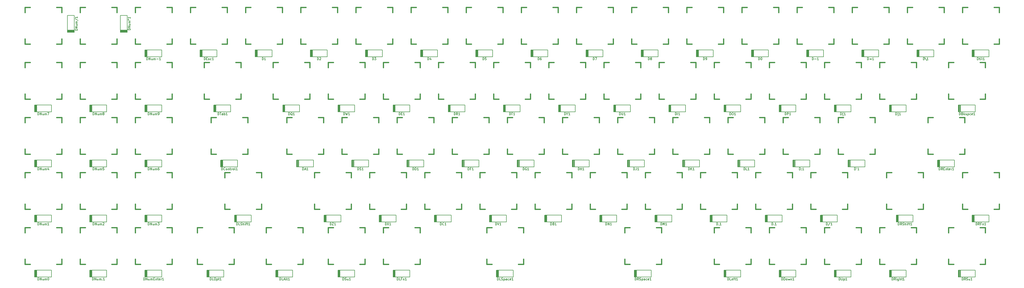
<source format=gbr>
%TF.GenerationSoftware,KiCad,Pcbnew,(5.1.6)-1*%
%TF.CreationDate,2020-06-24T11:27:28-04:00*%
%TF.ProjectId,southpaw6.35,736f7574-6870-4617-9736-2e33352e6b69,rev?*%
%TF.SameCoordinates,Original*%
%TF.FileFunction,Legend,Top*%
%TF.FilePolarity,Positive*%
%FSLAX46Y46*%
G04 Gerber Fmt 4.6, Leading zero omitted, Abs format (unit mm)*
G04 Created by KiCad (PCBNEW (5.1.6)-1) date 2020-06-24 11:27:28*
%MOMM*%
%LPD*%
G01*
G04 APERTURE LIST*
%ADD10C,0.381000*%
%ADD11C,0.200000*%
%ADD12C,0.150000*%
G04 APERTURE END LIST*
D10*
%TO.C,KP1*%
X292100000Y-111316000D02*
X292100000Y-109538000D01*
X292100000Y-122238000D02*
X292100000Y-120460000D01*
X293878000Y-122238000D02*
X292100000Y-122238000D01*
X304800000Y-122238000D02*
X303022000Y-122238000D01*
X304800000Y-120460000D02*
X304800000Y-122238000D01*
X304800000Y-109538000D02*
X304800000Y-111316000D01*
X303022000Y-109538000D02*
X304800000Y-109538000D01*
X292100000Y-109538000D02*
X293878000Y-109538000D01*
%TO.C,KRFn1*%
X358775000Y-149416000D02*
X358775000Y-147638000D01*
X358775000Y-160338000D02*
X358775000Y-158560000D01*
X360553000Y-160338000D02*
X358775000Y-160338000D01*
X371475000Y-160338000D02*
X369697000Y-160338000D01*
X371475000Y-158560000D02*
X371475000Y-160338000D01*
X371475000Y-147638000D02*
X371475000Y-149416000D01*
X369697000Y-147638000D02*
X371475000Y-147638000D01*
X358775000Y-147638000D02*
X360553000Y-147638000D01*
%TO.C,KLFn1*%
X158750000Y-168466000D02*
X158750000Y-166688000D01*
X158750000Y-179388000D02*
X158750000Y-177610000D01*
X160528000Y-179388000D02*
X158750000Y-179388000D01*
X171450000Y-179388000D02*
X169672000Y-179388000D01*
X171450000Y-177610000D02*
X171450000Y-179388000D01*
X171450000Y-166688000D02*
X171450000Y-168466000D01*
X169672000Y-166688000D02*
X171450000Y-166688000D01*
X158750000Y-166688000D02*
X160528000Y-166688000D01*
D11*
%TO.C,DRFn1*%
X367925000Y-164712000D02*
X362125000Y-164712000D01*
X367925000Y-162312000D02*
X367925000Y-164712000D01*
X362125000Y-162312000D02*
X367925000Y-162312000D01*
X362200000Y-162312000D02*
X362200000Y-164712000D01*
X362325000Y-162312000D02*
X362325000Y-164712000D01*
X362100000Y-164712000D02*
X362100000Y-162312000D01*
X362500000Y-162312000D02*
X362500000Y-164712000D01*
X362675000Y-162312000D02*
X362675000Y-164712000D01*
X362850000Y-162312000D02*
X362850000Y-164712000D01*
%TO.C,DLFn1*%
X167900000Y-183762000D02*
X162100000Y-183762000D01*
X167900000Y-181362000D02*
X167900000Y-183762000D01*
X162100000Y-181362000D02*
X167900000Y-181362000D01*
X162175000Y-181362000D02*
X162175000Y-183762000D01*
X162300000Y-181362000D02*
X162300000Y-183762000D01*
X162075000Y-183762000D02*
X162075000Y-181362000D01*
X162475000Y-181362000D02*
X162475000Y-183762000D01*
X162650000Y-181362000D02*
X162650000Y-183762000D01*
X162825000Y-181362000D02*
X162825000Y-183762000D01*
D10*
%TO.C,KW1*%
X139700000Y-111316000D02*
X139700000Y-109538000D01*
X139700000Y-122238000D02*
X139700000Y-120460000D01*
X141478000Y-122238000D02*
X139700000Y-122238000D01*
X152400000Y-122238000D02*
X150622000Y-122238000D01*
X152400000Y-120460000D02*
X152400000Y-122238000D01*
X152400000Y-109538000D02*
X152400000Y-111316000D01*
X150622000Y-109538000D02*
X152400000Y-109538000D01*
X139700000Y-109538000D02*
X141478000Y-109538000D01*
%TO.C,KZ1*%
X134938000Y-149416000D02*
X134938000Y-147638000D01*
X134938000Y-160338000D02*
X134938000Y-158560000D01*
X136716000Y-160338000D02*
X134938000Y-160338000D01*
X147638000Y-160338000D02*
X145860000Y-160338000D01*
X147638000Y-158560000D02*
X147638000Y-160338000D01*
X147638000Y-147638000D02*
X147638000Y-149416000D01*
X145860000Y-147638000D02*
X147638000Y-147638000D01*
X134938000Y-147638000D02*
X136716000Y-147638000D01*
%TO.C,KY1*%
X215900000Y-111316000D02*
X215900000Y-109538000D01*
X215900000Y-122238000D02*
X215900000Y-120460000D01*
X217678000Y-122238000D02*
X215900000Y-122238000D01*
X228600000Y-122238000D02*
X226822000Y-122238000D01*
X228600000Y-120460000D02*
X228600000Y-122238000D01*
X228600000Y-109538000D02*
X228600000Y-111316000D01*
X226822000Y-109538000D02*
X228600000Y-109538000D01*
X215900000Y-109538000D02*
X217678000Y-109538000D01*
%TO.C,KX1*%
X153988000Y-149416000D02*
X153988000Y-147638000D01*
X153988000Y-160338000D02*
X153988000Y-158560000D01*
X155766000Y-160338000D02*
X153988000Y-160338000D01*
X166688000Y-160338000D02*
X164910000Y-160338000D01*
X166688000Y-158560000D02*
X166688000Y-160338000D01*
X166688000Y-147638000D02*
X166688000Y-149416000D01*
X164910000Y-147638000D02*
X166688000Y-147638000D01*
X153988000Y-147638000D02*
X155766000Y-147638000D01*
%TO.C,KV1*%
X192088000Y-149416000D02*
X192088000Y-147638000D01*
X192088000Y-160338000D02*
X192088000Y-158560000D01*
X193866000Y-160338000D02*
X192088000Y-160338000D01*
X204788000Y-160338000D02*
X203010000Y-160338000D01*
X204788000Y-158560000D02*
X204788000Y-160338000D01*
X204788000Y-147638000D02*
X204788000Y-149416000D01*
X203010000Y-147638000D02*
X204788000Y-147638000D01*
X192088000Y-147638000D02*
X193866000Y-147638000D01*
%TO.C,KUp1*%
X311150000Y-168466000D02*
X311150000Y-166688000D01*
X311150000Y-179388000D02*
X311150000Y-177610000D01*
X312928000Y-179388000D02*
X311150000Y-179388000D01*
X323850000Y-179388000D02*
X322072000Y-179388000D01*
X323850000Y-177610000D02*
X323850000Y-179388000D01*
X323850000Y-166688000D02*
X323850000Y-168466000D01*
X322072000Y-166688000D02*
X323850000Y-166688000D01*
X311150000Y-166688000D02*
X312928000Y-166688000D01*
%TO.C,KU1*%
X234950000Y-111316000D02*
X234950000Y-109538000D01*
X234950000Y-122238000D02*
X234950000Y-120460000D01*
X236728000Y-122238000D02*
X234950000Y-122238000D01*
X247650000Y-122238000D02*
X245872000Y-122238000D01*
X247650000Y-120460000D02*
X247650000Y-122238000D01*
X247650000Y-109538000D02*
X247650000Y-111316000D01*
X245872000Y-109538000D02*
X247650000Y-109538000D01*
X234950000Y-109538000D02*
X236728000Y-109538000D01*
%TO.C,Ktil1*%
X358775000Y-92265500D02*
X358775000Y-90487500D01*
X358775000Y-103187500D02*
X358775000Y-101409500D01*
X360553000Y-103187500D02*
X358775000Y-103187500D01*
X371475000Y-103187500D02*
X369697000Y-103187500D01*
X371475000Y-101409500D02*
X371475000Y-103187500D01*
X371475000Y-90487500D02*
X371475000Y-92265500D01*
X369697000Y-90487500D02*
X371475000Y-90487500D01*
X358775000Y-90487500D02*
X360553000Y-90487500D01*
%TO.C,KTab1*%
X96838000Y-111316000D02*
X96838000Y-109538000D01*
X96838000Y-122238000D02*
X96838000Y-120460000D01*
X98616000Y-122238000D02*
X96838000Y-122238000D01*
X109538000Y-122238000D02*
X107760000Y-122238000D01*
X109538000Y-120460000D02*
X109538000Y-122238000D01*
X109538000Y-109538000D02*
X109538000Y-111316000D01*
X107760000Y-109538000D02*
X109538000Y-109538000D01*
X96838000Y-109538000D02*
X98616000Y-109538000D01*
%TO.C,KT1*%
X196850000Y-111316000D02*
X196850000Y-109538000D01*
X196850000Y-122238000D02*
X196850000Y-120460000D01*
X198628000Y-122238000D02*
X196850000Y-122238000D01*
X209550000Y-122238000D02*
X207772000Y-122238000D01*
X209550000Y-120460000D02*
X209550000Y-122238000D01*
X209550000Y-109538000D02*
X209550000Y-111316000D01*
X207772000Y-109538000D02*
X209550000Y-109538000D01*
X196850000Y-109538000D02*
X198628000Y-109538000D01*
%TO.C,KSu1*%
X139700000Y-168466000D02*
X139700000Y-166688000D01*
X139700000Y-179388000D02*
X139700000Y-177610000D01*
X141478000Y-179388000D02*
X139700000Y-179388000D01*
X152400000Y-179388000D02*
X150622000Y-179388000D01*
X152400000Y-177610000D02*
X152400000Y-179388000D01*
X152400000Y-166688000D02*
X152400000Y-168466000D01*
X150622000Y-166688000D02*
X152400000Y-166688000D01*
X139700000Y-166688000D02*
X141478000Y-166688000D01*
%TO.C,KS1*%
X144462000Y-130366000D02*
X144462000Y-128588000D01*
X144462000Y-141288000D02*
X144462000Y-139510000D01*
X146240000Y-141288000D02*
X144462000Y-141288000D01*
X157162000Y-141288000D02*
X155384000Y-141288000D01*
X157162000Y-139510000D02*
X157162000Y-141288000D01*
X157162000Y-128588000D02*
X157162000Y-130366000D01*
X155384000Y-128588000D02*
X157162000Y-128588000D01*
X144462000Y-128588000D02*
X146240000Y-128588000D01*
%TO.C,KRSu1*%
X354012000Y-168466000D02*
X354012000Y-166688000D01*
X354012000Y-179388000D02*
X354012000Y-177610000D01*
X355790000Y-179388000D02*
X354012000Y-179388000D01*
X366712000Y-179388000D02*
X364934000Y-179388000D01*
X366712000Y-177610000D02*
X366712000Y-179388000D01*
X366712000Y-166688000D02*
X366712000Y-168466000D01*
X364934000Y-166688000D02*
X366712000Y-166688000D01*
X354012000Y-166688000D02*
X355790000Y-166688000D01*
%TO.C,KRSpace1*%
X242094000Y-168466000D02*
X242094000Y-166688000D01*
X242094000Y-179388000D02*
X242094000Y-177610000D01*
X243872000Y-179388000D02*
X242094000Y-179388000D01*
X254794000Y-179388000D02*
X253016000Y-179388000D01*
X254794000Y-177610000D02*
X254794000Y-179388000D01*
X254794000Y-166688000D02*
X254794000Y-168466000D01*
X253016000Y-166688000D02*
X254794000Y-166688000D01*
X242094000Y-166688000D02*
X243872000Y-166688000D01*
%TO.C,KRShift1*%
X332581000Y-149416000D02*
X332581000Y-147638000D01*
X332581000Y-160338000D02*
X332581000Y-158560000D01*
X334359000Y-160338000D02*
X332581000Y-160338000D01*
X345281000Y-160338000D02*
X343503000Y-160338000D01*
X345281000Y-158560000D02*
X345281000Y-160338000D01*
X345281000Y-147638000D02*
X345281000Y-149416000D01*
X343503000Y-147638000D02*
X345281000Y-147638000D01*
X332581000Y-147638000D02*
X334359000Y-147638000D01*
%TO.C,KRight1*%
X330200000Y-168466000D02*
X330200000Y-166688000D01*
X330200000Y-179388000D02*
X330200000Y-177610000D01*
X331978000Y-179388000D02*
X330200000Y-179388000D01*
X342900000Y-179388000D02*
X341122000Y-179388000D01*
X342900000Y-177610000D02*
X342900000Y-179388000D01*
X342900000Y-166688000D02*
X342900000Y-168466000D01*
X341122000Y-166688000D02*
X342900000Y-166688000D01*
X330200000Y-166688000D02*
X331978000Y-166688000D01*
%TO.C,KREnter1*%
X346869000Y-130366000D02*
X346869000Y-128588000D01*
X346869000Y-141288000D02*
X346869000Y-139510000D01*
X348647000Y-141288000D02*
X346869000Y-141288000D01*
X359569000Y-141288000D02*
X357791000Y-141288000D01*
X359569000Y-139510000D02*
X359569000Y-141288000D01*
X359569000Y-128588000D02*
X359569000Y-130366000D01*
X357791000Y-128588000D02*
X359569000Y-128588000D01*
X346869000Y-128588000D02*
X348647000Y-128588000D01*
%TO.C,KR1*%
X177800000Y-111316000D02*
X177800000Y-109538000D01*
X177800000Y-122238000D02*
X177800000Y-120460000D01*
X179578000Y-122238000D02*
X177800000Y-122238000D01*
X190500000Y-122238000D02*
X188722000Y-122238000D01*
X190500000Y-120460000D02*
X190500000Y-122238000D01*
X190500000Y-109538000D02*
X190500000Y-111316000D01*
X188722000Y-109538000D02*
X190500000Y-109538000D01*
X177800000Y-109538000D02*
X179578000Y-109538000D01*
%TO.C,KQ1*%
X120650000Y-111316000D02*
X120650000Y-109538000D01*
X120650000Y-122238000D02*
X120650000Y-120460000D01*
X122428000Y-122238000D02*
X120650000Y-122238000D01*
X133350000Y-122238000D02*
X131572000Y-122238000D01*
X133350000Y-120460000D02*
X133350000Y-122238000D01*
X133350000Y-109538000D02*
X133350000Y-111316000D01*
X131572000Y-109538000D02*
X133350000Y-109538000D01*
X120650000Y-109538000D02*
X122428000Y-109538000D01*
%TO.C,KO1*%
X273050000Y-111316000D02*
X273050000Y-109538000D01*
X273050000Y-122238000D02*
X273050000Y-120460000D01*
X274828000Y-122238000D02*
X273050000Y-122238000D01*
X285750000Y-122238000D02*
X283972000Y-122238000D01*
X285750000Y-120460000D02*
X285750000Y-122238000D01*
X285750000Y-109538000D02*
X285750000Y-111316000D01*
X283972000Y-109538000D02*
X285750000Y-109538000D01*
X273050000Y-109538000D02*
X274828000Y-109538000D01*
%TO.C,KNumEnter1*%
X73025000Y-168466000D02*
X73025000Y-166688000D01*
X73025000Y-179388000D02*
X73025000Y-177610000D01*
X74803000Y-179388000D02*
X73025000Y-179388000D01*
X85725000Y-179388000D02*
X83947000Y-179388000D01*
X85725000Y-177610000D02*
X85725000Y-179388000D01*
X85725000Y-166688000D02*
X85725000Y-168466000D01*
X83947000Y-166688000D02*
X85725000Y-166688000D01*
X73025000Y-166688000D02*
X74803000Y-166688000D01*
%TO.C,KNum/1*%
X34925000Y-92265500D02*
X34925000Y-90487500D01*
X34925000Y-103187500D02*
X34925000Y-101409500D01*
X36703000Y-103187500D02*
X34925000Y-103187500D01*
X47625000Y-103187500D02*
X45847000Y-103187500D01*
X47625000Y-101409500D02*
X47625000Y-103187500D01*
X47625000Y-90487500D02*
X47625000Y-92265500D01*
X45847000Y-90487500D02*
X47625000Y-90487500D01*
X34925000Y-90487500D02*
X36703000Y-90487500D01*
%TO.C,KNum-1*%
X73025000Y-92265500D02*
X73025000Y-90487500D01*
X73025000Y-103187500D02*
X73025000Y-101409500D01*
X74803000Y-103187500D02*
X73025000Y-103187500D01*
X85725000Y-103187500D02*
X83947000Y-103187500D01*
X85725000Y-101409500D02*
X85725000Y-103187500D01*
X85725000Y-90487500D02*
X85725000Y-92265500D01*
X83947000Y-90487500D02*
X85725000Y-90487500D01*
X73025000Y-90487500D02*
X74803000Y-90487500D01*
%TO.C,KNum\u002A1*%
X53975000Y-92265500D02*
X53975000Y-90487500D01*
X53975000Y-103187500D02*
X53975000Y-101409500D01*
X55753000Y-103187500D02*
X53975000Y-103187500D01*
X66675000Y-103187500D02*
X64897000Y-103187500D01*
X66675000Y-101409500D02*
X66675000Y-103187500D01*
X66675000Y-90487500D02*
X66675000Y-92265500D01*
X64897000Y-90487500D02*
X66675000Y-90487500D01*
X53975000Y-90487500D02*
X55753000Y-90487500D01*
%TO.C,KNum9*%
X73025000Y-111316000D02*
X73025000Y-109538000D01*
X73025000Y-122238000D02*
X73025000Y-120460000D01*
X74803000Y-122238000D02*
X73025000Y-122238000D01*
X85725000Y-122238000D02*
X83947000Y-122238000D01*
X85725000Y-120460000D02*
X85725000Y-122238000D01*
X85725000Y-109538000D02*
X85725000Y-111316000D01*
X83947000Y-109538000D02*
X85725000Y-109538000D01*
X73025000Y-109538000D02*
X74803000Y-109538000D01*
%TO.C,KNum8*%
X53975000Y-111316000D02*
X53975000Y-109538000D01*
X53975000Y-122238000D02*
X53975000Y-120460000D01*
X55753000Y-122238000D02*
X53975000Y-122238000D01*
X66675000Y-122238000D02*
X64897000Y-122238000D01*
X66675000Y-120460000D02*
X66675000Y-122238000D01*
X66675000Y-109538000D02*
X66675000Y-111316000D01*
X64897000Y-109538000D02*
X66675000Y-109538000D01*
X53975000Y-109538000D02*
X55753000Y-109538000D01*
%TO.C,KNum7*%
X34925000Y-111316000D02*
X34925000Y-109538000D01*
X34925000Y-122238000D02*
X34925000Y-120460000D01*
X36703000Y-122238000D02*
X34925000Y-122238000D01*
X47625000Y-122238000D02*
X45847000Y-122238000D01*
X47625000Y-120460000D02*
X47625000Y-122238000D01*
X47625000Y-109538000D02*
X47625000Y-111316000D01*
X45847000Y-109538000D02*
X47625000Y-109538000D01*
X34925000Y-109538000D02*
X36703000Y-109538000D01*
%TO.C,KNum6*%
X73025000Y-130366000D02*
X73025000Y-128588000D01*
X73025000Y-141288000D02*
X73025000Y-139510000D01*
X74803000Y-141288000D02*
X73025000Y-141288000D01*
X85725000Y-141288000D02*
X83947000Y-141288000D01*
X85725000Y-139510000D02*
X85725000Y-141288000D01*
X85725000Y-128588000D02*
X85725000Y-130366000D01*
X83947000Y-128588000D02*
X85725000Y-128588000D01*
X73025000Y-128588000D02*
X74803000Y-128588000D01*
%TO.C,KNum5*%
X53975000Y-130366000D02*
X53975000Y-128588000D01*
X53975000Y-141288000D02*
X53975000Y-139510000D01*
X55753000Y-141288000D02*
X53975000Y-141288000D01*
X66675000Y-141288000D02*
X64897000Y-141288000D01*
X66675000Y-139510000D02*
X66675000Y-141288000D01*
X66675000Y-128588000D02*
X66675000Y-130366000D01*
X64897000Y-128588000D02*
X66675000Y-128588000D01*
X53975000Y-128588000D02*
X55753000Y-128588000D01*
%TO.C,KNum4*%
X34925000Y-130366000D02*
X34925000Y-128588000D01*
X34925000Y-141288000D02*
X34925000Y-139510000D01*
X36703000Y-141288000D02*
X34925000Y-141288000D01*
X47625000Y-141288000D02*
X45847000Y-141288000D01*
X47625000Y-139510000D02*
X47625000Y-141288000D01*
X47625000Y-128588000D02*
X47625000Y-130366000D01*
X45847000Y-128588000D02*
X47625000Y-128588000D01*
X34925000Y-128588000D02*
X36703000Y-128588000D01*
%TO.C,KNum3*%
X73025000Y-149416000D02*
X73025000Y-147638000D01*
X73025000Y-160338000D02*
X73025000Y-158560000D01*
X74803000Y-160338000D02*
X73025000Y-160338000D01*
X85725000Y-160338000D02*
X83947000Y-160338000D01*
X85725000Y-158560000D02*
X85725000Y-160338000D01*
X85725000Y-147638000D02*
X85725000Y-149416000D01*
X83947000Y-147638000D02*
X85725000Y-147638000D01*
X73025000Y-147638000D02*
X74803000Y-147638000D01*
%TO.C,KNum2*%
X53975000Y-149416000D02*
X53975000Y-147638000D01*
X53975000Y-160338000D02*
X53975000Y-158560000D01*
X55753000Y-160338000D02*
X53975000Y-160338000D01*
X66675000Y-160338000D02*
X64897000Y-160338000D01*
X66675000Y-158560000D02*
X66675000Y-160338000D01*
X66675000Y-147638000D02*
X66675000Y-149416000D01*
X64897000Y-147638000D02*
X66675000Y-147638000D01*
X53975000Y-147638000D02*
X55753000Y-147638000D01*
%TO.C,KNum1*%
X34925000Y-149416000D02*
X34925000Y-147638000D01*
X34925000Y-160338000D02*
X34925000Y-158560000D01*
X36703000Y-160338000D02*
X34925000Y-160338000D01*
X47625000Y-160338000D02*
X45847000Y-160338000D01*
X47625000Y-158560000D02*
X47625000Y-160338000D01*
X47625000Y-147638000D02*
X47625000Y-149416000D01*
X45847000Y-147638000D02*
X47625000Y-147638000D01*
X34925000Y-147638000D02*
X36703000Y-147638000D01*
%TO.C,KNum0*%
X34925000Y-168466000D02*
X34925000Y-166688000D01*
X34925000Y-179388000D02*
X34925000Y-177610000D01*
X36703000Y-179388000D02*
X34925000Y-179388000D01*
X47625000Y-179388000D02*
X45847000Y-179388000D01*
X47625000Y-177610000D02*
X47625000Y-179388000D01*
X47625000Y-166688000D02*
X47625000Y-168466000D01*
X45847000Y-166688000D02*
X47625000Y-166688000D01*
X34925000Y-166688000D02*
X36703000Y-166688000D01*
%TO.C,KNum.1*%
X53975000Y-168466000D02*
X53975000Y-166688000D01*
X53975000Y-179388000D02*
X53975000Y-177610000D01*
X55753000Y-179388000D02*
X53975000Y-179388000D01*
X66675000Y-179388000D02*
X64897000Y-179388000D01*
X66675000Y-177610000D02*
X66675000Y-179388000D01*
X66675000Y-166688000D02*
X66675000Y-168466000D01*
X64897000Y-166688000D02*
X66675000Y-166688000D01*
X53975000Y-166688000D02*
X55753000Y-166688000D01*
%TO.C,KN1*%
X230188000Y-149416000D02*
X230188000Y-147638000D01*
X230188000Y-160338000D02*
X230188000Y-158560000D01*
X231966000Y-160338000D02*
X230188000Y-160338000D01*
X242888000Y-160338000D02*
X241110000Y-160338000D01*
X242888000Y-158560000D02*
X242888000Y-160338000D01*
X242888000Y-147638000D02*
X242888000Y-149416000D01*
X241110000Y-147638000D02*
X242888000Y-147638000D01*
X230188000Y-147638000D02*
X231966000Y-147638000D01*
%TO.C,KM1*%
X249238000Y-149416000D02*
X249238000Y-147638000D01*
X249238000Y-160338000D02*
X249238000Y-158560000D01*
X251016000Y-160338000D02*
X249238000Y-160338000D01*
X261938000Y-160338000D02*
X260160000Y-160338000D01*
X261938000Y-158560000D02*
X261938000Y-160338000D01*
X261938000Y-147638000D02*
X261938000Y-149416000D01*
X260160000Y-147638000D02*
X261938000Y-147638000D01*
X249238000Y-147638000D02*
X251016000Y-147638000D01*
%TO.C,KLSpace1*%
X194469000Y-168466000D02*
X194469000Y-166688000D01*
X194469000Y-179388000D02*
X194469000Y-177610000D01*
X196247000Y-179388000D02*
X194469000Y-179388000D01*
X207169000Y-179388000D02*
X205391000Y-179388000D01*
X207169000Y-177610000D02*
X207169000Y-179388000D01*
X207169000Y-166688000D02*
X207169000Y-168466000D01*
X205391000Y-166688000D02*
X207169000Y-166688000D01*
X194469000Y-166688000D02*
X196247000Y-166688000D01*
%TO.C,KLShift1*%
X103981000Y-149416000D02*
X103981000Y-147638000D01*
X103981000Y-160338000D02*
X103981000Y-158560000D01*
X105759000Y-160338000D02*
X103981000Y-160338000D01*
X116681000Y-160338000D02*
X114903000Y-160338000D01*
X116681000Y-158560000D02*
X116681000Y-160338000D01*
X116681000Y-147638000D02*
X116681000Y-149416000D01*
X114903000Y-147638000D02*
X116681000Y-147638000D01*
X103981000Y-147638000D02*
X105759000Y-147638000D01*
%TO.C,KLOpt1*%
X94456000Y-168466000D02*
X94456000Y-166688000D01*
X94456000Y-179388000D02*
X94456000Y-177610000D01*
X96234000Y-179388000D02*
X94456000Y-179388000D01*
X107156000Y-179388000D02*
X105378000Y-179388000D01*
X107156000Y-177610000D02*
X107156000Y-179388000D01*
X107156000Y-166688000D02*
X107156000Y-168466000D01*
X105378000Y-166688000D02*
X107156000Y-166688000D01*
X94456000Y-166688000D02*
X96234000Y-166688000D01*
%TO.C,KLeft1*%
X273050000Y-168466000D02*
X273050000Y-166688000D01*
X273050000Y-179388000D02*
X273050000Y-177610000D01*
X274828000Y-179388000D02*
X273050000Y-179388000D01*
X285750000Y-179388000D02*
X283972000Y-179388000D01*
X285750000Y-177610000D02*
X285750000Y-179388000D01*
X285750000Y-166688000D02*
X285750000Y-168466000D01*
X283972000Y-166688000D02*
X285750000Y-166688000D01*
X273050000Y-166688000D02*
X274828000Y-166688000D01*
%TO.C,KLAlt1*%
X118269000Y-168466000D02*
X118269000Y-166688000D01*
X118269000Y-179388000D02*
X118269000Y-177610000D01*
X120047000Y-179388000D02*
X118269000Y-179388000D01*
X130969000Y-179388000D02*
X129191000Y-179388000D01*
X130969000Y-177610000D02*
X130969000Y-179388000D01*
X130969000Y-166688000D02*
X130969000Y-168466000D01*
X129191000Y-166688000D02*
X130969000Y-166688000D01*
X118269000Y-166688000D02*
X120047000Y-166688000D01*
%TO.C,KL1*%
X277812000Y-130366000D02*
X277812000Y-128588000D01*
X277812000Y-141288000D02*
X277812000Y-139510000D01*
X279590000Y-141288000D02*
X277812000Y-141288000D01*
X290512000Y-141288000D02*
X288734000Y-141288000D01*
X290512000Y-139510000D02*
X290512000Y-141288000D01*
X290512000Y-128588000D02*
X290512000Y-130366000D01*
X288734000Y-128588000D02*
X290512000Y-128588000D01*
X277812000Y-128588000D02*
X279590000Y-128588000D01*
%TO.C,KK1*%
X258762000Y-130366000D02*
X258762000Y-128588000D01*
X258762000Y-141288000D02*
X258762000Y-139510000D01*
X260540000Y-141288000D02*
X258762000Y-141288000D01*
X271462000Y-141288000D02*
X269684000Y-141288000D01*
X271462000Y-139510000D02*
X271462000Y-141288000D01*
X271462000Y-128588000D02*
X271462000Y-130366000D01*
X269684000Y-128588000D02*
X271462000Y-128588000D01*
X258762000Y-128588000D02*
X260540000Y-128588000D01*
%TO.C,KJ1*%
X239712000Y-130366000D02*
X239712000Y-128588000D01*
X239712000Y-141288000D02*
X239712000Y-139510000D01*
X241490000Y-141288000D02*
X239712000Y-141288000D01*
X252412000Y-141288000D02*
X250634000Y-141288000D01*
X252412000Y-139510000D02*
X252412000Y-141288000D01*
X252412000Y-128588000D02*
X252412000Y-130366000D01*
X250634000Y-128588000D02*
X252412000Y-128588000D01*
X239712000Y-128588000D02*
X241490000Y-128588000D01*
%TO.C,KI1*%
X254000000Y-111316000D02*
X254000000Y-109538000D01*
X254000000Y-122238000D02*
X254000000Y-120460000D01*
X255778000Y-122238000D02*
X254000000Y-122238000D01*
X266700000Y-122238000D02*
X264922000Y-122238000D01*
X266700000Y-120460000D02*
X266700000Y-122238000D01*
X266700000Y-109538000D02*
X266700000Y-111316000D01*
X264922000Y-109538000D02*
X266700000Y-109538000D01*
X254000000Y-109538000D02*
X255778000Y-109538000D01*
%TO.C,KH1*%
X220662000Y-130366000D02*
X220662000Y-128588000D01*
X220662000Y-141288000D02*
X220662000Y-139510000D01*
X222440000Y-141288000D02*
X220662000Y-141288000D01*
X233362000Y-141288000D02*
X231584000Y-141288000D01*
X233362000Y-139510000D02*
X233362000Y-141288000D01*
X233362000Y-128588000D02*
X233362000Y-130366000D01*
X231584000Y-128588000D02*
X233362000Y-128588000D01*
X220662000Y-128588000D02*
X222440000Y-128588000D01*
%TO.C,KG1*%
X201612000Y-130366000D02*
X201612000Y-128588000D01*
X201612000Y-141288000D02*
X201612000Y-139510000D01*
X203390000Y-141288000D02*
X201612000Y-141288000D01*
X214312000Y-141288000D02*
X212534000Y-141288000D01*
X214312000Y-139510000D02*
X214312000Y-141288000D01*
X214312000Y-128588000D02*
X214312000Y-130366000D01*
X212534000Y-128588000D02*
X214312000Y-128588000D01*
X201612000Y-128588000D02*
X203390000Y-128588000D01*
%TO.C,KF1*%
X182562000Y-130366000D02*
X182562000Y-128588000D01*
X182562000Y-141288000D02*
X182562000Y-139510000D01*
X184340000Y-141288000D02*
X182562000Y-141288000D01*
X195262000Y-141288000D02*
X193484000Y-141288000D01*
X195262000Y-139510000D02*
X195262000Y-141288000D01*
X195262000Y-128588000D02*
X195262000Y-130366000D01*
X193484000Y-128588000D02*
X195262000Y-128588000D01*
X182562000Y-128588000D02*
X184340000Y-128588000D01*
%TO.C,KEsc1*%
X92075000Y-92265500D02*
X92075000Y-90487500D01*
X92075000Y-103187500D02*
X92075000Y-101409500D01*
X93853000Y-103187500D02*
X92075000Y-103187500D01*
X104775000Y-103187500D02*
X102997000Y-103187500D01*
X104775000Y-101409500D02*
X104775000Y-103187500D01*
X104775000Y-90487500D02*
X104775000Y-92265500D01*
X102997000Y-90487500D02*
X104775000Y-90487500D01*
X92075000Y-90487500D02*
X93853000Y-90487500D01*
%TO.C,KE1*%
X158750000Y-111316000D02*
X158750000Y-109538000D01*
X158750000Y-122238000D02*
X158750000Y-120460000D01*
X160528000Y-122238000D02*
X158750000Y-122238000D01*
X171450000Y-122238000D02*
X169672000Y-122238000D01*
X171450000Y-120460000D02*
X171450000Y-122238000D01*
X171450000Y-109538000D02*
X171450000Y-111316000D01*
X169672000Y-109538000D02*
X171450000Y-109538000D01*
X158750000Y-109538000D02*
X160528000Y-109538000D01*
%TO.C,KDown1*%
X292100000Y-168466000D02*
X292100000Y-166688000D01*
X292100000Y-179388000D02*
X292100000Y-177610000D01*
X293878000Y-179388000D02*
X292100000Y-179388000D01*
X304800000Y-179388000D02*
X303022000Y-179388000D01*
X304800000Y-177610000D02*
X304800000Y-179388000D01*
X304800000Y-166688000D02*
X304800000Y-168466000D01*
X303022000Y-166688000D02*
X304800000Y-166688000D01*
X292100000Y-166688000D02*
X293878000Y-166688000D01*
%TO.C,KD1*%
X163512000Y-130366000D02*
X163512000Y-128588000D01*
X163512000Y-141288000D02*
X163512000Y-139510000D01*
X165290000Y-141288000D02*
X163512000Y-141288000D01*
X176212000Y-141288000D02*
X174434000Y-141288000D01*
X176212000Y-139510000D02*
X176212000Y-141288000D01*
X176212000Y-128588000D02*
X176212000Y-130366000D01*
X174434000Y-128588000D02*
X176212000Y-128588000D01*
X163512000Y-128588000D02*
X165290000Y-128588000D01*
%TO.C,KControl1*%
X99219000Y-130366000D02*
X99219000Y-128588000D01*
X99219000Y-141288000D02*
X99219000Y-139510000D01*
X100997000Y-141288000D02*
X99219000Y-141288000D01*
X111919000Y-141288000D02*
X110141000Y-141288000D01*
X111919000Y-139510000D02*
X111919000Y-141288000D01*
X111919000Y-128588000D02*
X111919000Y-130366000D01*
X110141000Y-128588000D02*
X111919000Y-128588000D01*
X99219000Y-128588000D02*
X100997000Y-128588000D01*
%TO.C,KC1*%
X173038000Y-149416000D02*
X173038000Y-147638000D01*
X173038000Y-160338000D02*
X173038000Y-158560000D01*
X174816000Y-160338000D02*
X173038000Y-160338000D01*
X185738000Y-160338000D02*
X183960000Y-160338000D01*
X185738000Y-158560000D02*
X185738000Y-160338000D01*
X185738000Y-147638000D02*
X185738000Y-149416000D01*
X183960000Y-147638000D02*
X185738000Y-147638000D01*
X173038000Y-147638000D02*
X174816000Y-147638000D01*
%TO.C,KBkspce1*%
X354012000Y-111316000D02*
X354012000Y-109538000D01*
X354012000Y-122238000D02*
X354012000Y-120460000D01*
X355790000Y-122238000D02*
X354012000Y-122238000D01*
X366712000Y-122238000D02*
X364934000Y-122238000D01*
X366712000Y-120460000D02*
X366712000Y-122238000D01*
X366712000Y-109538000D02*
X366712000Y-111316000D01*
X364934000Y-109538000D02*
X366712000Y-109538000D01*
X354012000Y-109538000D02*
X355790000Y-109538000D01*
%TO.C,KB1*%
X211138000Y-149416000D02*
X211138000Y-147638000D01*
X211138000Y-160338000D02*
X211138000Y-158560000D01*
X212916000Y-160338000D02*
X211138000Y-160338000D01*
X223838000Y-160338000D02*
X222060000Y-160338000D01*
X223838000Y-158560000D02*
X223838000Y-160338000D01*
X223838000Y-147638000D02*
X223838000Y-149416000D01*
X222060000Y-147638000D02*
X223838000Y-147638000D01*
X211138000Y-147638000D02*
X212916000Y-147638000D01*
%TO.C,KA1*%
X125412000Y-130366000D02*
X125412000Y-128588000D01*
X125412000Y-141288000D02*
X125412000Y-139510000D01*
X127190000Y-141288000D02*
X125412000Y-141288000D01*
X138112000Y-141288000D02*
X136334000Y-141288000D01*
X138112000Y-139510000D02*
X138112000Y-141288000D01*
X138112000Y-128588000D02*
X138112000Y-130366000D01*
X136334000Y-128588000D02*
X138112000Y-128588000D01*
X125412000Y-128588000D02*
X127190000Y-128588000D01*
%TO.C,K]1*%
X330200000Y-111316000D02*
X330200000Y-109538000D01*
X330200000Y-122238000D02*
X330200000Y-120460000D01*
X331978000Y-122238000D02*
X330200000Y-122238000D01*
X342900000Y-122238000D02*
X341122000Y-122238000D01*
X342900000Y-120460000D02*
X342900000Y-122238000D01*
X342900000Y-109538000D02*
X342900000Y-111316000D01*
X341122000Y-109538000D02*
X342900000Y-109538000D01*
X330200000Y-109538000D02*
X331978000Y-109538000D01*
%TO.C,K\u005C1*%
X339725000Y-92265500D02*
X339725000Y-90487500D01*
X339725000Y-103187500D02*
X339725000Y-101409500D01*
X341503000Y-103187500D02*
X339725000Y-103187500D01*
X352425000Y-103187500D02*
X350647000Y-103187500D01*
X352425000Y-101409500D02*
X352425000Y-103187500D01*
X352425000Y-90487500D02*
X352425000Y-92265500D01*
X350647000Y-90487500D02*
X352425000Y-90487500D01*
X339725000Y-90487500D02*
X341503000Y-90487500D01*
%TO.C,K[1*%
X311150000Y-111316000D02*
X311150000Y-109538000D01*
X311150000Y-122238000D02*
X311150000Y-120460000D01*
X312928000Y-122238000D02*
X311150000Y-122238000D01*
X323850000Y-122238000D02*
X322072000Y-122238000D01*
X323850000Y-120460000D02*
X323850000Y-122238000D01*
X323850000Y-109538000D02*
X323850000Y-111316000D01*
X322072000Y-109538000D02*
X323850000Y-109538000D01*
X311150000Y-109538000D02*
X312928000Y-109538000D01*
%TO.C,K=1*%
X320675000Y-92265500D02*
X320675000Y-90487500D01*
X320675000Y-103187500D02*
X320675000Y-101409500D01*
X322453000Y-103187500D02*
X320675000Y-103187500D01*
X333375000Y-103187500D02*
X331597000Y-103187500D01*
X333375000Y-101409500D02*
X333375000Y-103187500D01*
X333375000Y-90487500D02*
X333375000Y-92265500D01*
X331597000Y-90487500D02*
X333375000Y-90487500D01*
X320675000Y-90487500D02*
X322453000Y-90487500D01*
%TO.C,K;1*%
X296862000Y-130366000D02*
X296862000Y-128588000D01*
X296862000Y-141288000D02*
X296862000Y-139510000D01*
X298640000Y-141288000D02*
X296862000Y-141288000D01*
X309562000Y-141288000D02*
X307784000Y-141288000D01*
X309562000Y-139510000D02*
X309562000Y-141288000D01*
X309562000Y-128588000D02*
X309562000Y-130366000D01*
X307784000Y-128588000D02*
X309562000Y-128588000D01*
X296862000Y-128588000D02*
X298640000Y-128588000D01*
%TO.C,K/1*%
X306388000Y-149416000D02*
X306388000Y-147638000D01*
X306388000Y-160338000D02*
X306388000Y-158560000D01*
X308166000Y-160338000D02*
X306388000Y-160338000D01*
X319088000Y-160338000D02*
X317310000Y-160338000D01*
X319088000Y-158560000D02*
X319088000Y-160338000D01*
X319088000Y-147638000D02*
X319088000Y-149416000D01*
X317310000Y-147638000D02*
X319088000Y-147638000D01*
X306388000Y-147638000D02*
X308166000Y-147638000D01*
%TO.C,K-1*%
X301625000Y-92265500D02*
X301625000Y-90487500D01*
X301625000Y-103187500D02*
X301625000Y-101409500D01*
X303403000Y-103187500D02*
X301625000Y-103187500D01*
X314325000Y-103187500D02*
X312547000Y-103187500D01*
X314325000Y-101409500D02*
X314325000Y-103187500D01*
X314325000Y-90487500D02*
X314325000Y-92265500D01*
X312547000Y-90487500D02*
X314325000Y-90487500D01*
X301625000Y-90487500D02*
X303403000Y-90487500D01*
%TO.C,K'1*%
X315912000Y-130366000D02*
X315912000Y-128588000D01*
X315912000Y-141288000D02*
X315912000Y-139510000D01*
X317690000Y-141288000D02*
X315912000Y-141288000D01*
X328612000Y-141288000D02*
X326834000Y-141288000D01*
X328612000Y-139510000D02*
X328612000Y-141288000D01*
X328612000Y-128588000D02*
X328612000Y-130366000D01*
X326834000Y-128588000D02*
X328612000Y-128588000D01*
X315912000Y-128588000D02*
X317690000Y-128588000D01*
%TO.C,K9*%
X263525000Y-92265500D02*
X263525000Y-90487500D01*
X263525000Y-103187500D02*
X263525000Y-101409500D01*
X265303000Y-103187500D02*
X263525000Y-103187500D01*
X276225000Y-103187500D02*
X274447000Y-103187500D01*
X276225000Y-101409500D02*
X276225000Y-103187500D01*
X276225000Y-90487500D02*
X276225000Y-92265500D01*
X274447000Y-90487500D02*
X276225000Y-90487500D01*
X263525000Y-90487500D02*
X265303000Y-90487500D01*
%TO.C,K8*%
X244475000Y-92265500D02*
X244475000Y-90487500D01*
X244475000Y-103187500D02*
X244475000Y-101409500D01*
X246253000Y-103187500D02*
X244475000Y-103187500D01*
X257175000Y-103187500D02*
X255397000Y-103187500D01*
X257175000Y-101409500D02*
X257175000Y-103187500D01*
X257175000Y-90487500D02*
X257175000Y-92265500D01*
X255397000Y-90487500D02*
X257175000Y-90487500D01*
X244475000Y-90487500D02*
X246253000Y-90487500D01*
%TO.C,K7*%
X225425000Y-92265500D02*
X225425000Y-90487500D01*
X225425000Y-103187500D02*
X225425000Y-101409500D01*
X227203000Y-103187500D02*
X225425000Y-103187500D01*
X238125000Y-103187500D02*
X236347000Y-103187500D01*
X238125000Y-101409500D02*
X238125000Y-103187500D01*
X238125000Y-90487500D02*
X238125000Y-92265500D01*
X236347000Y-90487500D02*
X238125000Y-90487500D01*
X225425000Y-90487500D02*
X227203000Y-90487500D01*
%TO.C,K6*%
X206375000Y-92265500D02*
X206375000Y-90487500D01*
X206375000Y-103187500D02*
X206375000Y-101409500D01*
X208153000Y-103187500D02*
X206375000Y-103187500D01*
X219075000Y-103187500D02*
X217297000Y-103187500D01*
X219075000Y-101409500D02*
X219075000Y-103187500D01*
X219075000Y-90487500D02*
X219075000Y-92265500D01*
X217297000Y-90487500D02*
X219075000Y-90487500D01*
X206375000Y-90487500D02*
X208153000Y-90487500D01*
%TO.C,K5*%
X187325000Y-92265500D02*
X187325000Y-90487500D01*
X187325000Y-103187500D02*
X187325000Y-101409500D01*
X189103000Y-103187500D02*
X187325000Y-103187500D01*
X200025000Y-103187500D02*
X198247000Y-103187500D01*
X200025000Y-101409500D02*
X200025000Y-103187500D01*
X200025000Y-90487500D02*
X200025000Y-92265500D01*
X198247000Y-90487500D02*
X200025000Y-90487500D01*
X187325000Y-90487500D02*
X189103000Y-90487500D01*
%TO.C,K4*%
X168275000Y-92265500D02*
X168275000Y-90487500D01*
X168275000Y-103187500D02*
X168275000Y-101409500D01*
X170053000Y-103187500D02*
X168275000Y-103187500D01*
X180975000Y-103187500D02*
X179197000Y-103187500D01*
X180975000Y-101409500D02*
X180975000Y-103187500D01*
X180975000Y-90487500D02*
X180975000Y-92265500D01*
X179197000Y-90487500D02*
X180975000Y-90487500D01*
X168275000Y-90487500D02*
X170053000Y-90487500D01*
%TO.C,K3*%
X149225000Y-92265500D02*
X149225000Y-90487500D01*
X149225000Y-103187500D02*
X149225000Y-101409500D01*
X151003000Y-103187500D02*
X149225000Y-103187500D01*
X161925000Y-103187500D02*
X160147000Y-103187500D01*
X161925000Y-101409500D02*
X161925000Y-103187500D01*
X161925000Y-90487500D02*
X161925000Y-92265500D01*
X160147000Y-90487500D02*
X161925000Y-90487500D01*
X149225000Y-90487500D02*
X151003000Y-90487500D01*
%TO.C,K2*%
X130175000Y-92265500D02*
X130175000Y-90487500D01*
X130175000Y-103187500D02*
X130175000Y-101409500D01*
X131953000Y-103187500D02*
X130175000Y-103187500D01*
X142875000Y-103187500D02*
X141097000Y-103187500D01*
X142875000Y-101409500D02*
X142875000Y-103187500D01*
X142875000Y-90487500D02*
X142875000Y-92265500D01*
X141097000Y-90487500D02*
X142875000Y-90487500D01*
X130175000Y-90487500D02*
X131953000Y-90487500D01*
%TO.C,K1*%
X111125000Y-92265500D02*
X111125000Y-90487500D01*
X111125000Y-103187500D02*
X111125000Y-101409500D01*
X112903000Y-103187500D02*
X111125000Y-103187500D01*
X123825000Y-103187500D02*
X122047000Y-103187500D01*
X123825000Y-101409500D02*
X123825000Y-103187500D01*
X123825000Y-90487500D02*
X123825000Y-92265500D01*
X122047000Y-90487500D02*
X123825000Y-90487500D01*
X111125000Y-90487500D02*
X112903000Y-90487500D01*
%TO.C,K\u002C1*%
X268288000Y-149416000D02*
X268288000Y-147638000D01*
X268288000Y-160338000D02*
X268288000Y-158560000D01*
X270066000Y-160338000D02*
X268288000Y-160338000D01*
X280988000Y-160338000D02*
X279210000Y-160338000D01*
X280988000Y-158560000D02*
X280988000Y-160338000D01*
X280988000Y-147638000D02*
X280988000Y-149416000D01*
X279210000Y-147638000D02*
X280988000Y-147638000D01*
X268288000Y-147638000D02*
X270066000Y-147638000D01*
%TO.C,K.1*%
X287338000Y-149416000D02*
X287338000Y-147638000D01*
X287338000Y-160338000D02*
X287338000Y-158560000D01*
X289116000Y-160338000D02*
X287338000Y-160338000D01*
X300038000Y-160338000D02*
X298260000Y-160338000D01*
X300038000Y-158560000D02*
X300038000Y-160338000D01*
X300038000Y-147638000D02*
X300038000Y-149416000D01*
X298260000Y-147638000D02*
X300038000Y-147638000D01*
X287338000Y-147638000D02*
X289116000Y-147638000D01*
%TO.C,K0*%
X282575000Y-92265500D02*
X282575000Y-90487500D01*
X282575000Y-103187500D02*
X282575000Y-101409500D01*
X284353000Y-103187500D02*
X282575000Y-103187500D01*
X295275000Y-103187500D02*
X293497000Y-103187500D01*
X295275000Y-101409500D02*
X295275000Y-103187500D01*
X295275000Y-90487500D02*
X295275000Y-92265500D01*
X293497000Y-90487500D02*
X295275000Y-90487500D01*
X282575000Y-90487500D02*
X284353000Y-90487500D01*
D11*
%TO.C,DZ1*%
X144088000Y-164712000D02*
X138288000Y-164712000D01*
X144088000Y-162312000D02*
X144088000Y-164712000D01*
X138288000Y-162312000D02*
X144088000Y-162312000D01*
X138363000Y-162312000D02*
X138363000Y-164712000D01*
X138488000Y-162312000D02*
X138488000Y-164712000D01*
X138263000Y-164712000D02*
X138263000Y-162312000D01*
X138663000Y-162312000D02*
X138663000Y-164712000D01*
X138838000Y-162312000D02*
X138838000Y-164712000D01*
X139013000Y-162312000D02*
X139013000Y-164712000D01*
%TO.C,DY1*%
X225050000Y-126612000D02*
X219250000Y-126612000D01*
X225050000Y-124212000D02*
X225050000Y-126612000D01*
X219250000Y-124212000D02*
X225050000Y-124212000D01*
X219325000Y-124212000D02*
X219325000Y-126612000D01*
X219450000Y-124212000D02*
X219450000Y-126612000D01*
X219225000Y-126612000D02*
X219225000Y-124212000D01*
X219625000Y-124212000D02*
X219625000Y-126612000D01*
X219800000Y-124212000D02*
X219800000Y-126612000D01*
X219975000Y-124212000D02*
X219975000Y-126612000D01*
%TO.C,DX1*%
X163138000Y-164712000D02*
X157338000Y-164712000D01*
X163138000Y-162312000D02*
X163138000Y-164712000D01*
X157338000Y-162312000D02*
X163138000Y-162312000D01*
X157413000Y-162312000D02*
X157413000Y-164712000D01*
X157538000Y-162312000D02*
X157538000Y-164712000D01*
X157313000Y-164712000D02*
X157313000Y-162312000D01*
X157713000Y-162312000D02*
X157713000Y-164712000D01*
X157888000Y-162312000D02*
X157888000Y-164712000D01*
X158063000Y-162312000D02*
X158063000Y-164712000D01*
%TO.C,DW1*%
X148850000Y-126612000D02*
X143050000Y-126612000D01*
X148850000Y-124212000D02*
X148850000Y-126612000D01*
X143050000Y-124212000D02*
X148850000Y-124212000D01*
X143125000Y-124212000D02*
X143125000Y-126612000D01*
X143250000Y-124212000D02*
X143250000Y-126612000D01*
X143025000Y-126612000D02*
X143025000Y-124212000D01*
X143425000Y-124212000D02*
X143425000Y-126612000D01*
X143600000Y-124212000D02*
X143600000Y-126612000D01*
X143775000Y-124212000D02*
X143775000Y-126612000D01*
%TO.C,DV1*%
X201238000Y-164712000D02*
X195438000Y-164712000D01*
X201238000Y-162312000D02*
X201238000Y-164712000D01*
X195438000Y-162312000D02*
X201238000Y-162312000D01*
X195513000Y-162312000D02*
X195513000Y-164712000D01*
X195638000Y-162312000D02*
X195638000Y-164712000D01*
X195413000Y-164712000D02*
X195413000Y-162312000D01*
X195813000Y-162312000D02*
X195813000Y-164712000D01*
X195988000Y-162312000D02*
X195988000Y-164712000D01*
X196163000Y-162312000D02*
X196163000Y-164712000D01*
%TO.C,DUp1*%
X320300000Y-183762000D02*
X314500000Y-183762000D01*
X320300000Y-181362000D02*
X320300000Y-183762000D01*
X314500000Y-181362000D02*
X320300000Y-181362000D01*
X314575000Y-181362000D02*
X314575000Y-183762000D01*
X314700000Y-181362000D02*
X314700000Y-183762000D01*
X314475000Y-183762000D02*
X314475000Y-181362000D01*
X314875000Y-181362000D02*
X314875000Y-183762000D01*
X315050000Y-181362000D02*
X315050000Y-183762000D01*
X315225000Y-181362000D02*
X315225000Y-183762000D01*
%TO.C,DU1*%
X244100000Y-126612000D02*
X238300000Y-126612000D01*
X244100000Y-124212000D02*
X244100000Y-126612000D01*
X238300000Y-124212000D02*
X244100000Y-124212000D01*
X238375000Y-124212000D02*
X238375000Y-126612000D01*
X238500000Y-124212000D02*
X238500000Y-126612000D01*
X238275000Y-126612000D02*
X238275000Y-124212000D01*
X238675000Y-124212000D02*
X238675000Y-126612000D01*
X238850000Y-124212000D02*
X238850000Y-126612000D01*
X239025000Y-124212000D02*
X239025000Y-126612000D01*
%TO.C,Dtil1*%
X367925000Y-107562000D02*
X362125000Y-107562000D01*
X367925000Y-105162000D02*
X367925000Y-107562000D01*
X362125000Y-105162000D02*
X367925000Y-105162000D01*
X362200000Y-105162000D02*
X362200000Y-107562000D01*
X362325000Y-105162000D02*
X362325000Y-107562000D01*
X362100000Y-107562000D02*
X362100000Y-105162000D01*
X362500000Y-105162000D02*
X362500000Y-107562000D01*
X362675000Y-105162000D02*
X362675000Y-107562000D01*
X362850000Y-105162000D02*
X362850000Y-107562000D01*
%TO.C,DTab1*%
X105988000Y-126612000D02*
X100188000Y-126612000D01*
X105988000Y-124212000D02*
X105988000Y-126612000D01*
X100188000Y-124212000D02*
X105988000Y-124212000D01*
X100263000Y-124212000D02*
X100263000Y-126612000D01*
X100388000Y-124212000D02*
X100388000Y-126612000D01*
X100163000Y-126612000D02*
X100163000Y-124212000D01*
X100563000Y-124212000D02*
X100563000Y-126612000D01*
X100738000Y-124212000D02*
X100738000Y-126612000D01*
X100913000Y-124212000D02*
X100913000Y-126612000D01*
%TO.C,DT1*%
X206000000Y-126612000D02*
X200200000Y-126612000D01*
X206000000Y-124212000D02*
X206000000Y-126612000D01*
X200200000Y-124212000D02*
X206000000Y-124212000D01*
X200275000Y-124212000D02*
X200275000Y-126612000D01*
X200400000Y-124212000D02*
X200400000Y-126612000D01*
X200175000Y-126612000D02*
X200175000Y-124212000D01*
X200575000Y-124212000D02*
X200575000Y-126612000D01*
X200750000Y-124212000D02*
X200750000Y-126612000D01*
X200925000Y-124212000D02*
X200925000Y-126612000D01*
%TO.C,DSu1*%
X148850000Y-183762000D02*
X143050000Y-183762000D01*
X148850000Y-181362000D02*
X148850000Y-183762000D01*
X143050000Y-181362000D02*
X148850000Y-181362000D01*
X143125000Y-181362000D02*
X143125000Y-183762000D01*
X143250000Y-181362000D02*
X143250000Y-183762000D01*
X143025000Y-183762000D02*
X143025000Y-181362000D01*
X143425000Y-181362000D02*
X143425000Y-183762000D01*
X143600000Y-181362000D02*
X143600000Y-183762000D01*
X143775000Y-181362000D02*
X143775000Y-183762000D01*
%TO.C,DS1*%
X153612000Y-145662000D02*
X147812000Y-145662000D01*
X153612000Y-143262000D02*
X153612000Y-145662000D01*
X147812000Y-143262000D02*
X153612000Y-143262000D01*
X147887000Y-143262000D02*
X147887000Y-145662000D01*
X148012000Y-143262000D02*
X148012000Y-145662000D01*
X147787000Y-145662000D02*
X147787000Y-143262000D01*
X148187000Y-143262000D02*
X148187000Y-145662000D01*
X148362000Y-143262000D02*
X148362000Y-145662000D01*
X148537000Y-143262000D02*
X148537000Y-145662000D01*
%TO.C,DRSu1*%
X363162000Y-183762000D02*
X357362000Y-183762000D01*
X363162000Y-181362000D02*
X363162000Y-183762000D01*
X357362000Y-181362000D02*
X363162000Y-181362000D01*
X357437000Y-181362000D02*
X357437000Y-183762000D01*
X357562000Y-181362000D02*
X357562000Y-183762000D01*
X357337000Y-183762000D02*
X357337000Y-181362000D01*
X357737000Y-181362000D02*
X357737000Y-183762000D01*
X357912000Y-181362000D02*
X357912000Y-183762000D01*
X358087000Y-181362000D02*
X358087000Y-183762000D01*
%TO.C,DRSpace1*%
X251244000Y-183762000D02*
X245444000Y-183762000D01*
X251244000Y-181362000D02*
X251244000Y-183762000D01*
X245444000Y-181362000D02*
X251244000Y-181362000D01*
X245519000Y-181362000D02*
X245519000Y-183762000D01*
X245644000Y-181362000D02*
X245644000Y-183762000D01*
X245419000Y-183762000D02*
X245419000Y-181362000D01*
X245819000Y-181362000D02*
X245819000Y-183762000D01*
X245994000Y-181362000D02*
X245994000Y-183762000D01*
X246169000Y-181362000D02*
X246169000Y-183762000D01*
%TO.C,DRShift1*%
X341731000Y-164712000D02*
X335931000Y-164712000D01*
X341731000Y-162312000D02*
X341731000Y-164712000D01*
X335931000Y-162312000D02*
X341731000Y-162312000D01*
X336006000Y-162312000D02*
X336006000Y-164712000D01*
X336131000Y-162312000D02*
X336131000Y-164712000D01*
X335906000Y-164712000D02*
X335906000Y-162312000D01*
X336306000Y-162312000D02*
X336306000Y-164712000D01*
X336481000Y-162312000D02*
X336481000Y-164712000D01*
X336656000Y-162312000D02*
X336656000Y-164712000D01*
%TO.C,DRight1*%
X339350000Y-183762000D02*
X333550000Y-183762000D01*
X339350000Y-181362000D02*
X339350000Y-183762000D01*
X333550000Y-181362000D02*
X339350000Y-181362000D01*
X333625000Y-181362000D02*
X333625000Y-183762000D01*
X333750000Y-181362000D02*
X333750000Y-183762000D01*
X333525000Y-183762000D02*
X333525000Y-181362000D01*
X333925000Y-181362000D02*
X333925000Y-183762000D01*
X334100000Y-181362000D02*
X334100000Y-183762000D01*
X334275000Y-181362000D02*
X334275000Y-183762000D01*
%TO.C,DREnter1*%
X356019000Y-145662000D02*
X350219000Y-145662000D01*
X356019000Y-143262000D02*
X356019000Y-145662000D01*
X350219000Y-143262000D02*
X356019000Y-143262000D01*
X350294000Y-143262000D02*
X350294000Y-145662000D01*
X350419000Y-143262000D02*
X350419000Y-145662000D01*
X350194000Y-145662000D02*
X350194000Y-143262000D01*
X350594000Y-143262000D02*
X350594000Y-145662000D01*
X350769000Y-143262000D02*
X350769000Y-145662000D01*
X350944000Y-143262000D02*
X350944000Y-145662000D01*
%TO.C,DR1*%
X186950000Y-126612000D02*
X181150000Y-126612000D01*
X186950000Y-124212000D02*
X186950000Y-126612000D01*
X181150000Y-124212000D02*
X186950000Y-124212000D01*
X181225000Y-124212000D02*
X181225000Y-126612000D01*
X181350000Y-124212000D02*
X181350000Y-126612000D01*
X181125000Y-126612000D02*
X181125000Y-124212000D01*
X181525000Y-124212000D02*
X181525000Y-126612000D01*
X181700000Y-124212000D02*
X181700000Y-126612000D01*
X181875000Y-124212000D02*
X181875000Y-126612000D01*
%TO.C,DQ1*%
X129800000Y-126612000D02*
X124000000Y-126612000D01*
X129800000Y-124212000D02*
X129800000Y-126612000D01*
X124000000Y-124212000D02*
X129800000Y-124212000D01*
X124075000Y-124212000D02*
X124075000Y-126612000D01*
X124200000Y-124212000D02*
X124200000Y-126612000D01*
X123975000Y-126612000D02*
X123975000Y-124212000D01*
X124375000Y-124212000D02*
X124375000Y-126612000D01*
X124550000Y-124212000D02*
X124550000Y-126612000D01*
X124725000Y-124212000D02*
X124725000Y-126612000D01*
%TO.C,DP1*%
X301250000Y-126612000D02*
X295450000Y-126612000D01*
X301250000Y-124212000D02*
X301250000Y-126612000D01*
X295450000Y-124212000D02*
X301250000Y-124212000D01*
X295525000Y-124212000D02*
X295525000Y-126612000D01*
X295650000Y-124212000D02*
X295650000Y-126612000D01*
X295425000Y-126612000D02*
X295425000Y-124212000D01*
X295825000Y-124212000D02*
X295825000Y-126612000D01*
X296000000Y-124212000D02*
X296000000Y-126612000D01*
X296175000Y-124212000D02*
X296175000Y-126612000D01*
%TO.C,DO1*%
X282200000Y-126612000D02*
X276400000Y-126612000D01*
X282200000Y-124212000D02*
X282200000Y-126612000D01*
X276400000Y-124212000D02*
X282200000Y-124212000D01*
X276475000Y-124212000D02*
X276475000Y-126612000D01*
X276600000Y-124212000D02*
X276600000Y-126612000D01*
X276375000Y-126612000D02*
X276375000Y-124212000D01*
X276775000Y-124212000D02*
X276775000Y-126612000D01*
X276950000Y-124212000D02*
X276950000Y-126612000D01*
X277125000Y-124212000D02*
X277125000Y-126612000D01*
%TO.C,DNumEnter1*%
X82175000Y-183762000D02*
X76375000Y-183762000D01*
X82175000Y-181362000D02*
X82175000Y-183762000D01*
X76375000Y-181362000D02*
X82175000Y-181362000D01*
X76450000Y-181362000D02*
X76450000Y-183762000D01*
X76575000Y-181362000D02*
X76575000Y-183762000D01*
X76350000Y-183762000D02*
X76350000Y-181362000D01*
X76750000Y-181362000D02*
X76750000Y-183762000D01*
X76925000Y-181362000D02*
X76925000Y-183762000D01*
X77100000Y-181362000D02*
X77100000Y-183762000D01*
%TO.C,DNum/1*%
X52000000Y-93243800D02*
X52000000Y-99043800D01*
X49600000Y-93243800D02*
X52000000Y-93243800D01*
X49600000Y-99043800D02*
X49600000Y-93243800D01*
X49600000Y-98968800D02*
X52000000Y-98968800D01*
X49600000Y-98843800D02*
X52000000Y-98843800D01*
X52000000Y-99068800D02*
X49600000Y-99068800D01*
X49600000Y-98668800D02*
X52000000Y-98668800D01*
X49600000Y-98493800D02*
X52000000Y-98493800D01*
X49600000Y-98318800D02*
X52000000Y-98318800D01*
%TO.C,DNum-1*%
X82175000Y-107562000D02*
X76375000Y-107562000D01*
X82175000Y-105162000D02*
X82175000Y-107562000D01*
X76375000Y-105162000D02*
X82175000Y-105162000D01*
X76450000Y-105162000D02*
X76450000Y-107562000D01*
X76575000Y-105162000D02*
X76575000Y-107562000D01*
X76350000Y-107562000D02*
X76350000Y-105162000D01*
X76750000Y-105162000D02*
X76750000Y-107562000D01*
X76925000Y-105162000D02*
X76925000Y-107562000D01*
X77100000Y-105162000D02*
X77100000Y-107562000D01*
%TO.C,DNum\u002A1*%
X70256200Y-93243800D02*
X70256200Y-99043800D01*
X67856200Y-93243800D02*
X70256200Y-93243800D01*
X67856200Y-99043800D02*
X67856200Y-93243800D01*
X67856200Y-98968800D02*
X70256200Y-98968800D01*
X67856200Y-98843800D02*
X70256200Y-98843800D01*
X70256200Y-99068800D02*
X67856200Y-99068800D01*
X67856200Y-98668800D02*
X70256200Y-98668800D01*
X67856200Y-98493800D02*
X70256200Y-98493800D01*
X67856200Y-98318800D02*
X70256200Y-98318800D01*
%TO.C,DNum9*%
X82175000Y-126612000D02*
X76375000Y-126612000D01*
X82175000Y-124212000D02*
X82175000Y-126612000D01*
X76375000Y-124212000D02*
X82175000Y-124212000D01*
X76450000Y-124212000D02*
X76450000Y-126612000D01*
X76575000Y-124212000D02*
X76575000Y-126612000D01*
X76350000Y-126612000D02*
X76350000Y-124212000D01*
X76750000Y-124212000D02*
X76750000Y-126612000D01*
X76925000Y-124212000D02*
X76925000Y-126612000D01*
X77100000Y-124212000D02*
X77100000Y-126612000D01*
%TO.C,DNum8*%
X63125000Y-126612000D02*
X57325000Y-126612000D01*
X63125000Y-124212000D02*
X63125000Y-126612000D01*
X57325000Y-124212000D02*
X63125000Y-124212000D01*
X57400000Y-124212000D02*
X57400000Y-126612000D01*
X57525000Y-124212000D02*
X57525000Y-126612000D01*
X57300000Y-126612000D02*
X57300000Y-124212000D01*
X57700000Y-124212000D02*
X57700000Y-126612000D01*
X57875000Y-124212000D02*
X57875000Y-126612000D01*
X58050000Y-124212000D02*
X58050000Y-126612000D01*
%TO.C,DNum7*%
X44075000Y-126612000D02*
X38275000Y-126612000D01*
X44075000Y-124212000D02*
X44075000Y-126612000D01*
X38275000Y-124212000D02*
X44075000Y-124212000D01*
X38350000Y-124212000D02*
X38350000Y-126612000D01*
X38475000Y-124212000D02*
X38475000Y-126612000D01*
X38250000Y-126612000D02*
X38250000Y-124212000D01*
X38650000Y-124212000D02*
X38650000Y-126612000D01*
X38825000Y-124212000D02*
X38825000Y-126612000D01*
X39000000Y-124212000D02*
X39000000Y-126612000D01*
%TO.C,DNum6*%
X82175000Y-145662000D02*
X76375000Y-145662000D01*
X82175000Y-143262000D02*
X82175000Y-145662000D01*
X76375000Y-143262000D02*
X82175000Y-143262000D01*
X76450000Y-143262000D02*
X76450000Y-145662000D01*
X76575000Y-143262000D02*
X76575000Y-145662000D01*
X76350000Y-145662000D02*
X76350000Y-143262000D01*
X76750000Y-143262000D02*
X76750000Y-145662000D01*
X76925000Y-143262000D02*
X76925000Y-145662000D01*
X77100000Y-143262000D02*
X77100000Y-145662000D01*
%TO.C,DNum5*%
X63125000Y-145662000D02*
X57325000Y-145662000D01*
X63125000Y-143262000D02*
X63125000Y-145662000D01*
X57325000Y-143262000D02*
X63125000Y-143262000D01*
X57400000Y-143262000D02*
X57400000Y-145662000D01*
X57525000Y-143262000D02*
X57525000Y-145662000D01*
X57300000Y-145662000D02*
X57300000Y-143262000D01*
X57700000Y-143262000D02*
X57700000Y-145662000D01*
X57875000Y-143262000D02*
X57875000Y-145662000D01*
X58050000Y-143262000D02*
X58050000Y-145662000D01*
%TO.C,DNum4*%
X44075000Y-145662000D02*
X38275000Y-145662000D01*
X44075000Y-143262000D02*
X44075000Y-145662000D01*
X38275000Y-143262000D02*
X44075000Y-143262000D01*
X38350000Y-143262000D02*
X38350000Y-145662000D01*
X38475000Y-143262000D02*
X38475000Y-145662000D01*
X38250000Y-145662000D02*
X38250000Y-143262000D01*
X38650000Y-143262000D02*
X38650000Y-145662000D01*
X38825000Y-143262000D02*
X38825000Y-145662000D01*
X39000000Y-143262000D02*
X39000000Y-145662000D01*
%TO.C,DNum3*%
X82175000Y-164712000D02*
X76375000Y-164712000D01*
X82175000Y-162312000D02*
X82175000Y-164712000D01*
X76375000Y-162312000D02*
X82175000Y-162312000D01*
X76450000Y-162312000D02*
X76450000Y-164712000D01*
X76575000Y-162312000D02*
X76575000Y-164712000D01*
X76350000Y-164712000D02*
X76350000Y-162312000D01*
X76750000Y-162312000D02*
X76750000Y-164712000D01*
X76925000Y-162312000D02*
X76925000Y-164712000D01*
X77100000Y-162312000D02*
X77100000Y-164712000D01*
%TO.C,DNum2*%
X63125000Y-164712000D02*
X57325000Y-164712000D01*
X63125000Y-162312000D02*
X63125000Y-164712000D01*
X57325000Y-162312000D02*
X63125000Y-162312000D01*
X57400000Y-162312000D02*
X57400000Y-164712000D01*
X57525000Y-162312000D02*
X57525000Y-164712000D01*
X57300000Y-164712000D02*
X57300000Y-162312000D01*
X57700000Y-162312000D02*
X57700000Y-164712000D01*
X57875000Y-162312000D02*
X57875000Y-164712000D01*
X58050000Y-162312000D02*
X58050000Y-164712000D01*
%TO.C,DNum1*%
X44075000Y-164712000D02*
X38275000Y-164712000D01*
X44075000Y-162312000D02*
X44075000Y-164712000D01*
X38275000Y-162312000D02*
X44075000Y-162312000D01*
X38350000Y-162312000D02*
X38350000Y-164712000D01*
X38475000Y-162312000D02*
X38475000Y-164712000D01*
X38250000Y-164712000D02*
X38250000Y-162312000D01*
X38650000Y-162312000D02*
X38650000Y-164712000D01*
X38825000Y-162312000D02*
X38825000Y-164712000D01*
X39000000Y-162312000D02*
X39000000Y-164712000D01*
%TO.C,DNum0*%
X44075000Y-183762000D02*
X38275000Y-183762000D01*
X44075000Y-181362000D02*
X44075000Y-183762000D01*
X38275000Y-181362000D02*
X44075000Y-181362000D01*
X38350000Y-181362000D02*
X38350000Y-183762000D01*
X38475000Y-181362000D02*
X38475000Y-183762000D01*
X38250000Y-183762000D02*
X38250000Y-181362000D01*
X38650000Y-181362000D02*
X38650000Y-183762000D01*
X38825000Y-181362000D02*
X38825000Y-183762000D01*
X39000000Y-181362000D02*
X39000000Y-183762000D01*
%TO.C,DNum.1*%
X63125000Y-183762000D02*
X57325000Y-183762000D01*
X63125000Y-181362000D02*
X63125000Y-183762000D01*
X57325000Y-181362000D02*
X63125000Y-181362000D01*
X57400000Y-181362000D02*
X57400000Y-183762000D01*
X57525000Y-181362000D02*
X57525000Y-183762000D01*
X57300000Y-183762000D02*
X57300000Y-181362000D01*
X57700000Y-181362000D02*
X57700000Y-183762000D01*
X57875000Y-181362000D02*
X57875000Y-183762000D01*
X58050000Y-181362000D02*
X58050000Y-183762000D01*
%TO.C,DN1*%
X239338000Y-164712000D02*
X233538000Y-164712000D01*
X239338000Y-162312000D02*
X239338000Y-164712000D01*
X233538000Y-162312000D02*
X239338000Y-162312000D01*
X233613000Y-162312000D02*
X233613000Y-164712000D01*
X233738000Y-162312000D02*
X233738000Y-164712000D01*
X233513000Y-164712000D02*
X233513000Y-162312000D01*
X233913000Y-162312000D02*
X233913000Y-164712000D01*
X234088000Y-162312000D02*
X234088000Y-164712000D01*
X234263000Y-162312000D02*
X234263000Y-164712000D01*
%TO.C,DM1*%
X258388000Y-164712000D02*
X252588000Y-164712000D01*
X258388000Y-162312000D02*
X258388000Y-164712000D01*
X252588000Y-162312000D02*
X258388000Y-162312000D01*
X252663000Y-162312000D02*
X252663000Y-164712000D01*
X252788000Y-162312000D02*
X252788000Y-164712000D01*
X252563000Y-164712000D02*
X252563000Y-162312000D01*
X252963000Y-162312000D02*
X252963000Y-164712000D01*
X253138000Y-162312000D02*
X253138000Y-164712000D01*
X253313000Y-162312000D02*
X253313000Y-164712000D01*
%TO.C,DLSpace1*%
X203619000Y-183762000D02*
X197819000Y-183762000D01*
X203619000Y-181362000D02*
X203619000Y-183762000D01*
X197819000Y-181362000D02*
X203619000Y-181362000D01*
X197894000Y-181362000D02*
X197894000Y-183762000D01*
X198019000Y-181362000D02*
X198019000Y-183762000D01*
X197794000Y-183762000D02*
X197794000Y-181362000D01*
X198194000Y-181362000D02*
X198194000Y-183762000D01*
X198369000Y-181362000D02*
X198369000Y-183762000D01*
X198544000Y-181362000D02*
X198544000Y-183762000D01*
%TO.C,DLShift1*%
X113131000Y-164712000D02*
X107331000Y-164712000D01*
X113131000Y-162312000D02*
X113131000Y-164712000D01*
X107331000Y-162312000D02*
X113131000Y-162312000D01*
X107406000Y-162312000D02*
X107406000Y-164712000D01*
X107531000Y-162312000D02*
X107531000Y-164712000D01*
X107306000Y-164712000D02*
X107306000Y-162312000D01*
X107706000Y-162312000D02*
X107706000Y-164712000D01*
X107881000Y-162312000D02*
X107881000Y-164712000D01*
X108056000Y-162312000D02*
X108056000Y-164712000D01*
%TO.C,DLOpt1*%
X103606000Y-183762000D02*
X97806000Y-183762000D01*
X103606000Y-181362000D02*
X103606000Y-183762000D01*
X97806000Y-181362000D02*
X103606000Y-181362000D01*
X97881000Y-181362000D02*
X97881000Y-183762000D01*
X98006000Y-181362000D02*
X98006000Y-183762000D01*
X97781000Y-183762000D02*
X97781000Y-181362000D01*
X98181000Y-181362000D02*
X98181000Y-183762000D01*
X98356000Y-181362000D02*
X98356000Y-183762000D01*
X98531000Y-181362000D02*
X98531000Y-183762000D01*
%TO.C,DLeft1*%
X282200000Y-183762000D02*
X276400000Y-183762000D01*
X282200000Y-181362000D02*
X282200000Y-183762000D01*
X276400000Y-181362000D02*
X282200000Y-181362000D01*
X276475000Y-181362000D02*
X276475000Y-183762000D01*
X276600000Y-181362000D02*
X276600000Y-183762000D01*
X276375000Y-183762000D02*
X276375000Y-181362000D01*
X276775000Y-181362000D02*
X276775000Y-183762000D01*
X276950000Y-181362000D02*
X276950000Y-183762000D01*
X277125000Y-181362000D02*
X277125000Y-183762000D01*
%TO.C,DLAlt1*%
X127419000Y-183762000D02*
X121619000Y-183762000D01*
X127419000Y-181362000D02*
X127419000Y-183762000D01*
X121619000Y-181362000D02*
X127419000Y-181362000D01*
X121694000Y-181362000D02*
X121694000Y-183762000D01*
X121819000Y-181362000D02*
X121819000Y-183762000D01*
X121594000Y-183762000D02*
X121594000Y-181362000D01*
X121994000Y-181362000D02*
X121994000Y-183762000D01*
X122169000Y-181362000D02*
X122169000Y-183762000D01*
X122344000Y-181362000D02*
X122344000Y-183762000D01*
%TO.C,DL1*%
X286962000Y-145662000D02*
X281162000Y-145662000D01*
X286962000Y-143262000D02*
X286962000Y-145662000D01*
X281162000Y-143262000D02*
X286962000Y-143262000D01*
X281237000Y-143262000D02*
X281237000Y-145662000D01*
X281362000Y-143262000D02*
X281362000Y-145662000D01*
X281137000Y-145662000D02*
X281137000Y-143262000D01*
X281537000Y-143262000D02*
X281537000Y-145662000D01*
X281712000Y-143262000D02*
X281712000Y-145662000D01*
X281887000Y-143262000D02*
X281887000Y-145662000D01*
%TO.C,DK1*%
X267912000Y-145662000D02*
X262112000Y-145662000D01*
X267912000Y-143262000D02*
X267912000Y-145662000D01*
X262112000Y-143262000D02*
X267912000Y-143262000D01*
X262187000Y-143262000D02*
X262187000Y-145662000D01*
X262312000Y-143262000D02*
X262312000Y-145662000D01*
X262087000Y-145662000D02*
X262087000Y-143262000D01*
X262487000Y-143262000D02*
X262487000Y-145662000D01*
X262662000Y-143262000D02*
X262662000Y-145662000D01*
X262837000Y-143262000D02*
X262837000Y-145662000D01*
%TO.C,DJ1*%
X248862000Y-145662000D02*
X243062000Y-145662000D01*
X248862000Y-143262000D02*
X248862000Y-145662000D01*
X243062000Y-143262000D02*
X248862000Y-143262000D01*
X243137000Y-143262000D02*
X243137000Y-145662000D01*
X243262000Y-143262000D02*
X243262000Y-145662000D01*
X243037000Y-145662000D02*
X243037000Y-143262000D01*
X243437000Y-143262000D02*
X243437000Y-145662000D01*
X243612000Y-143262000D02*
X243612000Y-145662000D01*
X243787000Y-143262000D02*
X243787000Y-145662000D01*
%TO.C,DI1*%
X263150000Y-126612000D02*
X257350000Y-126612000D01*
X263150000Y-124212000D02*
X263150000Y-126612000D01*
X257350000Y-124212000D02*
X263150000Y-124212000D01*
X257425000Y-124212000D02*
X257425000Y-126612000D01*
X257550000Y-124212000D02*
X257550000Y-126612000D01*
X257325000Y-126612000D02*
X257325000Y-124212000D01*
X257725000Y-124212000D02*
X257725000Y-126612000D01*
X257900000Y-124212000D02*
X257900000Y-126612000D01*
X258075000Y-124212000D02*
X258075000Y-126612000D01*
%TO.C,DH1*%
X229812000Y-145662000D02*
X224012000Y-145662000D01*
X229812000Y-143262000D02*
X229812000Y-145662000D01*
X224012000Y-143262000D02*
X229812000Y-143262000D01*
X224087000Y-143262000D02*
X224087000Y-145662000D01*
X224212000Y-143262000D02*
X224212000Y-145662000D01*
X223987000Y-145662000D02*
X223987000Y-143262000D01*
X224387000Y-143262000D02*
X224387000Y-145662000D01*
X224562000Y-143262000D02*
X224562000Y-145662000D01*
X224737000Y-143262000D02*
X224737000Y-145662000D01*
%TO.C,DG1*%
X210762000Y-145662000D02*
X204962000Y-145662000D01*
X210762000Y-143262000D02*
X210762000Y-145662000D01*
X204962000Y-143262000D02*
X210762000Y-143262000D01*
X205037000Y-143262000D02*
X205037000Y-145662000D01*
X205162000Y-143262000D02*
X205162000Y-145662000D01*
X204937000Y-145662000D02*
X204937000Y-143262000D01*
X205337000Y-143262000D02*
X205337000Y-145662000D01*
X205512000Y-143262000D02*
X205512000Y-145662000D01*
X205687000Y-143262000D02*
X205687000Y-145662000D01*
%TO.C,DF1*%
X191712000Y-145662000D02*
X185912000Y-145662000D01*
X191712000Y-143262000D02*
X191712000Y-145662000D01*
X185912000Y-143262000D02*
X191712000Y-143262000D01*
X185987000Y-143262000D02*
X185987000Y-145662000D01*
X186112000Y-143262000D02*
X186112000Y-145662000D01*
X185887000Y-145662000D02*
X185887000Y-143262000D01*
X186287000Y-143262000D02*
X186287000Y-145662000D01*
X186462000Y-143262000D02*
X186462000Y-145662000D01*
X186637000Y-143262000D02*
X186637000Y-145662000D01*
%TO.C,DEsc1*%
X101225000Y-107562000D02*
X95425000Y-107562000D01*
X101225000Y-105162000D02*
X101225000Y-107562000D01*
X95425000Y-105162000D02*
X101225000Y-105162000D01*
X95500000Y-105162000D02*
X95500000Y-107562000D01*
X95625000Y-105162000D02*
X95625000Y-107562000D01*
X95400000Y-107562000D02*
X95400000Y-105162000D01*
X95800000Y-105162000D02*
X95800000Y-107562000D01*
X95975000Y-105162000D02*
X95975000Y-107562000D01*
X96150000Y-105162000D02*
X96150000Y-107562000D01*
%TO.C,DE1*%
X167900000Y-126612000D02*
X162100000Y-126612000D01*
X167900000Y-124212000D02*
X167900000Y-126612000D01*
X162100000Y-124212000D02*
X167900000Y-124212000D01*
X162175000Y-124212000D02*
X162175000Y-126612000D01*
X162300000Y-124212000D02*
X162300000Y-126612000D01*
X162075000Y-126612000D02*
X162075000Y-124212000D01*
X162475000Y-124212000D02*
X162475000Y-126612000D01*
X162650000Y-124212000D02*
X162650000Y-126612000D01*
X162825000Y-124212000D02*
X162825000Y-126612000D01*
%TO.C,DDown1*%
X301250000Y-183762000D02*
X295450000Y-183762000D01*
X301250000Y-181362000D02*
X301250000Y-183762000D01*
X295450000Y-181362000D02*
X301250000Y-181362000D01*
X295525000Y-181362000D02*
X295525000Y-183762000D01*
X295650000Y-181362000D02*
X295650000Y-183762000D01*
X295425000Y-183762000D02*
X295425000Y-181362000D01*
X295825000Y-181362000D02*
X295825000Y-183762000D01*
X296000000Y-181362000D02*
X296000000Y-183762000D01*
X296175000Y-181362000D02*
X296175000Y-183762000D01*
%TO.C,DD1*%
X172662000Y-145662000D02*
X166862000Y-145662000D01*
X172662000Y-143262000D02*
X172662000Y-145662000D01*
X166862000Y-143262000D02*
X172662000Y-143262000D01*
X166937000Y-143262000D02*
X166937000Y-145662000D01*
X167062000Y-143262000D02*
X167062000Y-145662000D01*
X166837000Y-145662000D02*
X166837000Y-143262000D01*
X167237000Y-143262000D02*
X167237000Y-145662000D01*
X167412000Y-143262000D02*
X167412000Y-145662000D01*
X167587000Y-143262000D02*
X167587000Y-145662000D01*
%TO.C,DControl1*%
X108369000Y-145662000D02*
X102569000Y-145662000D01*
X108369000Y-143262000D02*
X108369000Y-145662000D01*
X102569000Y-143262000D02*
X108369000Y-143262000D01*
X102644000Y-143262000D02*
X102644000Y-145662000D01*
X102769000Y-143262000D02*
X102769000Y-145662000D01*
X102544000Y-145662000D02*
X102544000Y-143262000D01*
X102944000Y-143262000D02*
X102944000Y-145662000D01*
X103119000Y-143262000D02*
X103119000Y-145662000D01*
X103294000Y-143262000D02*
X103294000Y-145662000D01*
%TO.C,DC1*%
X182200000Y-164712000D02*
X176400000Y-164712000D01*
X182200000Y-162312000D02*
X182200000Y-164712000D01*
X176400000Y-162312000D02*
X182200000Y-162312000D01*
X176475000Y-162312000D02*
X176475000Y-164712000D01*
X176600000Y-162312000D02*
X176600000Y-164712000D01*
X176375000Y-164712000D02*
X176375000Y-162312000D01*
X176775000Y-162312000D02*
X176775000Y-164712000D01*
X176950000Y-162312000D02*
X176950000Y-164712000D01*
X177125000Y-162312000D02*
X177125000Y-164712000D01*
%TO.C,DBkspce1*%
X363162000Y-126612000D02*
X357362000Y-126612000D01*
X363162000Y-124212000D02*
X363162000Y-126612000D01*
X357362000Y-124212000D02*
X363162000Y-124212000D01*
X357437000Y-124212000D02*
X357437000Y-126612000D01*
X357562000Y-124212000D02*
X357562000Y-126612000D01*
X357337000Y-126612000D02*
X357337000Y-124212000D01*
X357737000Y-124212000D02*
X357737000Y-126612000D01*
X357912000Y-124212000D02*
X357912000Y-126612000D01*
X358087000Y-124212000D02*
X358087000Y-126612000D01*
%TO.C,DB1*%
X220288000Y-164712000D02*
X214488000Y-164712000D01*
X220288000Y-162312000D02*
X220288000Y-164712000D01*
X214488000Y-162312000D02*
X220288000Y-162312000D01*
X214563000Y-162312000D02*
X214563000Y-164712000D01*
X214688000Y-162312000D02*
X214688000Y-164712000D01*
X214463000Y-164712000D02*
X214463000Y-162312000D01*
X214863000Y-162312000D02*
X214863000Y-164712000D01*
X215038000Y-162312000D02*
X215038000Y-164712000D01*
X215213000Y-162312000D02*
X215213000Y-164712000D01*
%TO.C,DA1*%
X134562000Y-145662000D02*
X128762000Y-145662000D01*
X134562000Y-143262000D02*
X134562000Y-145662000D01*
X128762000Y-143262000D02*
X134562000Y-143262000D01*
X128837000Y-143262000D02*
X128837000Y-145662000D01*
X128962000Y-143262000D02*
X128962000Y-145662000D01*
X128737000Y-145662000D02*
X128737000Y-143262000D01*
X129137000Y-143262000D02*
X129137000Y-145662000D01*
X129312000Y-143262000D02*
X129312000Y-145662000D01*
X129487000Y-143262000D02*
X129487000Y-145662000D01*
%TO.C,D]1*%
X339350000Y-126612000D02*
X333550000Y-126612000D01*
X339350000Y-124212000D02*
X339350000Y-126612000D01*
X333550000Y-124212000D02*
X339350000Y-124212000D01*
X333625000Y-124212000D02*
X333625000Y-126612000D01*
X333750000Y-124212000D02*
X333750000Y-126612000D01*
X333525000Y-126612000D02*
X333525000Y-124212000D01*
X333925000Y-124212000D02*
X333925000Y-126612000D01*
X334100000Y-124212000D02*
X334100000Y-126612000D01*
X334275000Y-124212000D02*
X334275000Y-126612000D01*
%TO.C,D\u005C1*%
X348875000Y-107562000D02*
X343075000Y-107562000D01*
X348875000Y-105162000D02*
X348875000Y-107562000D01*
X343075000Y-105162000D02*
X348875000Y-105162000D01*
X343150000Y-105162000D02*
X343150000Y-107562000D01*
X343275000Y-105162000D02*
X343275000Y-107562000D01*
X343050000Y-107562000D02*
X343050000Y-105162000D01*
X343450000Y-105162000D02*
X343450000Y-107562000D01*
X343625000Y-105162000D02*
X343625000Y-107562000D01*
X343800000Y-105162000D02*
X343800000Y-107562000D01*
%TO.C,D[1*%
X320300000Y-126612000D02*
X314500000Y-126612000D01*
X320300000Y-124212000D02*
X320300000Y-126612000D01*
X314500000Y-124212000D02*
X320300000Y-124212000D01*
X314575000Y-124212000D02*
X314575000Y-126612000D01*
X314700000Y-124212000D02*
X314700000Y-126612000D01*
X314475000Y-126612000D02*
X314475000Y-124212000D01*
X314875000Y-124212000D02*
X314875000Y-126612000D01*
X315050000Y-124212000D02*
X315050000Y-126612000D01*
X315225000Y-124212000D02*
X315225000Y-126612000D01*
%TO.C,D=1*%
X329838000Y-107562000D02*
X324038000Y-107562000D01*
X329838000Y-105162000D02*
X329838000Y-107562000D01*
X324038000Y-105162000D02*
X329838000Y-105162000D01*
X324113000Y-105162000D02*
X324113000Y-107562000D01*
X324238000Y-105162000D02*
X324238000Y-107562000D01*
X324013000Y-107562000D02*
X324013000Y-105162000D01*
X324413000Y-105162000D02*
X324413000Y-107562000D01*
X324588000Y-105162000D02*
X324588000Y-107562000D01*
X324763000Y-105162000D02*
X324763000Y-107562000D01*
%TO.C,D;1*%
X306012000Y-145662000D02*
X300212000Y-145662000D01*
X306012000Y-143262000D02*
X306012000Y-145662000D01*
X300212000Y-143262000D02*
X306012000Y-143262000D01*
X300287000Y-143262000D02*
X300287000Y-145662000D01*
X300412000Y-143262000D02*
X300412000Y-145662000D01*
X300187000Y-145662000D02*
X300187000Y-143262000D01*
X300587000Y-143262000D02*
X300587000Y-145662000D01*
X300762000Y-143262000D02*
X300762000Y-145662000D01*
X300937000Y-143262000D02*
X300937000Y-145662000D01*
%TO.C,D/1*%
X315538000Y-164712000D02*
X309738000Y-164712000D01*
X315538000Y-162312000D02*
X315538000Y-164712000D01*
X309738000Y-162312000D02*
X315538000Y-162312000D01*
X309813000Y-162312000D02*
X309813000Y-164712000D01*
X309938000Y-162312000D02*
X309938000Y-164712000D01*
X309713000Y-164712000D02*
X309713000Y-162312000D01*
X310113000Y-162312000D02*
X310113000Y-164712000D01*
X310288000Y-162312000D02*
X310288000Y-164712000D01*
X310463000Y-162312000D02*
X310463000Y-164712000D01*
%TO.C,D-1*%
X310775000Y-107562000D02*
X304975000Y-107562000D01*
X310775000Y-105162000D02*
X310775000Y-107562000D01*
X304975000Y-105162000D02*
X310775000Y-105162000D01*
X305050000Y-105162000D02*
X305050000Y-107562000D01*
X305175000Y-105162000D02*
X305175000Y-107562000D01*
X304950000Y-107562000D02*
X304950000Y-105162000D01*
X305350000Y-105162000D02*
X305350000Y-107562000D01*
X305525000Y-105162000D02*
X305525000Y-107562000D01*
X305700000Y-105162000D02*
X305700000Y-107562000D01*
%TO.C,D'1*%
X325062000Y-145662000D02*
X319262000Y-145662000D01*
X325062000Y-143262000D02*
X325062000Y-145662000D01*
X319262000Y-143262000D02*
X325062000Y-143262000D01*
X319337000Y-143262000D02*
X319337000Y-145662000D01*
X319462000Y-143262000D02*
X319462000Y-145662000D01*
X319237000Y-145662000D02*
X319237000Y-143262000D01*
X319637000Y-143262000D02*
X319637000Y-145662000D01*
X319812000Y-143262000D02*
X319812000Y-145662000D01*
X319987000Y-143262000D02*
X319987000Y-145662000D01*
%TO.C,D9*%
X272675000Y-107562000D02*
X266875000Y-107562000D01*
X272675000Y-105162000D02*
X272675000Y-107562000D01*
X266875000Y-105162000D02*
X272675000Y-105162000D01*
X266950000Y-105162000D02*
X266950000Y-107562000D01*
X267075000Y-105162000D02*
X267075000Y-107562000D01*
X266850000Y-107562000D02*
X266850000Y-105162000D01*
X267250000Y-105162000D02*
X267250000Y-107562000D01*
X267425000Y-105162000D02*
X267425000Y-107562000D01*
X267600000Y-105162000D02*
X267600000Y-107562000D01*
%TO.C,D8*%
X253625000Y-107562000D02*
X247825000Y-107562000D01*
X253625000Y-105162000D02*
X253625000Y-107562000D01*
X247825000Y-105162000D02*
X253625000Y-105162000D01*
X247900000Y-105162000D02*
X247900000Y-107562000D01*
X248025000Y-105162000D02*
X248025000Y-107562000D01*
X247800000Y-107562000D02*
X247800000Y-105162000D01*
X248200000Y-105162000D02*
X248200000Y-107562000D01*
X248375000Y-105162000D02*
X248375000Y-107562000D01*
X248550000Y-105162000D02*
X248550000Y-107562000D01*
%TO.C,D7*%
X234575000Y-107562000D02*
X228775000Y-107562000D01*
X234575000Y-105162000D02*
X234575000Y-107562000D01*
X228775000Y-105162000D02*
X234575000Y-105162000D01*
X228850000Y-105162000D02*
X228850000Y-107562000D01*
X228975000Y-105162000D02*
X228975000Y-107562000D01*
X228750000Y-107562000D02*
X228750000Y-105162000D01*
X229150000Y-105162000D02*
X229150000Y-107562000D01*
X229325000Y-105162000D02*
X229325000Y-107562000D01*
X229500000Y-105162000D02*
X229500000Y-107562000D01*
%TO.C,D6*%
X215525000Y-107562000D02*
X209725000Y-107562000D01*
X215525000Y-105162000D02*
X215525000Y-107562000D01*
X209725000Y-105162000D02*
X215525000Y-105162000D01*
X209800000Y-105162000D02*
X209800000Y-107562000D01*
X209925000Y-105162000D02*
X209925000Y-107562000D01*
X209700000Y-107562000D02*
X209700000Y-105162000D01*
X210100000Y-105162000D02*
X210100000Y-107562000D01*
X210275000Y-105162000D02*
X210275000Y-107562000D01*
X210450000Y-105162000D02*
X210450000Y-107562000D01*
%TO.C,D5*%
X196475000Y-107562000D02*
X190675000Y-107562000D01*
X196475000Y-105162000D02*
X196475000Y-107562000D01*
X190675000Y-105162000D02*
X196475000Y-105162000D01*
X190750000Y-105162000D02*
X190750000Y-107562000D01*
X190875000Y-105162000D02*
X190875000Y-107562000D01*
X190650000Y-107562000D02*
X190650000Y-105162000D01*
X191050000Y-105162000D02*
X191050000Y-107562000D01*
X191225000Y-105162000D02*
X191225000Y-107562000D01*
X191400000Y-105162000D02*
X191400000Y-107562000D01*
%TO.C,D4*%
X177425000Y-107562000D02*
X171625000Y-107562000D01*
X177425000Y-105162000D02*
X177425000Y-107562000D01*
X171625000Y-105162000D02*
X177425000Y-105162000D01*
X171700000Y-105162000D02*
X171700000Y-107562000D01*
X171825000Y-105162000D02*
X171825000Y-107562000D01*
X171600000Y-107562000D02*
X171600000Y-105162000D01*
X172000000Y-105162000D02*
X172000000Y-107562000D01*
X172175000Y-105162000D02*
X172175000Y-107562000D01*
X172350000Y-105162000D02*
X172350000Y-107562000D01*
%TO.C,D3*%
X158375000Y-107562000D02*
X152575000Y-107562000D01*
X158375000Y-105162000D02*
X158375000Y-107562000D01*
X152575000Y-105162000D02*
X158375000Y-105162000D01*
X152650000Y-105162000D02*
X152650000Y-107562000D01*
X152775000Y-105162000D02*
X152775000Y-107562000D01*
X152550000Y-107562000D02*
X152550000Y-105162000D01*
X152950000Y-105162000D02*
X152950000Y-107562000D01*
X153125000Y-105162000D02*
X153125000Y-107562000D01*
X153300000Y-105162000D02*
X153300000Y-107562000D01*
%TO.C,D2*%
X139325000Y-107562000D02*
X133525000Y-107562000D01*
X139325000Y-105162000D02*
X139325000Y-107562000D01*
X133525000Y-105162000D02*
X139325000Y-105162000D01*
X133600000Y-105162000D02*
X133600000Y-107562000D01*
X133725000Y-105162000D02*
X133725000Y-107562000D01*
X133500000Y-107562000D02*
X133500000Y-105162000D01*
X133900000Y-105162000D02*
X133900000Y-107562000D01*
X134075000Y-105162000D02*
X134075000Y-107562000D01*
X134250000Y-105162000D02*
X134250000Y-107562000D01*
%TO.C,D1*%
X120275000Y-107562000D02*
X114475000Y-107562000D01*
X120275000Y-105162000D02*
X120275000Y-107562000D01*
X114475000Y-105162000D02*
X120275000Y-105162000D01*
X114550000Y-105162000D02*
X114550000Y-107562000D01*
X114675000Y-105162000D02*
X114675000Y-107562000D01*
X114450000Y-107562000D02*
X114450000Y-105162000D01*
X114850000Y-105162000D02*
X114850000Y-107562000D01*
X115025000Y-105162000D02*
X115025000Y-107562000D01*
X115200000Y-105162000D02*
X115200000Y-107562000D01*
%TO.C,D\u002C1*%
X277438000Y-164712000D02*
X271638000Y-164712000D01*
X277438000Y-162312000D02*
X277438000Y-164712000D01*
X271638000Y-162312000D02*
X277438000Y-162312000D01*
X271713000Y-162312000D02*
X271713000Y-164712000D01*
X271838000Y-162312000D02*
X271838000Y-164712000D01*
X271613000Y-164712000D02*
X271613000Y-162312000D01*
X272013000Y-162312000D02*
X272013000Y-164712000D01*
X272188000Y-162312000D02*
X272188000Y-164712000D01*
X272363000Y-162312000D02*
X272363000Y-164712000D01*
%TO.C,D0*%
X291725000Y-107562000D02*
X285925000Y-107562000D01*
X291725000Y-105162000D02*
X291725000Y-107562000D01*
X285925000Y-105162000D02*
X291725000Y-105162000D01*
X286000000Y-105162000D02*
X286000000Y-107562000D01*
X286125000Y-105162000D02*
X286125000Y-107562000D01*
X285900000Y-107562000D02*
X285900000Y-105162000D01*
X286300000Y-105162000D02*
X286300000Y-107562000D01*
X286475000Y-105162000D02*
X286475000Y-107562000D01*
X286650000Y-105162000D02*
X286650000Y-107562000D01*
%TO.C,D.1*%
X296488000Y-164712000D02*
X290688000Y-164712000D01*
X296488000Y-162312000D02*
X296488000Y-164712000D01*
X290688000Y-162312000D02*
X296488000Y-162312000D01*
X290763000Y-162312000D02*
X290763000Y-164712000D01*
X290888000Y-162312000D02*
X290888000Y-164712000D01*
X290663000Y-164712000D02*
X290663000Y-162312000D01*
X291063000Y-162312000D02*
X291063000Y-164712000D01*
X291238000Y-162312000D02*
X291238000Y-164712000D01*
X291413000Y-162312000D02*
X291413000Y-164712000D01*
%TO.C,DRFn1*%
D12*
X363429761Y-165798904D02*
X363429761Y-164998904D01*
X363620238Y-164998904D01*
X363734523Y-165037000D01*
X363810714Y-165113190D01*
X363848809Y-165189380D01*
X363886904Y-165341761D01*
X363886904Y-165456047D01*
X363848809Y-165608428D01*
X363810714Y-165684619D01*
X363734523Y-165760809D01*
X363620238Y-165798904D01*
X363429761Y-165798904D01*
X364686904Y-165798904D02*
X364420238Y-165417952D01*
X364229761Y-165798904D02*
X364229761Y-164998904D01*
X364534523Y-164998904D01*
X364610714Y-165037000D01*
X364648809Y-165075095D01*
X364686904Y-165151285D01*
X364686904Y-165265571D01*
X364648809Y-165341761D01*
X364610714Y-165379857D01*
X364534523Y-165417952D01*
X364229761Y-165417952D01*
X365296428Y-165379857D02*
X365029761Y-165379857D01*
X365029761Y-165798904D02*
X365029761Y-164998904D01*
X365410714Y-164998904D01*
X365715476Y-165265571D02*
X365715476Y-165798904D01*
X365715476Y-165341761D02*
X365753571Y-165303666D01*
X365829761Y-165265571D01*
X365944047Y-165265571D01*
X366020238Y-165303666D01*
X366058333Y-165379857D01*
X366058333Y-165798904D01*
X366858333Y-165798904D02*
X366401190Y-165798904D01*
X366629761Y-165798904D02*
X366629761Y-164998904D01*
X366553571Y-165113190D01*
X366477380Y-165189380D01*
X366401190Y-165227476D01*
%TO.C,DLFn1*%
X163480952Y-184848904D02*
X163480952Y-184048904D01*
X163671428Y-184048904D01*
X163785714Y-184087000D01*
X163861904Y-184163190D01*
X163900000Y-184239380D01*
X163938095Y-184391761D01*
X163938095Y-184506047D01*
X163900000Y-184658428D01*
X163861904Y-184734619D01*
X163785714Y-184810809D01*
X163671428Y-184848904D01*
X163480952Y-184848904D01*
X164661904Y-184848904D02*
X164280952Y-184848904D01*
X164280952Y-184048904D01*
X165195238Y-184429857D02*
X164928571Y-184429857D01*
X164928571Y-184848904D02*
X164928571Y-184048904D01*
X165309523Y-184048904D01*
X165614285Y-184315571D02*
X165614285Y-184848904D01*
X165614285Y-184391761D02*
X165652380Y-184353666D01*
X165728571Y-184315571D01*
X165842857Y-184315571D01*
X165919047Y-184353666D01*
X165957142Y-184429857D01*
X165957142Y-184848904D01*
X166757142Y-184848904D02*
X166300000Y-184848904D01*
X166528571Y-184848904D02*
X166528571Y-184048904D01*
X166452380Y-184163190D01*
X166376190Y-184239380D01*
X166300000Y-184277476D01*
%TO.C,DZ1*%
X140316571Y-165798904D02*
X140316571Y-164998904D01*
X140507047Y-164998904D01*
X140621333Y-165037000D01*
X140697523Y-165113190D01*
X140735619Y-165189380D01*
X140773714Y-165341761D01*
X140773714Y-165456047D01*
X140735619Y-165608428D01*
X140697523Y-165684619D01*
X140621333Y-165760809D01*
X140507047Y-165798904D01*
X140316571Y-165798904D01*
X141040380Y-164998904D02*
X141573714Y-164998904D01*
X141040380Y-165798904D01*
X141573714Y-165798904D01*
X142297523Y-165798904D02*
X141840380Y-165798904D01*
X142068952Y-165798904D02*
X142068952Y-164998904D01*
X141992761Y-165113190D01*
X141916571Y-165189380D01*
X141840380Y-165227476D01*
%TO.C,DY1*%
X221316666Y-127698904D02*
X221316666Y-126898904D01*
X221507142Y-126898904D01*
X221621428Y-126937000D01*
X221697619Y-127013190D01*
X221735714Y-127089380D01*
X221773809Y-127241761D01*
X221773809Y-127356047D01*
X221735714Y-127508428D01*
X221697619Y-127584619D01*
X221621428Y-127660809D01*
X221507142Y-127698904D01*
X221316666Y-127698904D01*
X222269047Y-127317952D02*
X222269047Y-127698904D01*
X222002380Y-126898904D02*
X222269047Y-127317952D01*
X222535714Y-126898904D01*
X223221428Y-127698904D02*
X222764285Y-127698904D01*
X222992857Y-127698904D02*
X222992857Y-126898904D01*
X222916666Y-127013190D01*
X222840476Y-127089380D01*
X222764285Y-127127476D01*
%TO.C,DX1*%
X159366571Y-165798904D02*
X159366571Y-164998904D01*
X159557047Y-164998904D01*
X159671333Y-165037000D01*
X159747523Y-165113190D01*
X159785619Y-165189380D01*
X159823714Y-165341761D01*
X159823714Y-165456047D01*
X159785619Y-165608428D01*
X159747523Y-165684619D01*
X159671333Y-165760809D01*
X159557047Y-165798904D01*
X159366571Y-165798904D01*
X160090380Y-164998904D02*
X160623714Y-165798904D01*
X160623714Y-164998904D02*
X160090380Y-165798904D01*
X161347523Y-165798904D02*
X160890380Y-165798904D01*
X161118952Y-165798904D02*
X161118952Y-164998904D01*
X161042761Y-165113190D01*
X160966571Y-165189380D01*
X160890380Y-165227476D01*
%TO.C,DW1*%
X145002380Y-127698904D02*
X145002380Y-126898904D01*
X145192857Y-126898904D01*
X145307142Y-126937000D01*
X145383333Y-127013190D01*
X145421428Y-127089380D01*
X145459523Y-127241761D01*
X145459523Y-127356047D01*
X145421428Y-127508428D01*
X145383333Y-127584619D01*
X145307142Y-127660809D01*
X145192857Y-127698904D01*
X145002380Y-127698904D01*
X145726190Y-126898904D02*
X145916666Y-127698904D01*
X146069047Y-127127476D01*
X146221428Y-127698904D01*
X146411904Y-126898904D01*
X147135714Y-127698904D02*
X146678571Y-127698904D01*
X146907142Y-127698904D02*
X146907142Y-126898904D01*
X146830952Y-127013190D01*
X146754761Y-127089380D01*
X146678571Y-127127476D01*
%TO.C,DV1*%
X197504666Y-165798904D02*
X197504666Y-164998904D01*
X197695142Y-164998904D01*
X197809428Y-165037000D01*
X197885619Y-165113190D01*
X197923714Y-165189380D01*
X197961809Y-165341761D01*
X197961809Y-165456047D01*
X197923714Y-165608428D01*
X197885619Y-165684619D01*
X197809428Y-165760809D01*
X197695142Y-165798904D01*
X197504666Y-165798904D01*
X198190380Y-164998904D02*
X198457047Y-165798904D01*
X198723714Y-164998904D01*
X199409428Y-165798904D02*
X198952285Y-165798904D01*
X199180857Y-165798904D02*
X199180857Y-164998904D01*
X199104666Y-165113190D01*
X199028476Y-165189380D01*
X198952285Y-165227476D01*
%TO.C,DUp1*%
X316128571Y-184848904D02*
X316128571Y-184048904D01*
X316319047Y-184048904D01*
X316433333Y-184087000D01*
X316509523Y-184163190D01*
X316547619Y-184239380D01*
X316585714Y-184391761D01*
X316585714Y-184506047D01*
X316547619Y-184658428D01*
X316509523Y-184734619D01*
X316433333Y-184810809D01*
X316319047Y-184848904D01*
X316128571Y-184848904D01*
X316928571Y-184048904D02*
X316928571Y-184696523D01*
X316966666Y-184772714D01*
X317004761Y-184810809D01*
X317080952Y-184848904D01*
X317233333Y-184848904D01*
X317309523Y-184810809D01*
X317347619Y-184772714D01*
X317385714Y-184696523D01*
X317385714Y-184048904D01*
X317766666Y-184315571D02*
X317766666Y-185115571D01*
X317766666Y-184353666D02*
X317842857Y-184315571D01*
X317995238Y-184315571D01*
X318071428Y-184353666D01*
X318109523Y-184391761D01*
X318147619Y-184467952D01*
X318147619Y-184696523D01*
X318109523Y-184772714D01*
X318071428Y-184810809D01*
X317995238Y-184848904D01*
X317842857Y-184848904D01*
X317766666Y-184810809D01*
X318909523Y-184848904D02*
X318452380Y-184848904D01*
X318680952Y-184848904D02*
X318680952Y-184048904D01*
X318604761Y-184163190D01*
X318528571Y-184239380D01*
X318452380Y-184277476D01*
%TO.C,DU1*%
X240290476Y-127698904D02*
X240290476Y-126898904D01*
X240480952Y-126898904D01*
X240595238Y-126937000D01*
X240671428Y-127013190D01*
X240709523Y-127089380D01*
X240747619Y-127241761D01*
X240747619Y-127356047D01*
X240709523Y-127508428D01*
X240671428Y-127584619D01*
X240595238Y-127660809D01*
X240480952Y-127698904D01*
X240290476Y-127698904D01*
X241090476Y-126898904D02*
X241090476Y-127546523D01*
X241128571Y-127622714D01*
X241166666Y-127660809D01*
X241242857Y-127698904D01*
X241395238Y-127698904D01*
X241471428Y-127660809D01*
X241509523Y-127622714D01*
X241547619Y-127546523D01*
X241547619Y-126898904D01*
X242347619Y-127698904D02*
X241890476Y-127698904D01*
X242119047Y-127698904D02*
X242119047Y-126898904D01*
X242042857Y-127013190D01*
X241966666Y-127089380D01*
X241890476Y-127127476D01*
%TO.C,Dtil1*%
X363905952Y-108648904D02*
X363905952Y-107848904D01*
X364096428Y-107848904D01*
X364210714Y-107887000D01*
X364286904Y-107963190D01*
X364325000Y-108039380D01*
X364363095Y-108191761D01*
X364363095Y-108306047D01*
X364325000Y-108458428D01*
X364286904Y-108534619D01*
X364210714Y-108610809D01*
X364096428Y-108648904D01*
X363905952Y-108648904D01*
X364591666Y-108115571D02*
X364896428Y-108115571D01*
X364705952Y-107848904D02*
X364705952Y-108534619D01*
X364744047Y-108610809D01*
X364820238Y-108648904D01*
X364896428Y-108648904D01*
X365163095Y-108648904D02*
X365163095Y-108115571D01*
X365163095Y-107848904D02*
X365125000Y-107887000D01*
X365163095Y-107925095D01*
X365201190Y-107887000D01*
X365163095Y-107848904D01*
X365163095Y-107925095D01*
X365658333Y-108648904D02*
X365582142Y-108610809D01*
X365544047Y-108534619D01*
X365544047Y-107848904D01*
X366382142Y-108648904D02*
X365925000Y-108648904D01*
X366153571Y-108648904D02*
X366153571Y-107848904D01*
X366077380Y-107963190D01*
X366001190Y-108039380D01*
X365925000Y-108077476D01*
%TO.C,DTab1*%
X101568952Y-127698904D02*
X101568952Y-126898904D01*
X101759428Y-126898904D01*
X101873714Y-126937000D01*
X101949904Y-127013190D01*
X101988000Y-127089380D01*
X102026095Y-127241761D01*
X102026095Y-127356047D01*
X101988000Y-127508428D01*
X101949904Y-127584619D01*
X101873714Y-127660809D01*
X101759428Y-127698904D01*
X101568952Y-127698904D01*
X102254666Y-126898904D02*
X102711809Y-126898904D01*
X102483238Y-127698904D02*
X102483238Y-126898904D01*
X103321333Y-127698904D02*
X103321333Y-127279857D01*
X103283238Y-127203666D01*
X103207047Y-127165571D01*
X103054666Y-127165571D01*
X102978476Y-127203666D01*
X103321333Y-127660809D02*
X103245142Y-127698904D01*
X103054666Y-127698904D01*
X102978476Y-127660809D01*
X102940380Y-127584619D01*
X102940380Y-127508428D01*
X102978476Y-127432238D01*
X103054666Y-127394142D01*
X103245142Y-127394142D01*
X103321333Y-127356047D01*
X103702285Y-127698904D02*
X103702285Y-126898904D01*
X103702285Y-127203666D02*
X103778476Y-127165571D01*
X103930857Y-127165571D01*
X104007047Y-127203666D01*
X104045142Y-127241761D01*
X104083238Y-127317952D01*
X104083238Y-127546523D01*
X104045142Y-127622714D01*
X104007047Y-127660809D01*
X103930857Y-127698904D01*
X103778476Y-127698904D01*
X103702285Y-127660809D01*
X104845142Y-127698904D02*
X104388000Y-127698904D01*
X104616571Y-127698904D02*
X104616571Y-126898904D01*
X104540380Y-127013190D01*
X104464190Y-127089380D01*
X104388000Y-127127476D01*
%TO.C,DT1*%
X202304761Y-127698904D02*
X202304761Y-126898904D01*
X202495238Y-126898904D01*
X202609523Y-126937000D01*
X202685714Y-127013190D01*
X202723809Y-127089380D01*
X202761904Y-127241761D01*
X202761904Y-127356047D01*
X202723809Y-127508428D01*
X202685714Y-127584619D01*
X202609523Y-127660809D01*
X202495238Y-127698904D01*
X202304761Y-127698904D01*
X202990476Y-126898904D02*
X203447619Y-126898904D01*
X203219047Y-127698904D02*
X203219047Y-126898904D01*
X204133333Y-127698904D02*
X203676190Y-127698904D01*
X203904761Y-127698904D02*
X203904761Y-126898904D01*
X203828571Y-127013190D01*
X203752380Y-127089380D01*
X203676190Y-127127476D01*
%TO.C,DSu1*%
X144716666Y-184848904D02*
X144716666Y-184048904D01*
X144907142Y-184048904D01*
X145021428Y-184087000D01*
X145097619Y-184163190D01*
X145135714Y-184239380D01*
X145173809Y-184391761D01*
X145173809Y-184506047D01*
X145135714Y-184658428D01*
X145097619Y-184734619D01*
X145021428Y-184810809D01*
X144907142Y-184848904D01*
X144716666Y-184848904D01*
X145478571Y-184810809D02*
X145592857Y-184848904D01*
X145783333Y-184848904D01*
X145859523Y-184810809D01*
X145897619Y-184772714D01*
X145935714Y-184696523D01*
X145935714Y-184620333D01*
X145897619Y-184544142D01*
X145859523Y-184506047D01*
X145783333Y-184467952D01*
X145630952Y-184429857D01*
X145554761Y-184391761D01*
X145516666Y-184353666D01*
X145478571Y-184277476D01*
X145478571Y-184201285D01*
X145516666Y-184125095D01*
X145554761Y-184087000D01*
X145630952Y-184048904D01*
X145821428Y-184048904D01*
X145935714Y-184087000D01*
X146621428Y-184315571D02*
X146621428Y-184848904D01*
X146278571Y-184315571D02*
X146278571Y-184734619D01*
X146316666Y-184810809D01*
X146392857Y-184848904D01*
X146507142Y-184848904D01*
X146583333Y-184810809D01*
X146621428Y-184772714D01*
X147421428Y-184848904D02*
X146964285Y-184848904D01*
X147192857Y-184848904D02*
X147192857Y-184048904D01*
X147116666Y-184163190D01*
X147040476Y-184239380D01*
X146964285Y-184277476D01*
%TO.C,DS1*%
X149840571Y-146748904D02*
X149840571Y-145948904D01*
X150031047Y-145948904D01*
X150145333Y-145987000D01*
X150221523Y-146063190D01*
X150259619Y-146139380D01*
X150297714Y-146291761D01*
X150297714Y-146406047D01*
X150259619Y-146558428D01*
X150221523Y-146634619D01*
X150145333Y-146710809D01*
X150031047Y-146748904D01*
X149840571Y-146748904D01*
X150602476Y-146710809D02*
X150716761Y-146748904D01*
X150907238Y-146748904D01*
X150983428Y-146710809D01*
X151021523Y-146672714D01*
X151059619Y-146596523D01*
X151059619Y-146520333D01*
X151021523Y-146444142D01*
X150983428Y-146406047D01*
X150907238Y-146367952D01*
X150754857Y-146329857D01*
X150678666Y-146291761D01*
X150640571Y-146253666D01*
X150602476Y-146177476D01*
X150602476Y-146101285D01*
X150640571Y-146025095D01*
X150678666Y-145987000D01*
X150754857Y-145948904D01*
X150945333Y-145948904D01*
X151059619Y-145987000D01*
X151821523Y-146748904D02*
X151364380Y-146748904D01*
X151592952Y-146748904D02*
X151592952Y-145948904D01*
X151516761Y-146063190D01*
X151440571Y-146139380D01*
X151364380Y-146177476D01*
%TO.C,DRSu1*%
X358628666Y-184848904D02*
X358628666Y-184048904D01*
X358819142Y-184048904D01*
X358933428Y-184087000D01*
X359009619Y-184163190D01*
X359047714Y-184239380D01*
X359085809Y-184391761D01*
X359085809Y-184506047D01*
X359047714Y-184658428D01*
X359009619Y-184734619D01*
X358933428Y-184810809D01*
X358819142Y-184848904D01*
X358628666Y-184848904D01*
X359885809Y-184848904D02*
X359619142Y-184467952D01*
X359428666Y-184848904D02*
X359428666Y-184048904D01*
X359733428Y-184048904D01*
X359809619Y-184087000D01*
X359847714Y-184125095D01*
X359885809Y-184201285D01*
X359885809Y-184315571D01*
X359847714Y-184391761D01*
X359809619Y-184429857D01*
X359733428Y-184467952D01*
X359428666Y-184467952D01*
X360190571Y-184810809D02*
X360304857Y-184848904D01*
X360495333Y-184848904D01*
X360571523Y-184810809D01*
X360609619Y-184772714D01*
X360647714Y-184696523D01*
X360647714Y-184620333D01*
X360609619Y-184544142D01*
X360571523Y-184506047D01*
X360495333Y-184467952D01*
X360342952Y-184429857D01*
X360266761Y-184391761D01*
X360228666Y-184353666D01*
X360190571Y-184277476D01*
X360190571Y-184201285D01*
X360228666Y-184125095D01*
X360266761Y-184087000D01*
X360342952Y-184048904D01*
X360533428Y-184048904D01*
X360647714Y-184087000D01*
X361333428Y-184315571D02*
X361333428Y-184848904D01*
X360990571Y-184315571D02*
X360990571Y-184734619D01*
X361028666Y-184810809D01*
X361104857Y-184848904D01*
X361219142Y-184848904D01*
X361295333Y-184810809D01*
X361333428Y-184772714D01*
X362133428Y-184848904D02*
X361676285Y-184848904D01*
X361904857Y-184848904D02*
X361904857Y-184048904D01*
X361828666Y-184163190D01*
X361752476Y-184239380D01*
X361676285Y-184277476D01*
%TO.C,DRSpace1*%
X245663047Y-184848904D02*
X245663047Y-184048904D01*
X245853523Y-184048904D01*
X245967809Y-184087000D01*
X246044000Y-184163190D01*
X246082095Y-184239380D01*
X246120190Y-184391761D01*
X246120190Y-184506047D01*
X246082095Y-184658428D01*
X246044000Y-184734619D01*
X245967809Y-184810809D01*
X245853523Y-184848904D01*
X245663047Y-184848904D01*
X246920190Y-184848904D02*
X246653523Y-184467952D01*
X246463047Y-184848904D02*
X246463047Y-184048904D01*
X246767809Y-184048904D01*
X246844000Y-184087000D01*
X246882095Y-184125095D01*
X246920190Y-184201285D01*
X246920190Y-184315571D01*
X246882095Y-184391761D01*
X246844000Y-184429857D01*
X246767809Y-184467952D01*
X246463047Y-184467952D01*
X247224952Y-184810809D02*
X247339238Y-184848904D01*
X247529714Y-184848904D01*
X247605904Y-184810809D01*
X247644000Y-184772714D01*
X247682095Y-184696523D01*
X247682095Y-184620333D01*
X247644000Y-184544142D01*
X247605904Y-184506047D01*
X247529714Y-184467952D01*
X247377333Y-184429857D01*
X247301142Y-184391761D01*
X247263047Y-184353666D01*
X247224952Y-184277476D01*
X247224952Y-184201285D01*
X247263047Y-184125095D01*
X247301142Y-184087000D01*
X247377333Y-184048904D01*
X247567809Y-184048904D01*
X247682095Y-184087000D01*
X248024952Y-184315571D02*
X248024952Y-185115571D01*
X248024952Y-184353666D02*
X248101142Y-184315571D01*
X248253523Y-184315571D01*
X248329714Y-184353666D01*
X248367809Y-184391761D01*
X248405904Y-184467952D01*
X248405904Y-184696523D01*
X248367809Y-184772714D01*
X248329714Y-184810809D01*
X248253523Y-184848904D01*
X248101142Y-184848904D01*
X248024952Y-184810809D01*
X249091619Y-184848904D02*
X249091619Y-184429857D01*
X249053523Y-184353666D01*
X248977333Y-184315571D01*
X248824952Y-184315571D01*
X248748761Y-184353666D01*
X249091619Y-184810809D02*
X249015428Y-184848904D01*
X248824952Y-184848904D01*
X248748761Y-184810809D01*
X248710666Y-184734619D01*
X248710666Y-184658428D01*
X248748761Y-184582238D01*
X248824952Y-184544142D01*
X249015428Y-184544142D01*
X249091619Y-184506047D01*
X249815428Y-184810809D02*
X249739238Y-184848904D01*
X249586857Y-184848904D01*
X249510666Y-184810809D01*
X249472571Y-184772714D01*
X249434476Y-184696523D01*
X249434476Y-184467952D01*
X249472571Y-184391761D01*
X249510666Y-184353666D01*
X249586857Y-184315571D01*
X249739238Y-184315571D01*
X249815428Y-184353666D01*
X250463047Y-184810809D02*
X250386857Y-184848904D01*
X250234476Y-184848904D01*
X250158285Y-184810809D01*
X250120190Y-184734619D01*
X250120190Y-184429857D01*
X250158285Y-184353666D01*
X250234476Y-184315571D01*
X250386857Y-184315571D01*
X250463047Y-184353666D01*
X250501142Y-184429857D01*
X250501142Y-184506047D01*
X250120190Y-184582238D01*
X251263047Y-184848904D02*
X250805904Y-184848904D01*
X251034476Y-184848904D02*
X251034476Y-184048904D01*
X250958285Y-184163190D01*
X250882095Y-184239380D01*
X250805904Y-184277476D01*
%TO.C,DRShift1*%
X336550047Y-165798904D02*
X336550047Y-164998904D01*
X336740523Y-164998904D01*
X336854809Y-165037000D01*
X336931000Y-165113190D01*
X336969095Y-165189380D01*
X337007190Y-165341761D01*
X337007190Y-165456047D01*
X336969095Y-165608428D01*
X336931000Y-165684619D01*
X336854809Y-165760809D01*
X336740523Y-165798904D01*
X336550047Y-165798904D01*
X337807190Y-165798904D02*
X337540523Y-165417952D01*
X337350047Y-165798904D02*
X337350047Y-164998904D01*
X337654809Y-164998904D01*
X337731000Y-165037000D01*
X337769095Y-165075095D01*
X337807190Y-165151285D01*
X337807190Y-165265571D01*
X337769095Y-165341761D01*
X337731000Y-165379857D01*
X337654809Y-165417952D01*
X337350047Y-165417952D01*
X338111952Y-165760809D02*
X338226238Y-165798904D01*
X338416714Y-165798904D01*
X338492904Y-165760809D01*
X338531000Y-165722714D01*
X338569095Y-165646523D01*
X338569095Y-165570333D01*
X338531000Y-165494142D01*
X338492904Y-165456047D01*
X338416714Y-165417952D01*
X338264333Y-165379857D01*
X338188142Y-165341761D01*
X338150047Y-165303666D01*
X338111952Y-165227476D01*
X338111952Y-165151285D01*
X338150047Y-165075095D01*
X338188142Y-165037000D01*
X338264333Y-164998904D01*
X338454809Y-164998904D01*
X338569095Y-165037000D01*
X338911952Y-165798904D02*
X338911952Y-164998904D01*
X339254809Y-165798904D02*
X339254809Y-165379857D01*
X339216714Y-165303666D01*
X339140523Y-165265571D01*
X339026238Y-165265571D01*
X338950047Y-165303666D01*
X338911952Y-165341761D01*
X339635761Y-165798904D02*
X339635761Y-165265571D01*
X339635761Y-164998904D02*
X339597666Y-165037000D01*
X339635761Y-165075095D01*
X339673857Y-165037000D01*
X339635761Y-164998904D01*
X339635761Y-165075095D01*
X339902428Y-165265571D02*
X340207190Y-165265571D01*
X340016714Y-165798904D02*
X340016714Y-165113190D01*
X340054809Y-165037000D01*
X340131000Y-164998904D01*
X340207190Y-164998904D01*
X340359571Y-165265571D02*
X340664333Y-165265571D01*
X340473857Y-164998904D02*
X340473857Y-165684619D01*
X340511952Y-165760809D01*
X340588142Y-165798904D01*
X340664333Y-165798904D01*
X341350047Y-165798904D02*
X340892904Y-165798904D01*
X341121476Y-165798904D02*
X341121476Y-164998904D01*
X341045285Y-165113190D01*
X340969095Y-165189380D01*
X340892904Y-165227476D01*
%TO.C,DRight1*%
X334416666Y-184848904D02*
X334416666Y-184048904D01*
X334607142Y-184048904D01*
X334721428Y-184087000D01*
X334797619Y-184163190D01*
X334835714Y-184239380D01*
X334873809Y-184391761D01*
X334873809Y-184506047D01*
X334835714Y-184658428D01*
X334797619Y-184734619D01*
X334721428Y-184810809D01*
X334607142Y-184848904D01*
X334416666Y-184848904D01*
X335673809Y-184848904D02*
X335407142Y-184467952D01*
X335216666Y-184848904D02*
X335216666Y-184048904D01*
X335521428Y-184048904D01*
X335597619Y-184087000D01*
X335635714Y-184125095D01*
X335673809Y-184201285D01*
X335673809Y-184315571D01*
X335635714Y-184391761D01*
X335597619Y-184429857D01*
X335521428Y-184467952D01*
X335216666Y-184467952D01*
X336016666Y-184848904D02*
X336016666Y-184315571D01*
X336016666Y-184048904D02*
X335978571Y-184087000D01*
X336016666Y-184125095D01*
X336054761Y-184087000D01*
X336016666Y-184048904D01*
X336016666Y-184125095D01*
X336740476Y-184315571D02*
X336740476Y-184963190D01*
X336702380Y-185039380D01*
X336664285Y-185077476D01*
X336588095Y-185115571D01*
X336473809Y-185115571D01*
X336397619Y-185077476D01*
X336740476Y-184810809D02*
X336664285Y-184848904D01*
X336511904Y-184848904D01*
X336435714Y-184810809D01*
X336397619Y-184772714D01*
X336359523Y-184696523D01*
X336359523Y-184467952D01*
X336397619Y-184391761D01*
X336435714Y-184353666D01*
X336511904Y-184315571D01*
X336664285Y-184315571D01*
X336740476Y-184353666D01*
X337121428Y-184848904D02*
X337121428Y-184048904D01*
X337464285Y-184848904D02*
X337464285Y-184429857D01*
X337426190Y-184353666D01*
X337350000Y-184315571D01*
X337235714Y-184315571D01*
X337159523Y-184353666D01*
X337121428Y-184391761D01*
X337730952Y-184315571D02*
X338035714Y-184315571D01*
X337845238Y-184048904D02*
X337845238Y-184734619D01*
X337883333Y-184810809D01*
X337959523Y-184848904D01*
X338035714Y-184848904D01*
X338721428Y-184848904D02*
X338264285Y-184848904D01*
X338492857Y-184848904D02*
X338492857Y-184048904D01*
X338416666Y-184163190D01*
X338340476Y-184239380D01*
X338264285Y-184277476D01*
%TO.C,DREnter1*%
X350685666Y-146748904D02*
X350685666Y-145948904D01*
X350876142Y-145948904D01*
X350990428Y-145987000D01*
X351066619Y-146063190D01*
X351104714Y-146139380D01*
X351142809Y-146291761D01*
X351142809Y-146406047D01*
X351104714Y-146558428D01*
X351066619Y-146634619D01*
X350990428Y-146710809D01*
X350876142Y-146748904D01*
X350685666Y-146748904D01*
X351942809Y-146748904D02*
X351676142Y-146367952D01*
X351485666Y-146748904D02*
X351485666Y-145948904D01*
X351790428Y-145948904D01*
X351866619Y-145987000D01*
X351904714Y-146025095D01*
X351942809Y-146101285D01*
X351942809Y-146215571D01*
X351904714Y-146291761D01*
X351866619Y-146329857D01*
X351790428Y-146367952D01*
X351485666Y-146367952D01*
X352285666Y-146329857D02*
X352552333Y-146329857D01*
X352666619Y-146748904D02*
X352285666Y-146748904D01*
X352285666Y-145948904D01*
X352666619Y-145948904D01*
X353009476Y-146215571D02*
X353009476Y-146748904D01*
X353009476Y-146291761D02*
X353047571Y-146253666D01*
X353123761Y-146215571D01*
X353238047Y-146215571D01*
X353314238Y-146253666D01*
X353352333Y-146329857D01*
X353352333Y-146748904D01*
X353619000Y-146215571D02*
X353923761Y-146215571D01*
X353733285Y-145948904D02*
X353733285Y-146634619D01*
X353771380Y-146710809D01*
X353847571Y-146748904D01*
X353923761Y-146748904D01*
X354495190Y-146710809D02*
X354419000Y-146748904D01*
X354266619Y-146748904D01*
X354190428Y-146710809D01*
X354152333Y-146634619D01*
X354152333Y-146329857D01*
X354190428Y-146253666D01*
X354266619Y-146215571D01*
X354419000Y-146215571D01*
X354495190Y-146253666D01*
X354533285Y-146329857D01*
X354533285Y-146406047D01*
X354152333Y-146482238D01*
X354876142Y-146748904D02*
X354876142Y-146215571D01*
X354876142Y-146367952D02*
X354914238Y-146291761D01*
X354952333Y-146253666D01*
X355028523Y-146215571D01*
X355104714Y-146215571D01*
X355790428Y-146748904D02*
X355333285Y-146748904D01*
X355561857Y-146748904D02*
X355561857Y-145948904D01*
X355485666Y-146063190D01*
X355409476Y-146139380D01*
X355333285Y-146177476D01*
%TO.C,DR1*%
X183159523Y-127698904D02*
X183159523Y-126898904D01*
X183350000Y-126898904D01*
X183464285Y-126937000D01*
X183540476Y-127013190D01*
X183578571Y-127089380D01*
X183616666Y-127241761D01*
X183616666Y-127356047D01*
X183578571Y-127508428D01*
X183540476Y-127584619D01*
X183464285Y-127660809D01*
X183350000Y-127698904D01*
X183159523Y-127698904D01*
X184416666Y-127698904D02*
X184150000Y-127317952D01*
X183959523Y-127698904D02*
X183959523Y-126898904D01*
X184264285Y-126898904D01*
X184340476Y-126937000D01*
X184378571Y-126975095D01*
X184416666Y-127051285D01*
X184416666Y-127165571D01*
X184378571Y-127241761D01*
X184340476Y-127279857D01*
X184264285Y-127317952D01*
X183959523Y-127317952D01*
X185178571Y-127698904D02*
X184721428Y-127698904D01*
X184950000Y-127698904D02*
X184950000Y-126898904D01*
X184873809Y-127013190D01*
X184797619Y-127089380D01*
X184721428Y-127127476D01*
%TO.C,DQ1*%
X125990476Y-127698904D02*
X125990476Y-126898904D01*
X126180952Y-126898904D01*
X126295238Y-126937000D01*
X126371428Y-127013190D01*
X126409523Y-127089380D01*
X126447619Y-127241761D01*
X126447619Y-127356047D01*
X126409523Y-127508428D01*
X126371428Y-127584619D01*
X126295238Y-127660809D01*
X126180952Y-127698904D01*
X125990476Y-127698904D01*
X127323809Y-127775095D02*
X127247619Y-127737000D01*
X127171428Y-127660809D01*
X127057142Y-127546523D01*
X126980952Y-127508428D01*
X126904761Y-127508428D01*
X126942857Y-127698904D02*
X126866666Y-127660809D01*
X126790476Y-127584619D01*
X126752380Y-127432238D01*
X126752380Y-127165571D01*
X126790476Y-127013190D01*
X126866666Y-126937000D01*
X126942857Y-126898904D01*
X127095238Y-126898904D01*
X127171428Y-126937000D01*
X127247619Y-127013190D01*
X127285714Y-127165571D01*
X127285714Y-127432238D01*
X127247619Y-127584619D01*
X127171428Y-127660809D01*
X127095238Y-127698904D01*
X126942857Y-127698904D01*
X128047619Y-127698904D02*
X127590476Y-127698904D01*
X127819047Y-127698904D02*
X127819047Y-126898904D01*
X127742857Y-127013190D01*
X127666666Y-127089380D01*
X127590476Y-127127476D01*
%TO.C,DP1*%
X297459523Y-127698904D02*
X297459523Y-126898904D01*
X297650000Y-126898904D01*
X297764285Y-126937000D01*
X297840476Y-127013190D01*
X297878571Y-127089380D01*
X297916666Y-127241761D01*
X297916666Y-127356047D01*
X297878571Y-127508428D01*
X297840476Y-127584619D01*
X297764285Y-127660809D01*
X297650000Y-127698904D01*
X297459523Y-127698904D01*
X298259523Y-127698904D02*
X298259523Y-126898904D01*
X298564285Y-126898904D01*
X298640476Y-126937000D01*
X298678571Y-126975095D01*
X298716666Y-127051285D01*
X298716666Y-127165571D01*
X298678571Y-127241761D01*
X298640476Y-127279857D01*
X298564285Y-127317952D01*
X298259523Y-127317952D01*
X299478571Y-127698904D02*
X299021428Y-127698904D01*
X299250000Y-127698904D02*
X299250000Y-126898904D01*
X299173809Y-127013190D01*
X299097619Y-127089380D01*
X299021428Y-127127476D01*
%TO.C,DO1*%
X278390476Y-127698904D02*
X278390476Y-126898904D01*
X278580952Y-126898904D01*
X278695238Y-126937000D01*
X278771428Y-127013190D01*
X278809523Y-127089380D01*
X278847619Y-127241761D01*
X278847619Y-127356047D01*
X278809523Y-127508428D01*
X278771428Y-127584619D01*
X278695238Y-127660809D01*
X278580952Y-127698904D01*
X278390476Y-127698904D01*
X279342857Y-126898904D02*
X279495238Y-126898904D01*
X279571428Y-126937000D01*
X279647619Y-127013190D01*
X279685714Y-127165571D01*
X279685714Y-127432238D01*
X279647619Y-127584619D01*
X279571428Y-127660809D01*
X279495238Y-127698904D01*
X279342857Y-127698904D01*
X279266666Y-127660809D01*
X279190476Y-127584619D01*
X279152380Y-127432238D01*
X279152380Y-127165571D01*
X279190476Y-127013190D01*
X279266666Y-126937000D01*
X279342857Y-126898904D01*
X280447619Y-127698904D02*
X279990476Y-127698904D01*
X280219047Y-127698904D02*
X280219047Y-126898904D01*
X280142857Y-127013190D01*
X280066666Y-127089380D01*
X279990476Y-127127476D01*
%TO.C,DNumEnter1*%
X75927380Y-184848904D02*
X75927380Y-184048904D01*
X76117857Y-184048904D01*
X76232142Y-184087000D01*
X76308333Y-184163190D01*
X76346428Y-184239380D01*
X76384523Y-184391761D01*
X76384523Y-184506047D01*
X76346428Y-184658428D01*
X76308333Y-184734619D01*
X76232142Y-184810809D01*
X76117857Y-184848904D01*
X75927380Y-184848904D01*
X76727380Y-184848904D02*
X76727380Y-184048904D01*
X77184523Y-184848904D01*
X77184523Y-184048904D01*
X77908333Y-184315571D02*
X77908333Y-184848904D01*
X77565476Y-184315571D02*
X77565476Y-184734619D01*
X77603571Y-184810809D01*
X77679761Y-184848904D01*
X77794047Y-184848904D01*
X77870238Y-184810809D01*
X77908333Y-184772714D01*
X78289285Y-184848904D02*
X78289285Y-184315571D01*
X78289285Y-184391761D02*
X78327380Y-184353666D01*
X78403571Y-184315571D01*
X78517857Y-184315571D01*
X78594047Y-184353666D01*
X78632142Y-184429857D01*
X78632142Y-184848904D01*
X78632142Y-184429857D02*
X78670238Y-184353666D01*
X78746428Y-184315571D01*
X78860714Y-184315571D01*
X78936904Y-184353666D01*
X78975000Y-184429857D01*
X78975000Y-184848904D01*
X79355952Y-184429857D02*
X79622619Y-184429857D01*
X79736904Y-184848904D02*
X79355952Y-184848904D01*
X79355952Y-184048904D01*
X79736904Y-184048904D01*
X80079761Y-184315571D02*
X80079761Y-184848904D01*
X80079761Y-184391761D02*
X80117857Y-184353666D01*
X80194047Y-184315571D01*
X80308333Y-184315571D01*
X80384523Y-184353666D01*
X80422619Y-184429857D01*
X80422619Y-184848904D01*
X80689285Y-184315571D02*
X80994047Y-184315571D01*
X80803571Y-184048904D02*
X80803571Y-184734619D01*
X80841666Y-184810809D01*
X80917857Y-184848904D01*
X80994047Y-184848904D01*
X81565476Y-184810809D02*
X81489285Y-184848904D01*
X81336904Y-184848904D01*
X81260714Y-184810809D01*
X81222619Y-184734619D01*
X81222619Y-184429857D01*
X81260714Y-184353666D01*
X81336904Y-184315571D01*
X81489285Y-184315571D01*
X81565476Y-184353666D01*
X81603571Y-184429857D01*
X81603571Y-184506047D01*
X81222619Y-184582238D01*
X81946428Y-184848904D02*
X81946428Y-184315571D01*
X81946428Y-184467952D02*
X81984523Y-184391761D01*
X82022619Y-184353666D01*
X82098809Y-184315571D01*
X82175000Y-184315571D01*
X82860714Y-184848904D02*
X82403571Y-184848904D01*
X82632142Y-184848904D02*
X82632142Y-184048904D01*
X82555952Y-184163190D01*
X82479761Y-184239380D01*
X82403571Y-184277476D01*
%TO.C,DNum/1*%
X53086904Y-98367609D02*
X52286904Y-98367609D01*
X52286904Y-98177133D01*
X52325000Y-98062847D01*
X52401190Y-97986657D01*
X52477380Y-97948561D01*
X52629761Y-97910466D01*
X52744047Y-97910466D01*
X52896428Y-97948561D01*
X52972619Y-97986657D01*
X53048809Y-98062847D01*
X53086904Y-98177133D01*
X53086904Y-98367609D01*
X53086904Y-97567609D02*
X52286904Y-97567609D01*
X53086904Y-97110466D01*
X52286904Y-97110466D01*
X52553571Y-96386657D02*
X53086904Y-96386657D01*
X52553571Y-96729514D02*
X52972619Y-96729514D01*
X53048809Y-96691419D01*
X53086904Y-96615228D01*
X53086904Y-96500942D01*
X53048809Y-96424752D01*
X53010714Y-96386657D01*
X53086904Y-96005704D02*
X52553571Y-96005704D01*
X52629761Y-96005704D02*
X52591666Y-95967609D01*
X52553571Y-95891419D01*
X52553571Y-95777133D01*
X52591666Y-95700942D01*
X52667857Y-95662847D01*
X53086904Y-95662847D01*
X52667857Y-95662847D02*
X52591666Y-95624752D01*
X52553571Y-95548561D01*
X52553571Y-95434276D01*
X52591666Y-95358085D01*
X52667857Y-95319990D01*
X53086904Y-95319990D01*
X52248809Y-94367609D02*
X53277380Y-95053323D01*
X53086904Y-93681895D02*
X53086904Y-94139038D01*
X53086904Y-93910466D02*
X52286904Y-93910466D01*
X52401190Y-93986657D01*
X52477380Y-94062847D01*
X52515476Y-94139038D01*
%TO.C,DNum-1*%
X76975000Y-108648904D02*
X76975000Y-107848904D01*
X77165476Y-107848904D01*
X77279761Y-107887000D01*
X77355952Y-107963190D01*
X77394047Y-108039380D01*
X77432142Y-108191761D01*
X77432142Y-108306047D01*
X77394047Y-108458428D01*
X77355952Y-108534619D01*
X77279761Y-108610809D01*
X77165476Y-108648904D01*
X76975000Y-108648904D01*
X77775000Y-108648904D02*
X77775000Y-107848904D01*
X78232142Y-108648904D01*
X78232142Y-107848904D01*
X78955952Y-108115571D02*
X78955952Y-108648904D01*
X78613095Y-108115571D02*
X78613095Y-108534619D01*
X78651190Y-108610809D01*
X78727380Y-108648904D01*
X78841666Y-108648904D01*
X78917857Y-108610809D01*
X78955952Y-108572714D01*
X79336904Y-108648904D02*
X79336904Y-108115571D01*
X79336904Y-108191761D02*
X79375000Y-108153666D01*
X79451190Y-108115571D01*
X79565476Y-108115571D01*
X79641666Y-108153666D01*
X79679761Y-108229857D01*
X79679761Y-108648904D01*
X79679761Y-108229857D02*
X79717857Y-108153666D01*
X79794047Y-108115571D01*
X79908333Y-108115571D01*
X79984523Y-108153666D01*
X80022619Y-108229857D01*
X80022619Y-108648904D01*
X80403571Y-108344142D02*
X81013095Y-108344142D01*
X81813095Y-108648904D02*
X81355952Y-108648904D01*
X81584523Y-108648904D02*
X81584523Y-107848904D01*
X81508333Y-107963190D01*
X81432142Y-108039380D01*
X81355952Y-108077476D01*
%TO.C,DNum\u002A1*%
X71343104Y-98253323D02*
X70543104Y-98253323D01*
X70543104Y-98062847D01*
X70581200Y-97948561D01*
X70657390Y-97872371D01*
X70733580Y-97834276D01*
X70885961Y-97796180D01*
X71000247Y-97796180D01*
X71152628Y-97834276D01*
X71228819Y-97872371D01*
X71305009Y-97948561D01*
X71343104Y-98062847D01*
X71343104Y-98253323D01*
X71343104Y-97453323D02*
X70543104Y-97453323D01*
X71343104Y-96996180D01*
X70543104Y-96996180D01*
X70809771Y-96272371D02*
X71343104Y-96272371D01*
X70809771Y-96615228D02*
X71228819Y-96615228D01*
X71305009Y-96577133D01*
X71343104Y-96500942D01*
X71343104Y-96386657D01*
X71305009Y-96310466D01*
X71266914Y-96272371D01*
X71343104Y-95891419D02*
X70809771Y-95891419D01*
X70885961Y-95891419D02*
X70847866Y-95853323D01*
X70809771Y-95777133D01*
X70809771Y-95662847D01*
X70847866Y-95586657D01*
X70924057Y-95548561D01*
X71343104Y-95548561D01*
X70924057Y-95548561D02*
X70847866Y-95510466D01*
X70809771Y-95434276D01*
X70809771Y-95319990D01*
X70847866Y-95243800D01*
X70924057Y-95205704D01*
X71343104Y-95205704D01*
X70543104Y-94710466D02*
X70733580Y-94710466D01*
X70657390Y-94900942D02*
X70733580Y-94710466D01*
X70657390Y-94519990D01*
X70885961Y-94824752D02*
X70733580Y-94710466D01*
X70885961Y-94596180D01*
X71343104Y-93796180D02*
X71343104Y-94253323D01*
X71343104Y-94024752D02*
X70543104Y-94024752D01*
X70657390Y-94100942D01*
X70733580Y-94177133D01*
X70771676Y-94253323D01*
%TO.C,DNum9*%
X77470238Y-127698904D02*
X77470238Y-126898904D01*
X77660714Y-126898904D01*
X77775000Y-126937000D01*
X77851190Y-127013190D01*
X77889285Y-127089380D01*
X77927380Y-127241761D01*
X77927380Y-127356047D01*
X77889285Y-127508428D01*
X77851190Y-127584619D01*
X77775000Y-127660809D01*
X77660714Y-127698904D01*
X77470238Y-127698904D01*
X78270238Y-127698904D02*
X78270238Y-126898904D01*
X78727380Y-127698904D01*
X78727380Y-126898904D01*
X79451190Y-127165571D02*
X79451190Y-127698904D01*
X79108333Y-127165571D02*
X79108333Y-127584619D01*
X79146428Y-127660809D01*
X79222619Y-127698904D01*
X79336904Y-127698904D01*
X79413095Y-127660809D01*
X79451190Y-127622714D01*
X79832142Y-127698904D02*
X79832142Y-127165571D01*
X79832142Y-127241761D02*
X79870238Y-127203666D01*
X79946428Y-127165571D01*
X80060714Y-127165571D01*
X80136904Y-127203666D01*
X80175000Y-127279857D01*
X80175000Y-127698904D01*
X80175000Y-127279857D02*
X80213095Y-127203666D01*
X80289285Y-127165571D01*
X80403571Y-127165571D01*
X80479761Y-127203666D01*
X80517857Y-127279857D01*
X80517857Y-127698904D01*
X80936904Y-127698904D02*
X81089285Y-127698904D01*
X81165476Y-127660809D01*
X81203571Y-127622714D01*
X81279761Y-127508428D01*
X81317857Y-127356047D01*
X81317857Y-127051285D01*
X81279761Y-126975095D01*
X81241666Y-126937000D01*
X81165476Y-126898904D01*
X81013095Y-126898904D01*
X80936904Y-126937000D01*
X80898809Y-126975095D01*
X80860714Y-127051285D01*
X80860714Y-127241761D01*
X80898809Y-127317952D01*
X80936904Y-127356047D01*
X81013095Y-127394142D01*
X81165476Y-127394142D01*
X81241666Y-127356047D01*
X81279761Y-127317952D01*
X81317857Y-127241761D01*
%TO.C,DNum8*%
X58420238Y-127698904D02*
X58420238Y-126898904D01*
X58610714Y-126898904D01*
X58725000Y-126937000D01*
X58801190Y-127013190D01*
X58839285Y-127089380D01*
X58877380Y-127241761D01*
X58877380Y-127356047D01*
X58839285Y-127508428D01*
X58801190Y-127584619D01*
X58725000Y-127660809D01*
X58610714Y-127698904D01*
X58420238Y-127698904D01*
X59220238Y-127698904D02*
X59220238Y-126898904D01*
X59677380Y-127698904D01*
X59677380Y-126898904D01*
X60401190Y-127165571D02*
X60401190Y-127698904D01*
X60058333Y-127165571D02*
X60058333Y-127584619D01*
X60096428Y-127660809D01*
X60172619Y-127698904D01*
X60286904Y-127698904D01*
X60363095Y-127660809D01*
X60401190Y-127622714D01*
X60782142Y-127698904D02*
X60782142Y-127165571D01*
X60782142Y-127241761D02*
X60820238Y-127203666D01*
X60896428Y-127165571D01*
X61010714Y-127165571D01*
X61086904Y-127203666D01*
X61125000Y-127279857D01*
X61125000Y-127698904D01*
X61125000Y-127279857D02*
X61163095Y-127203666D01*
X61239285Y-127165571D01*
X61353571Y-127165571D01*
X61429761Y-127203666D01*
X61467857Y-127279857D01*
X61467857Y-127698904D01*
X61963095Y-127241761D02*
X61886904Y-127203666D01*
X61848809Y-127165571D01*
X61810714Y-127089380D01*
X61810714Y-127051285D01*
X61848809Y-126975095D01*
X61886904Y-126937000D01*
X61963095Y-126898904D01*
X62115476Y-126898904D01*
X62191666Y-126937000D01*
X62229761Y-126975095D01*
X62267857Y-127051285D01*
X62267857Y-127089380D01*
X62229761Y-127165571D01*
X62191666Y-127203666D01*
X62115476Y-127241761D01*
X61963095Y-127241761D01*
X61886904Y-127279857D01*
X61848809Y-127317952D01*
X61810714Y-127394142D01*
X61810714Y-127546523D01*
X61848809Y-127622714D01*
X61886904Y-127660809D01*
X61963095Y-127698904D01*
X62115476Y-127698904D01*
X62191666Y-127660809D01*
X62229761Y-127622714D01*
X62267857Y-127546523D01*
X62267857Y-127394142D01*
X62229761Y-127317952D01*
X62191666Y-127279857D01*
X62115476Y-127241761D01*
%TO.C,DNum7*%
X39370238Y-127698904D02*
X39370238Y-126898904D01*
X39560714Y-126898904D01*
X39675000Y-126937000D01*
X39751190Y-127013190D01*
X39789285Y-127089380D01*
X39827380Y-127241761D01*
X39827380Y-127356047D01*
X39789285Y-127508428D01*
X39751190Y-127584619D01*
X39675000Y-127660809D01*
X39560714Y-127698904D01*
X39370238Y-127698904D01*
X40170238Y-127698904D02*
X40170238Y-126898904D01*
X40627380Y-127698904D01*
X40627380Y-126898904D01*
X41351190Y-127165571D02*
X41351190Y-127698904D01*
X41008333Y-127165571D02*
X41008333Y-127584619D01*
X41046428Y-127660809D01*
X41122619Y-127698904D01*
X41236904Y-127698904D01*
X41313095Y-127660809D01*
X41351190Y-127622714D01*
X41732142Y-127698904D02*
X41732142Y-127165571D01*
X41732142Y-127241761D02*
X41770238Y-127203666D01*
X41846428Y-127165571D01*
X41960714Y-127165571D01*
X42036904Y-127203666D01*
X42075000Y-127279857D01*
X42075000Y-127698904D01*
X42075000Y-127279857D02*
X42113095Y-127203666D01*
X42189285Y-127165571D01*
X42303571Y-127165571D01*
X42379761Y-127203666D01*
X42417857Y-127279857D01*
X42417857Y-127698904D01*
X42722619Y-126898904D02*
X43255952Y-126898904D01*
X42913095Y-127698904D01*
%TO.C,DNum6*%
X77470238Y-146748904D02*
X77470238Y-145948904D01*
X77660714Y-145948904D01*
X77775000Y-145987000D01*
X77851190Y-146063190D01*
X77889285Y-146139380D01*
X77927380Y-146291761D01*
X77927380Y-146406047D01*
X77889285Y-146558428D01*
X77851190Y-146634619D01*
X77775000Y-146710809D01*
X77660714Y-146748904D01*
X77470238Y-146748904D01*
X78270238Y-146748904D02*
X78270238Y-145948904D01*
X78727380Y-146748904D01*
X78727380Y-145948904D01*
X79451190Y-146215571D02*
X79451190Y-146748904D01*
X79108333Y-146215571D02*
X79108333Y-146634619D01*
X79146428Y-146710809D01*
X79222619Y-146748904D01*
X79336904Y-146748904D01*
X79413095Y-146710809D01*
X79451190Y-146672714D01*
X79832142Y-146748904D02*
X79832142Y-146215571D01*
X79832142Y-146291761D02*
X79870238Y-146253666D01*
X79946428Y-146215571D01*
X80060714Y-146215571D01*
X80136904Y-146253666D01*
X80175000Y-146329857D01*
X80175000Y-146748904D01*
X80175000Y-146329857D02*
X80213095Y-146253666D01*
X80289285Y-146215571D01*
X80403571Y-146215571D01*
X80479761Y-146253666D01*
X80517857Y-146329857D01*
X80517857Y-146748904D01*
X81241666Y-145948904D02*
X81089285Y-145948904D01*
X81013095Y-145987000D01*
X80975000Y-146025095D01*
X80898809Y-146139380D01*
X80860714Y-146291761D01*
X80860714Y-146596523D01*
X80898809Y-146672714D01*
X80936904Y-146710809D01*
X81013095Y-146748904D01*
X81165476Y-146748904D01*
X81241666Y-146710809D01*
X81279761Y-146672714D01*
X81317857Y-146596523D01*
X81317857Y-146406047D01*
X81279761Y-146329857D01*
X81241666Y-146291761D01*
X81165476Y-146253666D01*
X81013095Y-146253666D01*
X80936904Y-146291761D01*
X80898809Y-146329857D01*
X80860714Y-146406047D01*
%TO.C,DNum5*%
X58420238Y-146748904D02*
X58420238Y-145948904D01*
X58610714Y-145948904D01*
X58725000Y-145987000D01*
X58801190Y-146063190D01*
X58839285Y-146139380D01*
X58877380Y-146291761D01*
X58877380Y-146406047D01*
X58839285Y-146558428D01*
X58801190Y-146634619D01*
X58725000Y-146710809D01*
X58610714Y-146748904D01*
X58420238Y-146748904D01*
X59220238Y-146748904D02*
X59220238Y-145948904D01*
X59677380Y-146748904D01*
X59677380Y-145948904D01*
X60401190Y-146215571D02*
X60401190Y-146748904D01*
X60058333Y-146215571D02*
X60058333Y-146634619D01*
X60096428Y-146710809D01*
X60172619Y-146748904D01*
X60286904Y-146748904D01*
X60363095Y-146710809D01*
X60401190Y-146672714D01*
X60782142Y-146748904D02*
X60782142Y-146215571D01*
X60782142Y-146291761D02*
X60820238Y-146253666D01*
X60896428Y-146215571D01*
X61010714Y-146215571D01*
X61086904Y-146253666D01*
X61125000Y-146329857D01*
X61125000Y-146748904D01*
X61125000Y-146329857D02*
X61163095Y-146253666D01*
X61239285Y-146215571D01*
X61353571Y-146215571D01*
X61429761Y-146253666D01*
X61467857Y-146329857D01*
X61467857Y-146748904D01*
X62229761Y-145948904D02*
X61848809Y-145948904D01*
X61810714Y-146329857D01*
X61848809Y-146291761D01*
X61925000Y-146253666D01*
X62115476Y-146253666D01*
X62191666Y-146291761D01*
X62229761Y-146329857D01*
X62267857Y-146406047D01*
X62267857Y-146596523D01*
X62229761Y-146672714D01*
X62191666Y-146710809D01*
X62115476Y-146748904D01*
X61925000Y-146748904D01*
X61848809Y-146710809D01*
X61810714Y-146672714D01*
%TO.C,DNum4*%
X39370238Y-146748904D02*
X39370238Y-145948904D01*
X39560714Y-145948904D01*
X39675000Y-145987000D01*
X39751190Y-146063190D01*
X39789285Y-146139380D01*
X39827380Y-146291761D01*
X39827380Y-146406047D01*
X39789285Y-146558428D01*
X39751190Y-146634619D01*
X39675000Y-146710809D01*
X39560714Y-146748904D01*
X39370238Y-146748904D01*
X40170238Y-146748904D02*
X40170238Y-145948904D01*
X40627380Y-146748904D01*
X40627380Y-145948904D01*
X41351190Y-146215571D02*
X41351190Y-146748904D01*
X41008333Y-146215571D02*
X41008333Y-146634619D01*
X41046428Y-146710809D01*
X41122619Y-146748904D01*
X41236904Y-146748904D01*
X41313095Y-146710809D01*
X41351190Y-146672714D01*
X41732142Y-146748904D02*
X41732142Y-146215571D01*
X41732142Y-146291761D02*
X41770238Y-146253666D01*
X41846428Y-146215571D01*
X41960714Y-146215571D01*
X42036904Y-146253666D01*
X42075000Y-146329857D01*
X42075000Y-146748904D01*
X42075000Y-146329857D02*
X42113095Y-146253666D01*
X42189285Y-146215571D01*
X42303571Y-146215571D01*
X42379761Y-146253666D01*
X42417857Y-146329857D01*
X42417857Y-146748904D01*
X43141666Y-146215571D02*
X43141666Y-146748904D01*
X42951190Y-145910809D02*
X42760714Y-146482238D01*
X43255952Y-146482238D01*
%TO.C,DNum3*%
X77470238Y-165798904D02*
X77470238Y-164998904D01*
X77660714Y-164998904D01*
X77775000Y-165037000D01*
X77851190Y-165113190D01*
X77889285Y-165189380D01*
X77927380Y-165341761D01*
X77927380Y-165456047D01*
X77889285Y-165608428D01*
X77851190Y-165684619D01*
X77775000Y-165760809D01*
X77660714Y-165798904D01*
X77470238Y-165798904D01*
X78270238Y-165798904D02*
X78270238Y-164998904D01*
X78727380Y-165798904D01*
X78727380Y-164998904D01*
X79451190Y-165265571D02*
X79451190Y-165798904D01*
X79108333Y-165265571D02*
X79108333Y-165684619D01*
X79146428Y-165760809D01*
X79222619Y-165798904D01*
X79336904Y-165798904D01*
X79413095Y-165760809D01*
X79451190Y-165722714D01*
X79832142Y-165798904D02*
X79832142Y-165265571D01*
X79832142Y-165341761D02*
X79870238Y-165303666D01*
X79946428Y-165265571D01*
X80060714Y-165265571D01*
X80136904Y-165303666D01*
X80175000Y-165379857D01*
X80175000Y-165798904D01*
X80175000Y-165379857D02*
X80213095Y-165303666D01*
X80289285Y-165265571D01*
X80403571Y-165265571D01*
X80479761Y-165303666D01*
X80517857Y-165379857D01*
X80517857Y-165798904D01*
X80822619Y-164998904D02*
X81317857Y-164998904D01*
X81051190Y-165303666D01*
X81165476Y-165303666D01*
X81241666Y-165341761D01*
X81279761Y-165379857D01*
X81317857Y-165456047D01*
X81317857Y-165646523D01*
X81279761Y-165722714D01*
X81241666Y-165760809D01*
X81165476Y-165798904D01*
X80936904Y-165798904D01*
X80860714Y-165760809D01*
X80822619Y-165722714D01*
%TO.C,DNum2*%
X58420238Y-165798904D02*
X58420238Y-164998904D01*
X58610714Y-164998904D01*
X58725000Y-165037000D01*
X58801190Y-165113190D01*
X58839285Y-165189380D01*
X58877380Y-165341761D01*
X58877380Y-165456047D01*
X58839285Y-165608428D01*
X58801190Y-165684619D01*
X58725000Y-165760809D01*
X58610714Y-165798904D01*
X58420238Y-165798904D01*
X59220238Y-165798904D02*
X59220238Y-164998904D01*
X59677380Y-165798904D01*
X59677380Y-164998904D01*
X60401190Y-165265571D02*
X60401190Y-165798904D01*
X60058333Y-165265571D02*
X60058333Y-165684619D01*
X60096428Y-165760809D01*
X60172619Y-165798904D01*
X60286904Y-165798904D01*
X60363095Y-165760809D01*
X60401190Y-165722714D01*
X60782142Y-165798904D02*
X60782142Y-165265571D01*
X60782142Y-165341761D02*
X60820238Y-165303666D01*
X60896428Y-165265571D01*
X61010714Y-165265571D01*
X61086904Y-165303666D01*
X61125000Y-165379857D01*
X61125000Y-165798904D01*
X61125000Y-165379857D02*
X61163095Y-165303666D01*
X61239285Y-165265571D01*
X61353571Y-165265571D01*
X61429761Y-165303666D01*
X61467857Y-165379857D01*
X61467857Y-165798904D01*
X61810714Y-165075095D02*
X61848809Y-165037000D01*
X61925000Y-164998904D01*
X62115476Y-164998904D01*
X62191666Y-165037000D01*
X62229761Y-165075095D01*
X62267857Y-165151285D01*
X62267857Y-165227476D01*
X62229761Y-165341761D01*
X61772619Y-165798904D01*
X62267857Y-165798904D01*
%TO.C,DNum1*%
X39370238Y-165798904D02*
X39370238Y-164998904D01*
X39560714Y-164998904D01*
X39675000Y-165037000D01*
X39751190Y-165113190D01*
X39789285Y-165189380D01*
X39827380Y-165341761D01*
X39827380Y-165456047D01*
X39789285Y-165608428D01*
X39751190Y-165684619D01*
X39675000Y-165760809D01*
X39560714Y-165798904D01*
X39370238Y-165798904D01*
X40170238Y-165798904D02*
X40170238Y-164998904D01*
X40627380Y-165798904D01*
X40627380Y-164998904D01*
X41351190Y-165265571D02*
X41351190Y-165798904D01*
X41008333Y-165265571D02*
X41008333Y-165684619D01*
X41046428Y-165760809D01*
X41122619Y-165798904D01*
X41236904Y-165798904D01*
X41313095Y-165760809D01*
X41351190Y-165722714D01*
X41732142Y-165798904D02*
X41732142Y-165265571D01*
X41732142Y-165341761D02*
X41770238Y-165303666D01*
X41846428Y-165265571D01*
X41960714Y-165265571D01*
X42036904Y-165303666D01*
X42075000Y-165379857D01*
X42075000Y-165798904D01*
X42075000Y-165379857D02*
X42113095Y-165303666D01*
X42189285Y-165265571D01*
X42303571Y-165265571D01*
X42379761Y-165303666D01*
X42417857Y-165379857D01*
X42417857Y-165798904D01*
X43217857Y-165798904D02*
X42760714Y-165798904D01*
X42989285Y-165798904D02*
X42989285Y-164998904D01*
X42913095Y-165113190D01*
X42836904Y-165189380D01*
X42760714Y-165227476D01*
%TO.C,DNum0*%
X39370238Y-184848904D02*
X39370238Y-184048904D01*
X39560714Y-184048904D01*
X39675000Y-184087000D01*
X39751190Y-184163190D01*
X39789285Y-184239380D01*
X39827380Y-184391761D01*
X39827380Y-184506047D01*
X39789285Y-184658428D01*
X39751190Y-184734619D01*
X39675000Y-184810809D01*
X39560714Y-184848904D01*
X39370238Y-184848904D01*
X40170238Y-184848904D02*
X40170238Y-184048904D01*
X40627380Y-184848904D01*
X40627380Y-184048904D01*
X41351190Y-184315571D02*
X41351190Y-184848904D01*
X41008333Y-184315571D02*
X41008333Y-184734619D01*
X41046428Y-184810809D01*
X41122619Y-184848904D01*
X41236904Y-184848904D01*
X41313095Y-184810809D01*
X41351190Y-184772714D01*
X41732142Y-184848904D02*
X41732142Y-184315571D01*
X41732142Y-184391761D02*
X41770238Y-184353666D01*
X41846428Y-184315571D01*
X41960714Y-184315571D01*
X42036904Y-184353666D01*
X42075000Y-184429857D01*
X42075000Y-184848904D01*
X42075000Y-184429857D02*
X42113095Y-184353666D01*
X42189285Y-184315571D01*
X42303571Y-184315571D01*
X42379761Y-184353666D01*
X42417857Y-184429857D01*
X42417857Y-184848904D01*
X42951190Y-184048904D02*
X43027380Y-184048904D01*
X43103571Y-184087000D01*
X43141666Y-184125095D01*
X43179761Y-184201285D01*
X43217857Y-184353666D01*
X43217857Y-184544142D01*
X43179761Y-184696523D01*
X43141666Y-184772714D01*
X43103571Y-184810809D01*
X43027380Y-184848904D01*
X42951190Y-184848904D01*
X42875000Y-184810809D01*
X42836904Y-184772714D01*
X42798809Y-184696523D01*
X42760714Y-184544142D01*
X42760714Y-184353666D01*
X42798809Y-184201285D01*
X42836904Y-184125095D01*
X42875000Y-184087000D01*
X42951190Y-184048904D01*
%TO.C,DNum.1*%
X58229761Y-184848904D02*
X58229761Y-184048904D01*
X58420238Y-184048904D01*
X58534523Y-184087000D01*
X58610714Y-184163190D01*
X58648809Y-184239380D01*
X58686904Y-184391761D01*
X58686904Y-184506047D01*
X58648809Y-184658428D01*
X58610714Y-184734619D01*
X58534523Y-184810809D01*
X58420238Y-184848904D01*
X58229761Y-184848904D01*
X59029761Y-184848904D02*
X59029761Y-184048904D01*
X59486904Y-184848904D01*
X59486904Y-184048904D01*
X60210714Y-184315571D02*
X60210714Y-184848904D01*
X59867857Y-184315571D02*
X59867857Y-184734619D01*
X59905952Y-184810809D01*
X59982142Y-184848904D01*
X60096428Y-184848904D01*
X60172619Y-184810809D01*
X60210714Y-184772714D01*
X60591666Y-184848904D02*
X60591666Y-184315571D01*
X60591666Y-184391761D02*
X60629761Y-184353666D01*
X60705952Y-184315571D01*
X60820238Y-184315571D01*
X60896428Y-184353666D01*
X60934523Y-184429857D01*
X60934523Y-184848904D01*
X60934523Y-184429857D02*
X60972619Y-184353666D01*
X61048809Y-184315571D01*
X61163095Y-184315571D01*
X61239285Y-184353666D01*
X61277380Y-184429857D01*
X61277380Y-184848904D01*
X61658333Y-184772714D02*
X61696428Y-184810809D01*
X61658333Y-184848904D01*
X61620238Y-184810809D01*
X61658333Y-184772714D01*
X61658333Y-184848904D01*
X62458333Y-184848904D02*
X62001190Y-184848904D01*
X62229761Y-184848904D02*
X62229761Y-184048904D01*
X62153571Y-184163190D01*
X62077380Y-184239380D01*
X62001190Y-184277476D01*
%TO.C,DN1*%
X235528476Y-165798904D02*
X235528476Y-164998904D01*
X235718952Y-164998904D01*
X235833238Y-165037000D01*
X235909428Y-165113190D01*
X235947523Y-165189380D01*
X235985619Y-165341761D01*
X235985619Y-165456047D01*
X235947523Y-165608428D01*
X235909428Y-165684619D01*
X235833238Y-165760809D01*
X235718952Y-165798904D01*
X235528476Y-165798904D01*
X236328476Y-165798904D02*
X236328476Y-164998904D01*
X236785619Y-165798904D01*
X236785619Y-164998904D01*
X237585619Y-165798904D02*
X237128476Y-165798904D01*
X237357047Y-165798904D02*
X237357047Y-164998904D01*
X237280857Y-165113190D01*
X237204666Y-165189380D01*
X237128476Y-165227476D01*
%TO.C,DM1*%
X254540380Y-165798904D02*
X254540380Y-164998904D01*
X254730857Y-164998904D01*
X254845142Y-165037000D01*
X254921333Y-165113190D01*
X254959428Y-165189380D01*
X254997523Y-165341761D01*
X254997523Y-165456047D01*
X254959428Y-165608428D01*
X254921333Y-165684619D01*
X254845142Y-165760809D01*
X254730857Y-165798904D01*
X254540380Y-165798904D01*
X255340380Y-165798904D02*
X255340380Y-164998904D01*
X255607047Y-165570333D01*
X255873714Y-164998904D01*
X255873714Y-165798904D01*
X256673714Y-165798904D02*
X256216571Y-165798904D01*
X256445142Y-165798904D02*
X256445142Y-164998904D01*
X256368952Y-165113190D01*
X256292761Y-165189380D01*
X256216571Y-165227476D01*
%TO.C,DLSpace1*%
X198114238Y-184848904D02*
X198114238Y-184048904D01*
X198304714Y-184048904D01*
X198419000Y-184087000D01*
X198495190Y-184163190D01*
X198533285Y-184239380D01*
X198571380Y-184391761D01*
X198571380Y-184506047D01*
X198533285Y-184658428D01*
X198495190Y-184734619D01*
X198419000Y-184810809D01*
X198304714Y-184848904D01*
X198114238Y-184848904D01*
X199295190Y-184848904D02*
X198914238Y-184848904D01*
X198914238Y-184048904D01*
X199523761Y-184810809D02*
X199638047Y-184848904D01*
X199828523Y-184848904D01*
X199904714Y-184810809D01*
X199942809Y-184772714D01*
X199980904Y-184696523D01*
X199980904Y-184620333D01*
X199942809Y-184544142D01*
X199904714Y-184506047D01*
X199828523Y-184467952D01*
X199676142Y-184429857D01*
X199599952Y-184391761D01*
X199561857Y-184353666D01*
X199523761Y-184277476D01*
X199523761Y-184201285D01*
X199561857Y-184125095D01*
X199599952Y-184087000D01*
X199676142Y-184048904D01*
X199866619Y-184048904D01*
X199980904Y-184087000D01*
X200323761Y-184315571D02*
X200323761Y-185115571D01*
X200323761Y-184353666D02*
X200399952Y-184315571D01*
X200552333Y-184315571D01*
X200628523Y-184353666D01*
X200666619Y-184391761D01*
X200704714Y-184467952D01*
X200704714Y-184696523D01*
X200666619Y-184772714D01*
X200628523Y-184810809D01*
X200552333Y-184848904D01*
X200399952Y-184848904D01*
X200323761Y-184810809D01*
X201390428Y-184848904D02*
X201390428Y-184429857D01*
X201352333Y-184353666D01*
X201276142Y-184315571D01*
X201123761Y-184315571D01*
X201047571Y-184353666D01*
X201390428Y-184810809D02*
X201314238Y-184848904D01*
X201123761Y-184848904D01*
X201047571Y-184810809D01*
X201009476Y-184734619D01*
X201009476Y-184658428D01*
X201047571Y-184582238D01*
X201123761Y-184544142D01*
X201314238Y-184544142D01*
X201390428Y-184506047D01*
X202114238Y-184810809D02*
X202038047Y-184848904D01*
X201885666Y-184848904D01*
X201809476Y-184810809D01*
X201771380Y-184772714D01*
X201733285Y-184696523D01*
X201733285Y-184467952D01*
X201771380Y-184391761D01*
X201809476Y-184353666D01*
X201885666Y-184315571D01*
X202038047Y-184315571D01*
X202114238Y-184353666D01*
X202761857Y-184810809D02*
X202685666Y-184848904D01*
X202533285Y-184848904D01*
X202457095Y-184810809D01*
X202419000Y-184734619D01*
X202419000Y-184429857D01*
X202457095Y-184353666D01*
X202533285Y-184315571D01*
X202685666Y-184315571D01*
X202761857Y-184353666D01*
X202799952Y-184429857D01*
X202799952Y-184506047D01*
X202419000Y-184582238D01*
X203561857Y-184848904D02*
X203104714Y-184848904D01*
X203333285Y-184848904D02*
X203333285Y-184048904D01*
X203257095Y-184163190D01*
X203180904Y-184239380D01*
X203104714Y-184277476D01*
%TO.C,DLShift1*%
X108026238Y-165798904D02*
X108026238Y-164998904D01*
X108216714Y-164998904D01*
X108331000Y-165037000D01*
X108407190Y-165113190D01*
X108445285Y-165189380D01*
X108483380Y-165341761D01*
X108483380Y-165456047D01*
X108445285Y-165608428D01*
X108407190Y-165684619D01*
X108331000Y-165760809D01*
X108216714Y-165798904D01*
X108026238Y-165798904D01*
X109207190Y-165798904D02*
X108826238Y-165798904D01*
X108826238Y-164998904D01*
X109435761Y-165760809D02*
X109550047Y-165798904D01*
X109740523Y-165798904D01*
X109816714Y-165760809D01*
X109854809Y-165722714D01*
X109892904Y-165646523D01*
X109892904Y-165570333D01*
X109854809Y-165494142D01*
X109816714Y-165456047D01*
X109740523Y-165417952D01*
X109588142Y-165379857D01*
X109511952Y-165341761D01*
X109473857Y-165303666D01*
X109435761Y-165227476D01*
X109435761Y-165151285D01*
X109473857Y-165075095D01*
X109511952Y-165037000D01*
X109588142Y-164998904D01*
X109778619Y-164998904D01*
X109892904Y-165037000D01*
X110235761Y-165798904D02*
X110235761Y-164998904D01*
X110578619Y-165798904D02*
X110578619Y-165379857D01*
X110540523Y-165303666D01*
X110464333Y-165265571D01*
X110350047Y-165265571D01*
X110273857Y-165303666D01*
X110235761Y-165341761D01*
X110959571Y-165798904D02*
X110959571Y-165265571D01*
X110959571Y-164998904D02*
X110921476Y-165037000D01*
X110959571Y-165075095D01*
X110997666Y-165037000D01*
X110959571Y-164998904D01*
X110959571Y-165075095D01*
X111226238Y-165265571D02*
X111531000Y-165265571D01*
X111340523Y-165798904D02*
X111340523Y-165113190D01*
X111378619Y-165037000D01*
X111454809Y-164998904D01*
X111531000Y-164998904D01*
X111683380Y-165265571D02*
X111988142Y-165265571D01*
X111797666Y-164998904D02*
X111797666Y-165684619D01*
X111835761Y-165760809D01*
X111911952Y-165798904D01*
X111988142Y-165798904D01*
X112673857Y-165798904D02*
X112216714Y-165798904D01*
X112445285Y-165798904D02*
X112445285Y-164998904D01*
X112369095Y-165113190D01*
X112292904Y-165189380D01*
X112216714Y-165227476D01*
%TO.C,DLOpt1*%
X98882190Y-184848904D02*
X98882190Y-184048904D01*
X99072666Y-184048904D01*
X99186952Y-184087000D01*
X99263142Y-184163190D01*
X99301238Y-184239380D01*
X99339333Y-184391761D01*
X99339333Y-184506047D01*
X99301238Y-184658428D01*
X99263142Y-184734619D01*
X99186952Y-184810809D01*
X99072666Y-184848904D01*
X98882190Y-184848904D01*
X100063142Y-184848904D02*
X99682190Y-184848904D01*
X99682190Y-184048904D01*
X100482190Y-184048904D02*
X100634571Y-184048904D01*
X100710761Y-184087000D01*
X100786952Y-184163190D01*
X100825047Y-184315571D01*
X100825047Y-184582238D01*
X100786952Y-184734619D01*
X100710761Y-184810809D01*
X100634571Y-184848904D01*
X100482190Y-184848904D01*
X100406000Y-184810809D01*
X100329809Y-184734619D01*
X100291714Y-184582238D01*
X100291714Y-184315571D01*
X100329809Y-184163190D01*
X100406000Y-184087000D01*
X100482190Y-184048904D01*
X101167904Y-184315571D02*
X101167904Y-185115571D01*
X101167904Y-184353666D02*
X101244095Y-184315571D01*
X101396476Y-184315571D01*
X101472666Y-184353666D01*
X101510761Y-184391761D01*
X101548857Y-184467952D01*
X101548857Y-184696523D01*
X101510761Y-184772714D01*
X101472666Y-184810809D01*
X101396476Y-184848904D01*
X101244095Y-184848904D01*
X101167904Y-184810809D01*
X101777428Y-184315571D02*
X102082190Y-184315571D01*
X101891714Y-184048904D02*
X101891714Y-184734619D01*
X101929809Y-184810809D01*
X102006000Y-184848904D01*
X102082190Y-184848904D01*
X102767904Y-184848904D02*
X102310761Y-184848904D01*
X102539333Y-184848904D02*
X102539333Y-184048904D01*
X102463142Y-184163190D01*
X102386952Y-184239380D01*
X102310761Y-184277476D01*
%TO.C,DLeft1*%
X277685714Y-184848904D02*
X277685714Y-184048904D01*
X277876190Y-184048904D01*
X277990476Y-184087000D01*
X278066666Y-184163190D01*
X278104761Y-184239380D01*
X278142857Y-184391761D01*
X278142857Y-184506047D01*
X278104761Y-184658428D01*
X278066666Y-184734619D01*
X277990476Y-184810809D01*
X277876190Y-184848904D01*
X277685714Y-184848904D01*
X278866666Y-184848904D02*
X278485714Y-184848904D01*
X278485714Y-184048904D01*
X279438095Y-184810809D02*
X279361904Y-184848904D01*
X279209523Y-184848904D01*
X279133333Y-184810809D01*
X279095238Y-184734619D01*
X279095238Y-184429857D01*
X279133333Y-184353666D01*
X279209523Y-184315571D01*
X279361904Y-184315571D01*
X279438095Y-184353666D01*
X279476190Y-184429857D01*
X279476190Y-184506047D01*
X279095238Y-184582238D01*
X279704761Y-184315571D02*
X280009523Y-184315571D01*
X279819047Y-184848904D02*
X279819047Y-184163190D01*
X279857142Y-184087000D01*
X279933333Y-184048904D01*
X280009523Y-184048904D01*
X280161904Y-184315571D02*
X280466666Y-184315571D01*
X280276190Y-184048904D02*
X280276190Y-184734619D01*
X280314285Y-184810809D01*
X280390476Y-184848904D01*
X280466666Y-184848904D01*
X281152380Y-184848904D02*
X280695238Y-184848904D01*
X280923809Y-184848904D02*
X280923809Y-184048904D01*
X280847619Y-184163190D01*
X280771428Y-184239380D01*
X280695238Y-184277476D01*
%TO.C,DLAlt1*%
X122923761Y-184848904D02*
X122923761Y-184048904D01*
X123114238Y-184048904D01*
X123228523Y-184087000D01*
X123304714Y-184163190D01*
X123342809Y-184239380D01*
X123380904Y-184391761D01*
X123380904Y-184506047D01*
X123342809Y-184658428D01*
X123304714Y-184734619D01*
X123228523Y-184810809D01*
X123114238Y-184848904D01*
X122923761Y-184848904D01*
X124104714Y-184848904D02*
X123723761Y-184848904D01*
X123723761Y-184048904D01*
X124333285Y-184620333D02*
X124714238Y-184620333D01*
X124257095Y-184848904D02*
X124523761Y-184048904D01*
X124790428Y-184848904D01*
X125171380Y-184848904D02*
X125095190Y-184810809D01*
X125057095Y-184734619D01*
X125057095Y-184048904D01*
X125361857Y-184315571D02*
X125666619Y-184315571D01*
X125476142Y-184048904D02*
X125476142Y-184734619D01*
X125514238Y-184810809D01*
X125590428Y-184848904D01*
X125666619Y-184848904D01*
X126352333Y-184848904D02*
X125895190Y-184848904D01*
X126123761Y-184848904D02*
X126123761Y-184048904D01*
X126047571Y-184163190D01*
X125971380Y-184239380D01*
X125895190Y-184277476D01*
%TO.C,DL1*%
X283247714Y-146748904D02*
X283247714Y-145948904D01*
X283438190Y-145948904D01*
X283552476Y-145987000D01*
X283628666Y-146063190D01*
X283666761Y-146139380D01*
X283704857Y-146291761D01*
X283704857Y-146406047D01*
X283666761Y-146558428D01*
X283628666Y-146634619D01*
X283552476Y-146710809D01*
X283438190Y-146748904D01*
X283247714Y-146748904D01*
X284428666Y-146748904D02*
X284047714Y-146748904D01*
X284047714Y-145948904D01*
X285114380Y-146748904D02*
X284657238Y-146748904D01*
X284885809Y-146748904D02*
X284885809Y-145948904D01*
X284809619Y-146063190D01*
X284733428Y-146139380D01*
X284657238Y-146177476D01*
%TO.C,DK1*%
X264121523Y-146748904D02*
X264121523Y-145948904D01*
X264312000Y-145948904D01*
X264426285Y-145987000D01*
X264502476Y-146063190D01*
X264540571Y-146139380D01*
X264578666Y-146291761D01*
X264578666Y-146406047D01*
X264540571Y-146558428D01*
X264502476Y-146634619D01*
X264426285Y-146710809D01*
X264312000Y-146748904D01*
X264121523Y-146748904D01*
X264921523Y-146748904D02*
X264921523Y-145948904D01*
X265378666Y-146748904D02*
X265035809Y-146291761D01*
X265378666Y-145948904D02*
X264921523Y-146406047D01*
X266140571Y-146748904D02*
X265683428Y-146748904D01*
X265912000Y-146748904D02*
X265912000Y-145948904D01*
X265835809Y-146063190D01*
X265759619Y-146139380D01*
X265683428Y-146177476D01*
%TO.C,DJ1*%
X245166761Y-146748904D02*
X245166761Y-145948904D01*
X245357238Y-145948904D01*
X245471523Y-145987000D01*
X245547714Y-146063190D01*
X245585809Y-146139380D01*
X245623904Y-146291761D01*
X245623904Y-146406047D01*
X245585809Y-146558428D01*
X245547714Y-146634619D01*
X245471523Y-146710809D01*
X245357238Y-146748904D01*
X245166761Y-146748904D01*
X246195333Y-145948904D02*
X246195333Y-146520333D01*
X246157238Y-146634619D01*
X246081047Y-146710809D01*
X245966761Y-146748904D01*
X245890571Y-146748904D01*
X246995333Y-146748904D02*
X246538190Y-146748904D01*
X246766761Y-146748904D02*
X246766761Y-145948904D01*
X246690571Y-146063190D01*
X246614380Y-146139380D01*
X246538190Y-146177476D01*
%TO.C,DI1*%
X259569047Y-127698904D02*
X259569047Y-126898904D01*
X259759523Y-126898904D01*
X259873809Y-126937000D01*
X259950000Y-127013190D01*
X259988095Y-127089380D01*
X260026190Y-127241761D01*
X260026190Y-127356047D01*
X259988095Y-127508428D01*
X259950000Y-127584619D01*
X259873809Y-127660809D01*
X259759523Y-127698904D01*
X259569047Y-127698904D01*
X260369047Y-127698904D02*
X260369047Y-126898904D01*
X261169047Y-127698904D02*
X260711904Y-127698904D01*
X260940476Y-127698904D02*
X260940476Y-126898904D01*
X260864285Y-127013190D01*
X260788095Y-127089380D01*
X260711904Y-127127476D01*
%TO.C,DH1*%
X226002476Y-146748904D02*
X226002476Y-145948904D01*
X226192952Y-145948904D01*
X226307238Y-145987000D01*
X226383428Y-146063190D01*
X226421523Y-146139380D01*
X226459619Y-146291761D01*
X226459619Y-146406047D01*
X226421523Y-146558428D01*
X226383428Y-146634619D01*
X226307238Y-146710809D01*
X226192952Y-146748904D01*
X226002476Y-146748904D01*
X226802476Y-146748904D02*
X226802476Y-145948904D01*
X226802476Y-146329857D02*
X227259619Y-146329857D01*
X227259619Y-146748904D02*
X227259619Y-145948904D01*
X228059619Y-146748904D02*
X227602476Y-146748904D01*
X227831047Y-146748904D02*
X227831047Y-145948904D01*
X227754857Y-146063190D01*
X227678666Y-146139380D01*
X227602476Y-146177476D01*
%TO.C,DG1*%
X206971523Y-146748904D02*
X206971523Y-145948904D01*
X207162000Y-145948904D01*
X207276285Y-145987000D01*
X207352476Y-146063190D01*
X207390571Y-146139380D01*
X207428666Y-146291761D01*
X207428666Y-146406047D01*
X207390571Y-146558428D01*
X207352476Y-146634619D01*
X207276285Y-146710809D01*
X207162000Y-146748904D01*
X206971523Y-146748904D01*
X208190571Y-145987000D02*
X208114380Y-145948904D01*
X208000095Y-145948904D01*
X207885809Y-145987000D01*
X207809619Y-146063190D01*
X207771523Y-146139380D01*
X207733428Y-146291761D01*
X207733428Y-146406047D01*
X207771523Y-146558428D01*
X207809619Y-146634619D01*
X207885809Y-146710809D01*
X208000095Y-146748904D01*
X208076285Y-146748904D01*
X208190571Y-146710809D01*
X208228666Y-146672714D01*
X208228666Y-146406047D01*
X208076285Y-146406047D01*
X208990571Y-146748904D02*
X208533428Y-146748904D01*
X208762000Y-146748904D02*
X208762000Y-145948904D01*
X208685809Y-146063190D01*
X208609619Y-146139380D01*
X208533428Y-146177476D01*
%TO.C,DF1*%
X187978666Y-146748904D02*
X187978666Y-145948904D01*
X188169142Y-145948904D01*
X188283428Y-145987000D01*
X188359619Y-146063190D01*
X188397714Y-146139380D01*
X188435809Y-146291761D01*
X188435809Y-146406047D01*
X188397714Y-146558428D01*
X188359619Y-146634619D01*
X188283428Y-146710809D01*
X188169142Y-146748904D01*
X187978666Y-146748904D01*
X189045333Y-146329857D02*
X188778666Y-146329857D01*
X188778666Y-146748904D02*
X188778666Y-145948904D01*
X189159619Y-145948904D01*
X189883428Y-146748904D02*
X189426285Y-146748904D01*
X189654857Y-146748904D02*
X189654857Y-145948904D01*
X189578666Y-146063190D01*
X189502476Y-146139380D01*
X189426285Y-146177476D01*
%TO.C,DEsc1*%
X96805952Y-108648904D02*
X96805952Y-107848904D01*
X96996428Y-107848904D01*
X97110714Y-107887000D01*
X97186904Y-107963190D01*
X97225000Y-108039380D01*
X97263095Y-108191761D01*
X97263095Y-108306047D01*
X97225000Y-108458428D01*
X97186904Y-108534619D01*
X97110714Y-108610809D01*
X96996428Y-108648904D01*
X96805952Y-108648904D01*
X97605952Y-108229857D02*
X97872619Y-108229857D01*
X97986904Y-108648904D02*
X97605952Y-108648904D01*
X97605952Y-107848904D01*
X97986904Y-107848904D01*
X98291666Y-108610809D02*
X98367857Y-108648904D01*
X98520238Y-108648904D01*
X98596428Y-108610809D01*
X98634523Y-108534619D01*
X98634523Y-108496523D01*
X98596428Y-108420333D01*
X98520238Y-108382238D01*
X98405952Y-108382238D01*
X98329761Y-108344142D01*
X98291666Y-108267952D01*
X98291666Y-108229857D01*
X98329761Y-108153666D01*
X98405952Y-108115571D01*
X98520238Y-108115571D01*
X98596428Y-108153666D01*
X99320238Y-108610809D02*
X99244047Y-108648904D01*
X99091666Y-108648904D01*
X99015476Y-108610809D01*
X98977380Y-108572714D01*
X98939285Y-108496523D01*
X98939285Y-108267952D01*
X98977380Y-108191761D01*
X99015476Y-108153666D01*
X99091666Y-108115571D01*
X99244047Y-108115571D01*
X99320238Y-108153666D01*
X100082142Y-108648904D02*
X99625000Y-108648904D01*
X99853571Y-108648904D02*
X99853571Y-107848904D01*
X99777380Y-107963190D01*
X99701190Y-108039380D01*
X99625000Y-108077476D01*
%TO.C,DE1*%
X164147619Y-127698904D02*
X164147619Y-126898904D01*
X164338095Y-126898904D01*
X164452380Y-126937000D01*
X164528571Y-127013190D01*
X164566666Y-127089380D01*
X164604761Y-127241761D01*
X164604761Y-127356047D01*
X164566666Y-127508428D01*
X164528571Y-127584619D01*
X164452380Y-127660809D01*
X164338095Y-127698904D01*
X164147619Y-127698904D01*
X164947619Y-127279857D02*
X165214285Y-127279857D01*
X165328571Y-127698904D02*
X164947619Y-127698904D01*
X164947619Y-126898904D01*
X165328571Y-126898904D01*
X166090476Y-127698904D02*
X165633333Y-127698904D01*
X165861904Y-127698904D02*
X165861904Y-126898904D01*
X165785714Y-127013190D01*
X165709523Y-127089380D01*
X165633333Y-127127476D01*
%TO.C,DDown1*%
X296316666Y-184848904D02*
X296316666Y-184048904D01*
X296507142Y-184048904D01*
X296621428Y-184087000D01*
X296697619Y-184163190D01*
X296735714Y-184239380D01*
X296773809Y-184391761D01*
X296773809Y-184506047D01*
X296735714Y-184658428D01*
X296697619Y-184734619D01*
X296621428Y-184810809D01*
X296507142Y-184848904D01*
X296316666Y-184848904D01*
X297116666Y-184848904D02*
X297116666Y-184048904D01*
X297307142Y-184048904D01*
X297421428Y-184087000D01*
X297497619Y-184163190D01*
X297535714Y-184239380D01*
X297573809Y-184391761D01*
X297573809Y-184506047D01*
X297535714Y-184658428D01*
X297497619Y-184734619D01*
X297421428Y-184810809D01*
X297307142Y-184848904D01*
X297116666Y-184848904D01*
X298030952Y-184848904D02*
X297954761Y-184810809D01*
X297916666Y-184772714D01*
X297878571Y-184696523D01*
X297878571Y-184467952D01*
X297916666Y-184391761D01*
X297954761Y-184353666D01*
X298030952Y-184315571D01*
X298145238Y-184315571D01*
X298221428Y-184353666D01*
X298259523Y-184391761D01*
X298297619Y-184467952D01*
X298297619Y-184696523D01*
X298259523Y-184772714D01*
X298221428Y-184810809D01*
X298145238Y-184848904D01*
X298030952Y-184848904D01*
X298564285Y-184315571D02*
X298716666Y-184848904D01*
X298869047Y-184467952D01*
X299021428Y-184848904D01*
X299173809Y-184315571D01*
X299478571Y-184315571D02*
X299478571Y-184848904D01*
X299478571Y-184391761D02*
X299516666Y-184353666D01*
X299592857Y-184315571D01*
X299707142Y-184315571D01*
X299783333Y-184353666D01*
X299821428Y-184429857D01*
X299821428Y-184848904D01*
X300621428Y-184848904D02*
X300164285Y-184848904D01*
X300392857Y-184848904D02*
X300392857Y-184048904D01*
X300316666Y-184163190D01*
X300240476Y-184239380D01*
X300164285Y-184277476D01*
%TO.C,DD1*%
X168871523Y-146748904D02*
X168871523Y-145948904D01*
X169062000Y-145948904D01*
X169176285Y-145987000D01*
X169252476Y-146063190D01*
X169290571Y-146139380D01*
X169328666Y-146291761D01*
X169328666Y-146406047D01*
X169290571Y-146558428D01*
X169252476Y-146634619D01*
X169176285Y-146710809D01*
X169062000Y-146748904D01*
X168871523Y-146748904D01*
X169671523Y-146748904D02*
X169671523Y-145948904D01*
X169862000Y-145948904D01*
X169976285Y-145987000D01*
X170052476Y-146063190D01*
X170090571Y-146139380D01*
X170128666Y-146291761D01*
X170128666Y-146406047D01*
X170090571Y-146558428D01*
X170052476Y-146634619D01*
X169976285Y-146710809D01*
X169862000Y-146748904D01*
X169671523Y-146748904D01*
X170890571Y-146748904D02*
X170433428Y-146748904D01*
X170662000Y-146748904D02*
X170662000Y-145948904D01*
X170585809Y-146063190D01*
X170509619Y-146139380D01*
X170433428Y-146177476D01*
%TO.C,DControl1*%
X102807095Y-146748904D02*
X102807095Y-145948904D01*
X102997571Y-145948904D01*
X103111857Y-145987000D01*
X103188047Y-146063190D01*
X103226142Y-146139380D01*
X103264238Y-146291761D01*
X103264238Y-146406047D01*
X103226142Y-146558428D01*
X103188047Y-146634619D01*
X103111857Y-146710809D01*
X102997571Y-146748904D01*
X102807095Y-146748904D01*
X104064238Y-146672714D02*
X104026142Y-146710809D01*
X103911857Y-146748904D01*
X103835666Y-146748904D01*
X103721380Y-146710809D01*
X103645190Y-146634619D01*
X103607095Y-146558428D01*
X103569000Y-146406047D01*
X103569000Y-146291761D01*
X103607095Y-146139380D01*
X103645190Y-146063190D01*
X103721380Y-145987000D01*
X103835666Y-145948904D01*
X103911857Y-145948904D01*
X104026142Y-145987000D01*
X104064238Y-146025095D01*
X104521380Y-146748904D02*
X104445190Y-146710809D01*
X104407095Y-146672714D01*
X104369000Y-146596523D01*
X104369000Y-146367952D01*
X104407095Y-146291761D01*
X104445190Y-146253666D01*
X104521380Y-146215571D01*
X104635666Y-146215571D01*
X104711857Y-146253666D01*
X104749952Y-146291761D01*
X104788047Y-146367952D01*
X104788047Y-146596523D01*
X104749952Y-146672714D01*
X104711857Y-146710809D01*
X104635666Y-146748904D01*
X104521380Y-146748904D01*
X105130904Y-146215571D02*
X105130904Y-146748904D01*
X105130904Y-146291761D02*
X105169000Y-146253666D01*
X105245190Y-146215571D01*
X105359476Y-146215571D01*
X105435666Y-146253666D01*
X105473761Y-146329857D01*
X105473761Y-146748904D01*
X105740428Y-146215571D02*
X106045190Y-146215571D01*
X105854714Y-145948904D02*
X105854714Y-146634619D01*
X105892809Y-146710809D01*
X105969000Y-146748904D01*
X106045190Y-146748904D01*
X106311857Y-146748904D02*
X106311857Y-146215571D01*
X106311857Y-146367952D02*
X106349952Y-146291761D01*
X106388047Y-146253666D01*
X106464238Y-146215571D01*
X106540428Y-146215571D01*
X106921380Y-146748904D02*
X106845190Y-146710809D01*
X106807095Y-146672714D01*
X106769000Y-146596523D01*
X106769000Y-146367952D01*
X106807095Y-146291761D01*
X106845190Y-146253666D01*
X106921380Y-146215571D01*
X107035666Y-146215571D01*
X107111857Y-146253666D01*
X107149952Y-146291761D01*
X107188047Y-146367952D01*
X107188047Y-146596523D01*
X107149952Y-146672714D01*
X107111857Y-146710809D01*
X107035666Y-146748904D01*
X106921380Y-146748904D01*
X107645190Y-146748904D02*
X107569000Y-146710809D01*
X107530904Y-146634619D01*
X107530904Y-145948904D01*
X108369000Y-146748904D02*
X107911857Y-146748904D01*
X108140428Y-146748904D02*
X108140428Y-145948904D01*
X108064238Y-146063190D01*
X107988047Y-146139380D01*
X107911857Y-146177476D01*
%TO.C,DC1*%
X178409523Y-165798904D02*
X178409523Y-164998904D01*
X178600000Y-164998904D01*
X178714285Y-165037000D01*
X178790476Y-165113190D01*
X178828571Y-165189380D01*
X178866666Y-165341761D01*
X178866666Y-165456047D01*
X178828571Y-165608428D01*
X178790476Y-165684619D01*
X178714285Y-165760809D01*
X178600000Y-165798904D01*
X178409523Y-165798904D01*
X179666666Y-165722714D02*
X179628571Y-165760809D01*
X179514285Y-165798904D01*
X179438095Y-165798904D01*
X179323809Y-165760809D01*
X179247619Y-165684619D01*
X179209523Y-165608428D01*
X179171428Y-165456047D01*
X179171428Y-165341761D01*
X179209523Y-165189380D01*
X179247619Y-165113190D01*
X179323809Y-165037000D01*
X179438095Y-164998904D01*
X179514285Y-164998904D01*
X179628571Y-165037000D01*
X179666666Y-165075095D01*
X180428571Y-165798904D02*
X179971428Y-165798904D01*
X180200000Y-165798904D02*
X180200000Y-164998904D01*
X180123809Y-165113190D01*
X180047619Y-165189380D01*
X179971428Y-165227476D01*
%TO.C,DBkspce1*%
X357676285Y-127698904D02*
X357676285Y-126898904D01*
X357866761Y-126898904D01*
X357981047Y-126937000D01*
X358057238Y-127013190D01*
X358095333Y-127089380D01*
X358133428Y-127241761D01*
X358133428Y-127356047D01*
X358095333Y-127508428D01*
X358057238Y-127584619D01*
X357981047Y-127660809D01*
X357866761Y-127698904D01*
X357676285Y-127698904D01*
X358742952Y-127279857D02*
X358857238Y-127317952D01*
X358895333Y-127356047D01*
X358933428Y-127432238D01*
X358933428Y-127546523D01*
X358895333Y-127622714D01*
X358857238Y-127660809D01*
X358781047Y-127698904D01*
X358476285Y-127698904D01*
X358476285Y-126898904D01*
X358742952Y-126898904D01*
X358819142Y-126937000D01*
X358857238Y-126975095D01*
X358895333Y-127051285D01*
X358895333Y-127127476D01*
X358857238Y-127203666D01*
X358819142Y-127241761D01*
X358742952Y-127279857D01*
X358476285Y-127279857D01*
X359276285Y-127698904D02*
X359276285Y-126898904D01*
X359352476Y-127394142D02*
X359581047Y-127698904D01*
X359581047Y-127165571D02*
X359276285Y-127470333D01*
X359885809Y-127660809D02*
X359962000Y-127698904D01*
X360114380Y-127698904D01*
X360190571Y-127660809D01*
X360228666Y-127584619D01*
X360228666Y-127546523D01*
X360190571Y-127470333D01*
X360114380Y-127432238D01*
X360000095Y-127432238D01*
X359923904Y-127394142D01*
X359885809Y-127317952D01*
X359885809Y-127279857D01*
X359923904Y-127203666D01*
X360000095Y-127165571D01*
X360114380Y-127165571D01*
X360190571Y-127203666D01*
X360571523Y-127165571D02*
X360571523Y-127965571D01*
X360571523Y-127203666D02*
X360647714Y-127165571D01*
X360800095Y-127165571D01*
X360876285Y-127203666D01*
X360914380Y-127241761D01*
X360952476Y-127317952D01*
X360952476Y-127546523D01*
X360914380Y-127622714D01*
X360876285Y-127660809D01*
X360800095Y-127698904D01*
X360647714Y-127698904D01*
X360571523Y-127660809D01*
X361638190Y-127660809D02*
X361562000Y-127698904D01*
X361409619Y-127698904D01*
X361333428Y-127660809D01*
X361295333Y-127622714D01*
X361257238Y-127546523D01*
X361257238Y-127317952D01*
X361295333Y-127241761D01*
X361333428Y-127203666D01*
X361409619Y-127165571D01*
X361562000Y-127165571D01*
X361638190Y-127203666D01*
X362285809Y-127660809D02*
X362209619Y-127698904D01*
X362057238Y-127698904D01*
X361981047Y-127660809D01*
X361942952Y-127584619D01*
X361942952Y-127279857D01*
X361981047Y-127203666D01*
X362057238Y-127165571D01*
X362209619Y-127165571D01*
X362285809Y-127203666D01*
X362323904Y-127279857D01*
X362323904Y-127356047D01*
X361942952Y-127432238D01*
X363085809Y-127698904D02*
X362628666Y-127698904D01*
X362857238Y-127698904D02*
X362857238Y-126898904D01*
X362781047Y-127013190D01*
X362704857Y-127089380D01*
X362628666Y-127127476D01*
%TO.C,DB1*%
X216497523Y-165798904D02*
X216497523Y-164998904D01*
X216688000Y-164998904D01*
X216802285Y-165037000D01*
X216878476Y-165113190D01*
X216916571Y-165189380D01*
X216954666Y-165341761D01*
X216954666Y-165456047D01*
X216916571Y-165608428D01*
X216878476Y-165684619D01*
X216802285Y-165760809D01*
X216688000Y-165798904D01*
X216497523Y-165798904D01*
X217564190Y-165379857D02*
X217678476Y-165417952D01*
X217716571Y-165456047D01*
X217754666Y-165532238D01*
X217754666Y-165646523D01*
X217716571Y-165722714D01*
X217678476Y-165760809D01*
X217602285Y-165798904D01*
X217297523Y-165798904D01*
X217297523Y-164998904D01*
X217564190Y-164998904D01*
X217640380Y-165037000D01*
X217678476Y-165075095D01*
X217716571Y-165151285D01*
X217716571Y-165227476D01*
X217678476Y-165303666D01*
X217640380Y-165341761D01*
X217564190Y-165379857D01*
X217297523Y-165379857D01*
X218516571Y-165798904D02*
X218059428Y-165798904D01*
X218288000Y-165798904D02*
X218288000Y-164998904D01*
X218211809Y-165113190D01*
X218135619Y-165189380D01*
X218059428Y-165227476D01*
%TO.C,DA1*%
X130828666Y-146748904D02*
X130828666Y-145948904D01*
X131019142Y-145948904D01*
X131133428Y-145987000D01*
X131209619Y-146063190D01*
X131247714Y-146139380D01*
X131285809Y-146291761D01*
X131285809Y-146406047D01*
X131247714Y-146558428D01*
X131209619Y-146634619D01*
X131133428Y-146710809D01*
X131019142Y-146748904D01*
X130828666Y-146748904D01*
X131590571Y-146520333D02*
X131971523Y-146520333D01*
X131514380Y-146748904D02*
X131781047Y-145948904D01*
X132047714Y-146748904D01*
X132733428Y-146748904D02*
X132276285Y-146748904D01*
X132504857Y-146748904D02*
X132504857Y-145948904D01*
X132428666Y-146063190D01*
X132352476Y-146139380D01*
X132276285Y-146177476D01*
%TO.C,D]1*%
X335692857Y-127698904D02*
X335692857Y-126898904D01*
X335883333Y-126898904D01*
X335997619Y-126937000D01*
X336073809Y-127013190D01*
X336111904Y-127089380D01*
X336150000Y-127241761D01*
X336150000Y-127356047D01*
X336111904Y-127508428D01*
X336073809Y-127584619D01*
X335997619Y-127660809D01*
X335883333Y-127698904D01*
X335692857Y-127698904D01*
X336416666Y-127965571D02*
X336607142Y-127965571D01*
X336607142Y-126822714D01*
X336416666Y-126822714D01*
X337445238Y-127698904D02*
X336988095Y-127698904D01*
X337216666Y-127698904D02*
X337216666Y-126898904D01*
X337140476Y-127013190D01*
X337064285Y-127089380D01*
X336988095Y-127127476D01*
%TO.C,D\u005C1*%
X345217857Y-108648904D02*
X345217857Y-107848904D01*
X345408333Y-107848904D01*
X345522619Y-107887000D01*
X345598809Y-107963190D01*
X345636904Y-108039380D01*
X345675000Y-108191761D01*
X345675000Y-108306047D01*
X345636904Y-108458428D01*
X345598809Y-108534619D01*
X345522619Y-108610809D01*
X345408333Y-108648904D01*
X345217857Y-108648904D01*
X345751190Y-107772714D02*
X346436904Y-108801285D01*
X346970238Y-108648904D02*
X346513095Y-108648904D01*
X346741666Y-108648904D02*
X346741666Y-107848904D01*
X346665476Y-107963190D01*
X346589285Y-108039380D01*
X346513095Y-108077476D01*
%TO.C,D[1*%
X316642857Y-127698904D02*
X316642857Y-126898904D01*
X316833333Y-126898904D01*
X316947619Y-126937000D01*
X317023809Y-127013190D01*
X317061904Y-127089380D01*
X317100000Y-127241761D01*
X317100000Y-127356047D01*
X317061904Y-127508428D01*
X317023809Y-127584619D01*
X316947619Y-127660809D01*
X316833333Y-127698904D01*
X316642857Y-127698904D01*
X317671428Y-127965571D02*
X317480952Y-127965571D01*
X317480952Y-126822714D01*
X317671428Y-126822714D01*
X318395238Y-127698904D02*
X317938095Y-127698904D01*
X318166666Y-127698904D02*
X318166666Y-126898904D01*
X318090476Y-127013190D01*
X318014285Y-127089380D01*
X317938095Y-127127476D01*
%TO.C,D=1*%
X325952285Y-108648904D02*
X325952285Y-107848904D01*
X326142761Y-107848904D01*
X326257047Y-107887000D01*
X326333238Y-107963190D01*
X326371333Y-108039380D01*
X326409428Y-108191761D01*
X326409428Y-108306047D01*
X326371333Y-108458428D01*
X326333238Y-108534619D01*
X326257047Y-108610809D01*
X326142761Y-108648904D01*
X325952285Y-108648904D01*
X326752285Y-108229857D02*
X327361809Y-108229857D01*
X327361809Y-108458428D02*
X326752285Y-108458428D01*
X328161809Y-108648904D02*
X327704666Y-108648904D01*
X327933238Y-108648904D02*
X327933238Y-107848904D01*
X327857047Y-107963190D01*
X327780857Y-108039380D01*
X327704666Y-108077476D01*
%TO.C,D;1*%
X302431047Y-146748904D02*
X302431047Y-145948904D01*
X302621523Y-145948904D01*
X302735809Y-145987000D01*
X302812000Y-146063190D01*
X302850095Y-146139380D01*
X302888190Y-146291761D01*
X302888190Y-146406047D01*
X302850095Y-146558428D01*
X302812000Y-146634619D01*
X302735809Y-146710809D01*
X302621523Y-146748904D01*
X302431047Y-146748904D01*
X303269142Y-146710809D02*
X303269142Y-146748904D01*
X303231047Y-146825095D01*
X303192952Y-146863190D01*
X303231047Y-146253666D02*
X303269142Y-146291761D01*
X303231047Y-146329857D01*
X303192952Y-146291761D01*
X303231047Y-146253666D01*
X303231047Y-146329857D01*
X304031047Y-146748904D02*
X303573904Y-146748904D01*
X303802476Y-146748904D02*
X303802476Y-145948904D01*
X303726285Y-146063190D01*
X303650095Y-146139380D01*
X303573904Y-146177476D01*
%TO.C,D/1*%
X311728476Y-165798904D02*
X311728476Y-164998904D01*
X311918952Y-164998904D01*
X312033238Y-165037000D01*
X312109428Y-165113190D01*
X312147523Y-165189380D01*
X312185619Y-165341761D01*
X312185619Y-165456047D01*
X312147523Y-165608428D01*
X312109428Y-165684619D01*
X312033238Y-165760809D01*
X311918952Y-165798904D01*
X311728476Y-165798904D01*
X313099904Y-164960809D02*
X312414190Y-165989380D01*
X313785619Y-165798904D02*
X313328476Y-165798904D01*
X313557047Y-165798904D02*
X313557047Y-164998904D01*
X313480857Y-165113190D01*
X313404666Y-165189380D01*
X313328476Y-165227476D01*
%TO.C,D-1*%
X306889285Y-108648904D02*
X306889285Y-107848904D01*
X307079761Y-107848904D01*
X307194047Y-107887000D01*
X307270238Y-107963190D01*
X307308333Y-108039380D01*
X307346428Y-108191761D01*
X307346428Y-108306047D01*
X307308333Y-108458428D01*
X307270238Y-108534619D01*
X307194047Y-108610809D01*
X307079761Y-108648904D01*
X306889285Y-108648904D01*
X307689285Y-108344142D02*
X308298809Y-108344142D01*
X309098809Y-108648904D02*
X308641666Y-108648904D01*
X308870238Y-108648904D02*
X308870238Y-107848904D01*
X308794047Y-107963190D01*
X308717857Y-108039380D01*
X308641666Y-108077476D01*
%TO.C,D'1*%
X321481047Y-146748904D02*
X321481047Y-145948904D01*
X321671523Y-145948904D01*
X321785809Y-145987000D01*
X321862000Y-146063190D01*
X321900095Y-146139380D01*
X321938190Y-146291761D01*
X321938190Y-146406047D01*
X321900095Y-146558428D01*
X321862000Y-146634619D01*
X321785809Y-146710809D01*
X321671523Y-146748904D01*
X321481047Y-146748904D01*
X322319142Y-145948904D02*
X322242952Y-146101285D01*
X323081047Y-146748904D02*
X322623904Y-146748904D01*
X322852476Y-146748904D02*
X322852476Y-145948904D01*
X322776285Y-146063190D01*
X322700095Y-146139380D01*
X322623904Y-146177476D01*
%TO.C,D9*%
X269284523Y-108648904D02*
X269284523Y-107848904D01*
X269475000Y-107848904D01*
X269589285Y-107887000D01*
X269665476Y-107963190D01*
X269703571Y-108039380D01*
X269741666Y-108191761D01*
X269741666Y-108306047D01*
X269703571Y-108458428D01*
X269665476Y-108534619D01*
X269589285Y-108610809D01*
X269475000Y-108648904D01*
X269284523Y-108648904D01*
X270122619Y-108648904D02*
X270275000Y-108648904D01*
X270351190Y-108610809D01*
X270389285Y-108572714D01*
X270465476Y-108458428D01*
X270503571Y-108306047D01*
X270503571Y-108001285D01*
X270465476Y-107925095D01*
X270427380Y-107887000D01*
X270351190Y-107848904D01*
X270198809Y-107848904D01*
X270122619Y-107887000D01*
X270084523Y-107925095D01*
X270046428Y-108001285D01*
X270046428Y-108191761D01*
X270084523Y-108267952D01*
X270122619Y-108306047D01*
X270198809Y-108344142D01*
X270351190Y-108344142D01*
X270427380Y-108306047D01*
X270465476Y-108267952D01*
X270503571Y-108191761D01*
%TO.C,D8*%
X250234523Y-108648904D02*
X250234523Y-107848904D01*
X250425000Y-107848904D01*
X250539285Y-107887000D01*
X250615476Y-107963190D01*
X250653571Y-108039380D01*
X250691666Y-108191761D01*
X250691666Y-108306047D01*
X250653571Y-108458428D01*
X250615476Y-108534619D01*
X250539285Y-108610809D01*
X250425000Y-108648904D01*
X250234523Y-108648904D01*
X251148809Y-108191761D02*
X251072619Y-108153666D01*
X251034523Y-108115571D01*
X250996428Y-108039380D01*
X250996428Y-108001285D01*
X251034523Y-107925095D01*
X251072619Y-107887000D01*
X251148809Y-107848904D01*
X251301190Y-107848904D01*
X251377380Y-107887000D01*
X251415476Y-107925095D01*
X251453571Y-108001285D01*
X251453571Y-108039380D01*
X251415476Y-108115571D01*
X251377380Y-108153666D01*
X251301190Y-108191761D01*
X251148809Y-108191761D01*
X251072619Y-108229857D01*
X251034523Y-108267952D01*
X250996428Y-108344142D01*
X250996428Y-108496523D01*
X251034523Y-108572714D01*
X251072619Y-108610809D01*
X251148809Y-108648904D01*
X251301190Y-108648904D01*
X251377380Y-108610809D01*
X251415476Y-108572714D01*
X251453571Y-108496523D01*
X251453571Y-108344142D01*
X251415476Y-108267952D01*
X251377380Y-108229857D01*
X251301190Y-108191761D01*
%TO.C,D7*%
X231184523Y-108648904D02*
X231184523Y-107848904D01*
X231375000Y-107848904D01*
X231489285Y-107887000D01*
X231565476Y-107963190D01*
X231603571Y-108039380D01*
X231641666Y-108191761D01*
X231641666Y-108306047D01*
X231603571Y-108458428D01*
X231565476Y-108534619D01*
X231489285Y-108610809D01*
X231375000Y-108648904D01*
X231184523Y-108648904D01*
X231908333Y-107848904D02*
X232441666Y-107848904D01*
X232098809Y-108648904D01*
%TO.C,D6*%
X212134523Y-108648904D02*
X212134523Y-107848904D01*
X212325000Y-107848904D01*
X212439285Y-107887000D01*
X212515476Y-107963190D01*
X212553571Y-108039380D01*
X212591666Y-108191761D01*
X212591666Y-108306047D01*
X212553571Y-108458428D01*
X212515476Y-108534619D01*
X212439285Y-108610809D01*
X212325000Y-108648904D01*
X212134523Y-108648904D01*
X213277380Y-107848904D02*
X213125000Y-107848904D01*
X213048809Y-107887000D01*
X213010714Y-107925095D01*
X212934523Y-108039380D01*
X212896428Y-108191761D01*
X212896428Y-108496523D01*
X212934523Y-108572714D01*
X212972619Y-108610809D01*
X213048809Y-108648904D01*
X213201190Y-108648904D01*
X213277380Y-108610809D01*
X213315476Y-108572714D01*
X213353571Y-108496523D01*
X213353571Y-108306047D01*
X213315476Y-108229857D01*
X213277380Y-108191761D01*
X213201190Y-108153666D01*
X213048809Y-108153666D01*
X212972619Y-108191761D01*
X212934523Y-108229857D01*
X212896428Y-108306047D01*
%TO.C,D5*%
X193084523Y-108648904D02*
X193084523Y-107848904D01*
X193275000Y-107848904D01*
X193389285Y-107887000D01*
X193465476Y-107963190D01*
X193503571Y-108039380D01*
X193541666Y-108191761D01*
X193541666Y-108306047D01*
X193503571Y-108458428D01*
X193465476Y-108534619D01*
X193389285Y-108610809D01*
X193275000Y-108648904D01*
X193084523Y-108648904D01*
X194265476Y-107848904D02*
X193884523Y-107848904D01*
X193846428Y-108229857D01*
X193884523Y-108191761D01*
X193960714Y-108153666D01*
X194151190Y-108153666D01*
X194227380Y-108191761D01*
X194265476Y-108229857D01*
X194303571Y-108306047D01*
X194303571Y-108496523D01*
X194265476Y-108572714D01*
X194227380Y-108610809D01*
X194151190Y-108648904D01*
X193960714Y-108648904D01*
X193884523Y-108610809D01*
X193846428Y-108572714D01*
%TO.C,D4*%
X174034523Y-108648904D02*
X174034523Y-107848904D01*
X174225000Y-107848904D01*
X174339285Y-107887000D01*
X174415476Y-107963190D01*
X174453571Y-108039380D01*
X174491666Y-108191761D01*
X174491666Y-108306047D01*
X174453571Y-108458428D01*
X174415476Y-108534619D01*
X174339285Y-108610809D01*
X174225000Y-108648904D01*
X174034523Y-108648904D01*
X175177380Y-108115571D02*
X175177380Y-108648904D01*
X174986904Y-107810809D02*
X174796428Y-108382238D01*
X175291666Y-108382238D01*
%TO.C,D3*%
X154984523Y-108648904D02*
X154984523Y-107848904D01*
X155175000Y-107848904D01*
X155289285Y-107887000D01*
X155365476Y-107963190D01*
X155403571Y-108039380D01*
X155441666Y-108191761D01*
X155441666Y-108306047D01*
X155403571Y-108458428D01*
X155365476Y-108534619D01*
X155289285Y-108610809D01*
X155175000Y-108648904D01*
X154984523Y-108648904D01*
X155708333Y-107848904D02*
X156203571Y-107848904D01*
X155936904Y-108153666D01*
X156051190Y-108153666D01*
X156127380Y-108191761D01*
X156165476Y-108229857D01*
X156203571Y-108306047D01*
X156203571Y-108496523D01*
X156165476Y-108572714D01*
X156127380Y-108610809D01*
X156051190Y-108648904D01*
X155822619Y-108648904D01*
X155746428Y-108610809D01*
X155708333Y-108572714D01*
%TO.C,D2*%
X135934523Y-108648904D02*
X135934523Y-107848904D01*
X136125000Y-107848904D01*
X136239285Y-107887000D01*
X136315476Y-107963190D01*
X136353571Y-108039380D01*
X136391666Y-108191761D01*
X136391666Y-108306047D01*
X136353571Y-108458428D01*
X136315476Y-108534619D01*
X136239285Y-108610809D01*
X136125000Y-108648904D01*
X135934523Y-108648904D01*
X136696428Y-107925095D02*
X136734523Y-107887000D01*
X136810714Y-107848904D01*
X137001190Y-107848904D01*
X137077380Y-107887000D01*
X137115476Y-107925095D01*
X137153571Y-108001285D01*
X137153571Y-108077476D01*
X137115476Y-108191761D01*
X136658333Y-108648904D01*
X137153571Y-108648904D01*
%TO.C,D1*%
X116884523Y-108648904D02*
X116884523Y-107848904D01*
X117075000Y-107848904D01*
X117189285Y-107887000D01*
X117265476Y-107963190D01*
X117303571Y-108039380D01*
X117341666Y-108191761D01*
X117341666Y-108306047D01*
X117303571Y-108458428D01*
X117265476Y-108534619D01*
X117189285Y-108610809D01*
X117075000Y-108648904D01*
X116884523Y-108648904D01*
X118103571Y-108648904D02*
X117646428Y-108648904D01*
X117875000Y-108648904D02*
X117875000Y-107848904D01*
X117798809Y-107963190D01*
X117722619Y-108039380D01*
X117646428Y-108077476D01*
%TO.C,D\u002C1*%
X273857047Y-165798904D02*
X273857047Y-164998904D01*
X274047523Y-164998904D01*
X274161809Y-165037000D01*
X274238000Y-165113190D01*
X274276095Y-165189380D01*
X274314190Y-165341761D01*
X274314190Y-165456047D01*
X274276095Y-165608428D01*
X274238000Y-165684619D01*
X274161809Y-165760809D01*
X274047523Y-165798904D01*
X273857047Y-165798904D01*
X274695142Y-165760809D02*
X274695142Y-165798904D01*
X274657047Y-165875095D01*
X274618952Y-165913190D01*
X275457047Y-165798904D02*
X274999904Y-165798904D01*
X275228476Y-165798904D02*
X275228476Y-164998904D01*
X275152285Y-165113190D01*
X275076095Y-165189380D01*
X274999904Y-165227476D01*
%TO.C,D0*%
X288334523Y-108648904D02*
X288334523Y-107848904D01*
X288525000Y-107848904D01*
X288639285Y-107887000D01*
X288715476Y-107963190D01*
X288753571Y-108039380D01*
X288791666Y-108191761D01*
X288791666Y-108306047D01*
X288753571Y-108458428D01*
X288715476Y-108534619D01*
X288639285Y-108610809D01*
X288525000Y-108648904D01*
X288334523Y-108648904D01*
X289286904Y-107848904D02*
X289363095Y-107848904D01*
X289439285Y-107887000D01*
X289477380Y-107925095D01*
X289515476Y-108001285D01*
X289553571Y-108153666D01*
X289553571Y-108344142D01*
X289515476Y-108496523D01*
X289477380Y-108572714D01*
X289439285Y-108610809D01*
X289363095Y-108648904D01*
X289286904Y-108648904D01*
X289210714Y-108610809D01*
X289172619Y-108572714D01*
X289134523Y-108496523D01*
X289096428Y-108344142D01*
X289096428Y-108153666D01*
X289134523Y-108001285D01*
X289172619Y-107925095D01*
X289210714Y-107887000D01*
X289286904Y-107848904D01*
%TO.C,D.1*%
X292907047Y-165798904D02*
X292907047Y-164998904D01*
X293097523Y-164998904D01*
X293211809Y-165037000D01*
X293288000Y-165113190D01*
X293326095Y-165189380D01*
X293364190Y-165341761D01*
X293364190Y-165456047D01*
X293326095Y-165608428D01*
X293288000Y-165684619D01*
X293211809Y-165760809D01*
X293097523Y-165798904D01*
X292907047Y-165798904D01*
X293707047Y-165722714D02*
X293745142Y-165760809D01*
X293707047Y-165798904D01*
X293668952Y-165760809D01*
X293707047Y-165722714D01*
X293707047Y-165798904D01*
X294507047Y-165798904D02*
X294049904Y-165798904D01*
X294278476Y-165798904D02*
X294278476Y-164998904D01*
X294202285Y-165113190D01*
X294126095Y-165189380D01*
X294049904Y-165227476D01*
%TD*%
M02*

</source>
